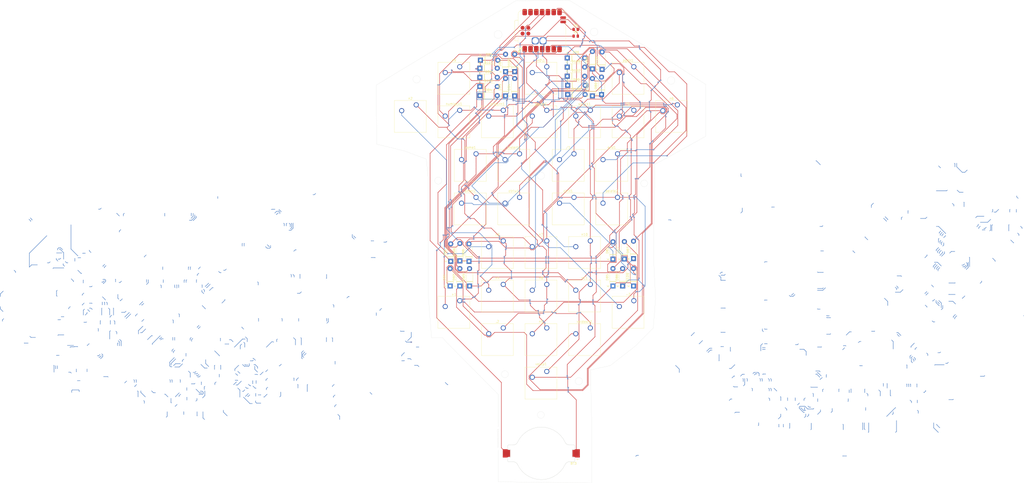
<source format=kicad_pcb>
(kicad_pcb (version 20241229) (generator "pcbnew") (generator_version "9.0")
  (layers (0 "F.Cu" signal) (2 "B.Cu" signal) (13 "F.Paste" user) (15 "B.Paste" user) (5 "F.SilkS" user "F.Silkscreen") (7 "B.SilkS" user "B.Silkscreen") (1 "F.Mask" user) (3 "B.Mask" user) (25 "Edge.Cuts" user))
  (net 0 "")
  (net 1 "Net-(D93-A)")
  (net 2 "/middle/c2")
  (net 3 "/middle/c3")
  (net 4 "Net-(D101-A)")
  (net 5 "/middle/c4")
  (net 6 "Net-(D107-A)")
  (net 7 "Net-(D91-A)")
  (net 8 "/middle/c1")
  (net 9 "Net-(D87-A)")
  (net 10 "/middle/pin")
  (net 11 "/middle/VBAT3")
  (net 12 "Net-(D109-A)")
  (net 13 "Net-(D108-A)")
  (net 14 "Net-(D80-A)")
  (net 15 "/middle/r0")
  (net 16 "/middle/r1")
  (net 17 "Net-(D81-A)")
  (net 18 "Net-(D82-A)")
  (net 19 "/middle/r2")
  (net 20 "/middle/r3")
  (net 21 "Net-(D83-A)")
  (net 22 "Net-(D84-A)")
  (net 23 "/middle/r4")
  (net 24 "Net-(D85-A)")
  (net 25 "/middle/r5")
  (net 26 "Net-(D86-A)")
  (net 27 "Net-(D88-A)")
  (net 28 "Net-(D89-A)")
  (net 29 "Net-(D90-A)")
  (net 30 "Net-(D92-A)")
  (net 31 "Net-(D94-A)")
  (net 32 "Net-(D95-A)")
  (net 33 "Net-(D96-A)")
  (net 34 "Net-(D97-A)")
  (net 35 "Net-(D98-A)")
  (net 36 "Net-(D99-A)")
  (net 37 "Net-(D100-A)")
  (net 38 "Net-(D102-A)")
  (net 39 "Net-(D103-A)")
  (net 40 "Net-(D104-A)")
  (net 41 "Net-(D105-A)")
  (net 42 "Net-(D106-A)")
  (net 43 "/middle/c0")
  (net 52 "GND3")
  (footprint "Button_Switch_Keyboard:SW_Cherry_MX_1.00u_PCB" (layer "F.Cu") (at 188.39125 111.3975)
    (property "Reference" "n10")
    (property "Value" "SW_Push")
  )
  (footprint "Diode_THT:D_DO-41_SOD81_P7.62mm_Horizontal" (layer "F.Cu") (at 178.49125 47.33375)
    (property "Reference" "D100")
    (property "Value" "D")
  )
  (footprint "Button_Switch_Keyboard:SW_Cherry_MX_1.00u_PCB" (layer "F.Cu") (at 150.29125 54.2475)
    (property "Reference" "prtscrn1")
    (property "Value" "SW_Push")
  )
  (footprint "Diode_THT:D_DO-41_SOD81_P7.62mm_Horizontal" (layer "F.Cu") (at 155.30125 37.33375 90)
    (property "Reference" "D105")
    (property "Value" "D")
  )
  (footprint "Button_Switch_Keyboard:SW_Cherry_MX_1.00u_PCB" (layer "F.Cu") (at 169.34125 35.1975)
    (property "Reference" "n0\\1")
    (property "Value" "SW_Push")
  )
  (footprint "Battery:BatteryHolder_Keystone_1057_1x2032" (layer "F.Cu") (at 166.95 204.39 180)
    (property "Reference" "BT3")
    (property "Value" "Battery")
    (fp_line (start 14.7 2.082843) (end 14.7 3.282793) (stroke (width 0.1)) (layer "Edge.Cuts"))
    (fp_line (start 14.7 -3.285) (end 14.7 -2.08505) (stroke (width 0.1)) (layer "Edge.Cuts"))
    (fp_line (start 14.3 3.682793) (end 12.244622 3.684999) (stroke (width 0.1)) (layer "Edge.Cuts"))
    (fp_line (start 14.3 -1.68505) (end 13.5 -1.68505) (stroke (width 0.1)) (layer "Edge.Cuts"))
    (fp_line (start 13.5 1.684949) (end 14.3 1.68505) (stroke (width 0.1)) (layer "Edge.Cuts"))
    (fp_line (start 13.5 -1.68505) (end 13.5 1.684949) (stroke (width 0.1)) (layer "Edge.Cuts"))
    (fp_line (start 12.244622 3.684999) (end 11.921438 3.711284) (stroke (width 0.1)) (layer "Edge.Cuts"))
    (fp_line (start 12.244622 -3.685) (end 14.3 -3.685) (stroke (width 0.1)) (layer "Edge.Cuts"))
    (fp_line (start 11.921438 3.711284) (end 11.606748 3.789447) (stroke (width 0.1)) (layer "Edge.Cuts"))
    (fp_line (start 11.921438 -3.711285) (end 12.244622 -3.685) (stroke (width 0.1)) (layer "Edge.Cuts"))
    (fp_line (start 11.606748 3.789447) (end 11.308825 3.917434) (stroke (width 0.1)) (layer "Edge.Cuts"))
    (fp_line (start 11.606748 -3.789448) (end 11.921438 -3.711285) (stroke (width 0.1)) (layer "Edge.Cuts"))
    (fp_line (start 11.308825 3.917434) (end 11.035499 4.091882) (stroke (width 0.1)) (layer "Edge.Cuts"))
    (fp_line (start 11.308825 -3.917435) (end 11.606748 -3.789448) (stroke (width 0.1)) (layer "Edge.Cuts"))
    (fp_line (start 11.035499 4.091882) (end 10.793955 4.308204) (stroke (width 0.1)) (layer "Edge.Cuts"))
    (fp_line (start 11.035499 -4.091883) (end 11.308825 -3.917435) (stroke (width 0.1)) (layer "Edge.Cuts"))
    (fp_line (start 10.793955 4.308204) (end 10.590541 4.560715) (stroke (width 0.1)) (layer "Edge.Cuts"))
    (fp_line (start 10.793955 -4.308205) (end 11.035499 -4.091883) (stroke (width 0.1)) (layer "Edge.Cuts"))
    (fp_line (start 10.590541 4.560715) (end 10.430604 4.842777) (stroke (width 0.1)) (layer "Edge.Cuts"))
    (fp_line (start 10.590541 -4.560716) (end 10.793955 -4.308205) (stroke (width 0.1)) (layer "Edge.Cuts"))
    (fp_line (start 10.430604 4.842777) (end 9.510967 6.464635) (stroke (width 0.1)) (layer "Edge.Cuts"))
    (fp_line (start 10.430604 -4.842778) (end 10.590541 -4.560716) (stroke (width 0.1)) (layer "Edge.Cuts"))
    (fp_line (start 9.510967 6.464635) (end 8.341336 7.916571) (stroke (width 0.1)) (layer "Edge.Cuts"))
    (fp_line (start 9.510967 -6.464636) (end 10.430604 -4.842778) (stroke (width 0.1)) (layer "Edge.Cuts"))
    (fp_line (start 8.341336 7.916571) (end 6.952455 9.160423) (stroke (width 0.1)) (layer "Edge.Cuts"))
    (fp_line (start 8.341336 -7.916572) (end 9.510967 -6.464636) (stroke (width 0.1)) (layer "Edge.Cuts"))
    (fp_line (start 6.952455 9.160423) (end 5.380831 10.163495) (stroke (width 0.1)) (layer "Edge.Cuts"))
    (fp_line (start 6.952455 -9.160424) (end 8.341336 -7.916572) (stroke (width 0.1)) (layer "Edge.Cuts"))
    (fp_line (start 5.380831 10.163495) (end 3.667774 10.899423) (stroke (width 0.1)) (layer "Edge.Cuts"))
    (fp_line (start 5.380831 -10.163496) (end 6.952455 -9.160424) (stroke (width 0.1)) (layer "Edge.Cuts"))
    (fp_line (start 3.667774 10.899423) (end 1.858309 11.348862) (stroke (width 0.1)) (layer "Edge.Cuts"))
    (fp_line (start 3.667774 -10.899424) (end 5.380831 -10.163496) (stroke (width 0.1)) (layer "Edge.Cuts"))
    (fp_line (start 1.858309 11.348862) (end 0 11.499999) (stroke (width 0.1)) (layer "Edge.Cuts"))
    (fp_line (start 1.858309 -11.348863) (end 3.667774 -10.899424) (stroke (width 0.1)) (layer "Edge.Cuts"))
    (fp_line (start 0 11.499999) (end -1.858308 11.348862) (stroke (width 0.1)) (layer "Edge.Cuts"))
    (fp_line (start 0 -11.5) (end 1.858309 -11.348863) (stroke (width 0.1)) (layer "Edge.Cuts"))
    (fp_line (start -1.858308 11.348862) (end -3.667773 10.899423) (stroke (width 0.1)) (layer "Edge.Cuts"))
    (fp_line (start -1.858308 -11.348863) (end 0 -11.5) (stroke (width 0.1)) (layer "Edge.Cuts"))
    (fp_line (start -3.667773 10.899423) (end -5.38083 10.163495) (stroke (width 0.1)) (layer "Edge.Cuts"))
    (fp_line (start -3.667773 -10.899424) (end -1.858308 -11.348863) (stroke (width 0.1)) (layer "Edge.Cuts"))
    (fp_line (start -5.38083 10.163495) (end -6.952454 9.160423) (stroke (width 0.1)) (layer "Edge.Cuts"))
    (fp_line (start -5.38083 -10.163496) (end -3.667773 -10.899424) (stroke (width 0.1)) (layer "Edge.Cuts"))
    (fp_line (start -6.952454 9.160423) (end -8.341335 7.916571) (stroke (width 0.1)) (layer "Edge.Cuts"))
    (fp_line (start -6.952454 -9.160424) (end -5.38083 -10.163496) (stroke (width 0.1)) (layer "Edge.Cuts"))
    (fp_line (start -8.341335 7.916571) (end -9.510966 6.464635) (stroke (width 0.1)) (layer "Edge.Cuts"))
    (fp_line (start -8.341335 -7.916572) (end -6.952454 -9.160424) (stroke (width 0.1)) (layer "Edge.Cuts"))
    (fp_line (start -9.510966 6.464635) (end -10.430603 4.842777) (stroke (width 0.1)) (layer "Edge.Cuts"))
    (fp_line (start -9.510966 -6.464636) (end -8.341335 -7.916572) (stroke (width 0.1)) (layer "Edge.Cuts"))
    (fp_line (start -10.430603 4.842777) (end -10.59054 4.560715) (stroke (width 0.1)) (layer "Edge.Cuts"))
    (fp_line (start -10.430603 -4.842778) (end -9.510966 -6.464636) (stroke (width 0.1)) (layer "Edge.Cuts"))
    (fp_line (start -10.59054 4.560715) (end -10.793954 4.308204) (stroke (width 0.1)) (layer "Edge.Cuts"))
    (fp_line (start -10.59054 -4.560716) (end -10.430603 -4.842778) (stroke (width 0.1)) (layer "Edge.Cuts"))
    (fp_line (start -10.793954 4.308204) (end -11.035498 4.091882) (stroke (width 0.1)) (layer "Edge.Cuts"))
    (fp_line (start -10.793954 -4.308205) (end -10.59054 -4.560716) (stroke (width 0.1)) (layer "Edge.Cuts"))
    (fp_line (start -11.035498 4.091882) (end -11.308824 3.917434) (stroke (width 0.1)) (layer "Edge.Cuts"))
    (fp_line (start -11.035498 -4.091883) (end -10.793954 -4.308205) (stroke (width 0.1)) (layer "Edge.Cuts"))
    (fp_line (start -11.308824 3.917434) (end -11.606747 3.789447) (stroke (width 0.1)) (layer "Edge.Cuts"))
    (fp_line (start -11.308824 -3.917435) (end -11.035498 -4.091883) (stroke (width 0.1)) (layer "Edge.Cuts"))
    (fp_line (start -11.606747 3.789447) (end -11.921437 3.711284) (stroke (width 0.1)) (layer "Edge.Cuts"))
    (fp_line (start -11.606747 -3.789448) (end -11.308824 -3.917435) (stroke (width 0.1)) (layer "Edge.Cuts"))
    (fp_line (start -11.921437 3.711284) (end -12.244621 3.684999) (stroke (width 0.1)) (layer "Edge.Cuts"))
    (fp_line (start -11.921437 -3.711285) (end -11.606747 -3.789448) (stroke (width 0.1)) (layer "Edge.Cuts"))
    (fp_line (start -12.244621 3.684999) (end -14.3 3.684899) (stroke (width 0.1)) (layer "Edge.Cuts"))
    (fp_line (start -12.244621 -3.685) (end -11.921437 -3.711285) (stroke (width 0.1)) (layer "Edge.Cuts"))
    (fp_line (start -13.5 1.684949) (end -13.5 -1.68505) (stroke (width 0.1)) (layer "Edge.Cuts"))
    (fp_line (start -13.5 -1.68505) (end -14.3 -1.68505) (stroke (width 0.1)) (layer "Edge.Cuts"))
    (fp_line (start -14.3 1.684949) (end -13.5 1.684949) (stroke (width 0.1)) (layer "Edge.Cuts"))
    (fp_line (start -14.3 -3.685) (end -12.244621 -3.685) (stroke (width 0.1)) (layer "Edge.Cuts"))
    (fp_line (start -14.7 3.284899) (end -14.7 2.084949) (stroke (width 0.1)) (layer "Edge.Cuts"))
    (fp_line (start -14.7 -2.08505) (end -14.7 -3.285) (stroke (width 0.1)) (layer "Edge.Cuts"))
    (fp_arc (start 14.7 3.282793) (mid 14.582843 3.565636) (end 14.3 3.682793) (stroke (width 0.1)) (layer "Edge.Cuts"))
    (fp_arc (start 14.7 -2.08505) (mid 14.582843 -1.802207) (end 14.3 -1.68505) (stroke (width 0.1)) (layer "Edge.Cuts"))
    (fp_arc (start 14.3 1.68505) (mid 14.582843 1.802207) (end 14.7 2.08505) (stroke (width 0.1)) (layer "Edge.Cuts"))
    (fp_arc (start 14.3 -3.685) (mid 14.582843 -3.567843) (end 14.7 -3.285) (stroke (width 0.1)) (layer "Edge.Cuts"))
    (fp_arc (start -14.3 3.684899) (mid -14.582843 3.567742) (end -14.7 3.284899) (stroke (width 0.1)) (layer "Edge.Cuts"))
    (fp_arc (start -14.3 -1.68505) (mid -14.582843 -1.802207) (end -14.7 -2.08505) (stroke (width 0.1)) (layer "Edge.Cuts"))
    (fp_arc (start -14.7 2.084949) (mid -14.582843 1.802106) (end -14.3 1.684949) (stroke (width 0.1)) (layer "Edge.Cuts"))
    (fp_arc (start -14.7 -3.285) (mid -14.582843 -3.567843) (end -14.3 -3.685) (stroke (width 0.1)) (layer "Edge.Cuts"))
  )
  (footprint "Resistor_SMD:R_0805_2012Metric" (layer "F.Cu") (at 182.00125 21.79625)
    (property "Reference" "R5")
    (property "Value" "R")
  )
  (footprint "Diode_THT:D_DO-41_SOD81_P7.62mm_Horizontal" (layer "F.Cu") (at 135.30125 120.33375 90)
    (property "Reference" "D88")
    (property "Value" "D")
  )
  (footprint "Diode_THT:D_DO-41_SOD81_P7.62mm_Horizontal" (layer "F.Cu") (at 151.30125 47.95375 90)
    (property "Reference" "D99")
    (property "Value" "D")
  )
  (footprint "Button_Switch_Keyboard:SW_Cherry_MX_1.00u_PCB" (layer "F.Cu") (at 181.2475 73.2975)
    (property "Reference" "/1")
    (property "Value" "SW_Push")
  )
  (footprint "Diode_THT:D_DO-41_SOD81_P7.62mm_Horizontal" (layer "F.Cu") (at 202.55125 131.14375 90)
    (property "Reference" "D86")
    (property "Value" "D")
  )
  (footprint "Diode_THT:D_DO-41_SOD81_P7.62mm_Horizontal" (layer "F.Cu") (at 140.30125 32.33375)
    (property "Reference" "D95")
    (property "Value" "D")
  )
  (footprint "Diode_THT:D_DO-41_SOD81_P7.62mm_Horizontal" (layer "F.Cu") (at 140.05125 43.83375)
    (property "Reference" "D101")
    (property "Value" "D")
  )
  (footprint "Diode_THT:D_DO-41_SOD81_P7.62mm_Horizontal" (layer "F.Cu") (at 140.05125 35.83375)
    (property "Reference" "D107")
    (property "Value" "D")
  )
  (footprint "Button_Switch_Keyboard:SW_Cherry_MX_1.00u_PCB" (layer "F.Cu") (at 200.2975 73.2975)
    (property "Reference" "end1")
    (property "Value" "SW_Push")
  )
  (footprint "Button_Switch_Keyboard:SW_Cherry_MX_1.00u_PCB" (layer "F.Cu") (at 131.24125 54.2475)
    (property "Reference" "numlock1")
    (property "Value" "SW_Push")
  )
  (footprint "Button_Switch_Keyboard:SW_Cherry_MX_1.00u_PCB" (layer "F.Cu") (at 207.44125 137.59125)
    (property "Reference" "-2")
    (property "Value" "SW_Push")
  )
  (footprint "Diode_THT:D_DO-41_SOD81_P7.62mm_Horizontal" (layer "F.Cu") (at 140.05125 39.83375)
    (property "Reference" "D83")
    (property "Value" "D")
  )
  (footprint "Diode_THT:D_DO-41_SOD81_P7.62mm_Horizontal" (layer "F.Cu") (at 178.30125 35.33375)
    (property "Reference" "D108")
    (property "Value" "D")
  )
  (footprint "Diode_THT:D_DO-41_SOD81_P7.62mm_Horizontal" (layer "F.Cu") (at 127.30125 120.33375 90)
    (property "Reference" "D89")
    (property "Value" "D")
  )
  (footprint "Button_Switch_Keyboard:SW_Cherry_MX_1.00u_PCB" (layer "F.Cu") (at 188.39125 54.2475)
    (property "Reference" "scrlck1")
    (property "Value" "SW_Push")
  )
  (footprint "Diode_THT:D_DO-41_SOD81_P7.62mm_Horizontal" (layer "F.Cu") (at 189.30125 36.14375 90)
    (property "Reference" "D98")
    (property "Value" "D")
  )
  (footprint "Button_Switch_Keyboard:SW_Cherry_MX_1.00u_PCB" (layer "F.Cu") (at 131.24125 137.59125)
    (property "Reference" "+1")
    (property "Value" "SW_Push")
  )
  (footprint "Button_Switch_Keyboard:SW_Cherry_MX_1.00u_PCB" (layer "F.Cu") (at 200.2975 92.3475)
    (property "Reference" "delete2")
    (property "Value" "SW_Push")
  )
  (footprint "Diode_THT:D_DO-41_SOD81_P7.62mm_Horizontal" (layer "F.Cu") (at 193.55125 36.33375 90)
    (property "Reference" "D103")
    (property "Value" "D")
  )
  (footprint "Diode_THT:D_DO-41_SOD81_P7.62mm_Horizontal" (layer "F.Cu") (at 193.30125 47.33375 90)
    (property "Reference" "D80")
    (property "Value" "D")
  )
  (footprint "Button_Switch_Keyboard:SW_Cherry_MX_1.00u_PCB" (layer "F.Cu") (at 188.39125 149.4975)
    (property "Reference" "voldown1")
    (property "Value" "SW_Push")
  )
  (footprint "Button_Switch_Keyboard:SW_Cherry_MX_1.00u_PCB" (layer "F.Cu") (at 138.385 73.2975)
    (property "Reference" "home1")
    (property "Value" "SW_Push")
  )
  (footprint "Diode_THT:D_DO-41_SOD81_P7.62mm_Horizontal" (layer "F.Cu") (at 178.30125 39.33375)
    (property "Reference" "D102")
    (property "Value" "D")
  )
  (footprint "Diode_THT:D_DO-41_SOD81_P7.62mm_Horizontal" (layer "F.Cu") (at 127.05125 131.14375 90)
    (property "Reference" "D91")
    (property "Value" "D")
  )
  (footprint "Diode_THT:D_DO-41_SOD81_P7.62mm_Horizontal" (layer "F.Cu") (at 189.30125 47.95375 90)
    (property "Reference" "D104")
    (property "Value" "D")
  )
  (footprint "Button_Switch_Keyboard:SW_Cherry_MX_1.00u_PCB" (layer "F.Cu") (at 157.435 92.3475)
    (property "Reference" "ctrlw1")
    (property "Value" "SW_Push")
  )
  (footprint "Button_Switch_Keyboard:SW_Cherry_MX_1.00u_PCB" (layer "F.Cu") (at 112.19125 51.86625)
    (property "Reference" "n2")
    (property "Value" "SW_Push")
  )
  (footprint "Library:modified-XIAO-nRF52840-SMD" (layer "F.Cu") (at 167.30125 19.33375 90)
    (property "Reference" "U4")
    (property "Value" "XIAO-nRF52840-SMD")
  )
  (footprint "Button_Switch_Keyboard:SW_Cherry_MX_1.00u_PCB" (layer "F.Cu") (at 131.24125 35.1975)
    (property "Reference" "n9")
    (property "Value" "SW_Push")
  )
  (footprint "Diode_THT:D_DO-41_SOD81_P7.62mm_Horizontal" (layer "F.Cu") (at 140.05125 47.83375)
    (property "Reference" "D84")
    (property "Value" "D")
  )
  (footprint "Button_Switch_Keyboard:SW_Cherry_MX_1.00u_PCB" (layer "F.Cu") (at 150.29125 149.4975)
    (property "Reference" ".2")
    (property "Value" "SW_Push")
  )
  (footprint "Button_Switch_Keyboard:SW_Cherry_MX_1.00u_PCB" (layer "F.Cu") (at 169.34125 130.4475)
    (property "Reference" "n8")
    (property "Value" "SW_Push")
  )
  (footprint "Resistor_SMD:R_0805_2012Metric" (layer "F.Cu") (at 182.00125 18.84625)
    (property "Reference" "R6")
    (property "Value" "R")
  )
  (footprint "Diode_THT:D_DO-41_SOD81_P7.62mm_Horizontal" (layer "F.Cu") (at 131.30125 120.14375 90)
    (property "Reference" "D106")
    (property "Value" "D")
  )
  (footprint "Button_Switch_Keyboard:SW_Cherry_MX_1.00u_PCB" (layer "F.Cu") (at 150.29125 111.3975)
    (property "Reference" "n3")
    (property "Value" "SW_Push")
  )
  (footprint "Button_Switch_Keyboard:SW_Cherry_MX_1.00u_PCB" (layer "F.Cu") (at 169.34125 111.3975)
    (property "Reference" "n7")
    (property "Value" "SW_Push")
  )
  (footprint "Diode_THT:D_DO-41_SOD81_P7.62mm_Horizontal" (layer "F.Cu") (at 198.30125 119.415 90)
    (property "Reference" "D82")
    (property "Value" "D")
  )
  (footprint "Button_Switch_Keyboard:SW_Cherry_MX_1.00u_PCB" (layer "F.Cu") (at 169.34125 168.5475)
    (property "Reference" "volup1")
    (property "Value" "SW_Push")
  )
  (footprint "Diode_THT:D_DO-41_SOD81_P7.62mm_Horizontal" (layer "F.Cu") (at 198.30125 131.14375 90)
    (property "Reference" "D85")
    (property "Value" "D")
  )
  (footprint "Diode_THT:D_DO-41_SOD81_P7.62mm_Horizontal" (layer "F.Cu") (at 131.30125 131.14375 90)
    (property "Reference" "D92")
    (property "Value" "D")
  )
  (footprint "Button_Switch_Keyboard:SW_Cherry_MX_1.00u_PCB" (layer "F.Cu") (at 188.39125 130.4475)
    (property "Reference" "n11")
    (property "Value" "SW_Push")
  )
  (footprint "Diode_THT:D_DO-41_SOD81_P7.62mm_Horizontal" (layer "F.Cu") (at 178.30125 31.33375)
    (property "Reference" "D96")
    (property "Value" "D")
  )
  (footprint "Diode_THT:D_DO-41_SOD81_P7.62mm_Horizontal" (layer "F.Cu") (at 135.55125 131.14375 90)
    (property "Reference" "D93")
    (property "Value" "D")
  )
  (footprint "Button_Switch_Keyboard:SW_Cherry_MX_1.00u_PCB" (layer "F.Cu") (at 207.44125 54.2475)
    (property "Reference" "*1")
    (property "Value" "SW_Push")
  )
  (footprint "Button_Switch_Keyboard:SW_Cherry_MX_1.00u_PCB" (layer "F.Cu") (at 157.435 73.2975)
    (property "Reference" "instert1")
    (property "Value" "SW_Push")
  )
  (footprint "Button_Switch_Keyboard:SW_Cherry_MX_1.00u_PCB" (layer "F.Cu") (at 181.2475 92.3475)
    (property "Reference" "ctrlt1")
    (property "Value" "SW_Push")
  )
  (footprint "Button_Switch_Keyboard:SW_Cherry_MX_1.00u_PCB" (layer "F.Cu") (at 169.34125 54.2475)
    (property "Reference" "pause1")
    (property "Value" "SW_Push")
  )
  (footprint "Button_Switch_Keyboard:SW_Cherry_MX_1.00u_PCB" (layer "F.Cu") (at 150.29125 130.4475)
    (property "Reference" "n4")
    (property "Value" "SW_Push")
  )
  (footprint "Button_Switch_Keyboard:SW_Cherry_MX_1.00u_PCB" (layer "F.Cu") (at 226.49125 51.86625)
    (property "Reference" "n6")
    (property "Value" "SW_Push")
  )
  (footprint "Diode_THT:D_DO-41_SOD81_P7.62mm_Horizontal" (layer "F.Cu") (at 203.30125 119.33375 90)
    (property "Reference" "D97")
    (property "Value" "D")
  )
  (footprint "Diode_THT:D_DO-41_SOD81_P7.62mm_Horizontal" (layer "F.Cu") (at 155.30125 47.95375 90)
    (property "Reference" "D94")
    (property "Value" "D")
  )
  (footprint "Diode_THT:D_DO-41_SOD81_P7.62mm_Horizontal" (layer "F.Cu") (at 207.30125 119.14375 90)
    (property "Reference" "D87")
    (property "Value" "D")
  )
  (footprint "Button_Switch_Keyboard:SW_Cherry_MX_1.00u_PCB" (layer "F.Cu") (at 207.44125 35.1975)
    (property "Reference" "pgdn1")
    (property "Value" "SW_Push")
  )
  (footprint "Button_Switch_Keyboard:SW_Cherry_MX_1.00u_PCB" (layer "F.Cu") (at 169.34125 149.4975)
    (property "Reference" "n5")
    (property "Value" "SW_Push")
  )
  (footprint "Diode_THT:D_DO-41_SOD81_P7.62mm_Horizontal" (layer "F.Cu") (at 207.30125 131.14375 90)
    (property "Reference" "D109")
    (property "Value" "D")
  )
  (footprint "Diode_THT:D_DO-41_SOD81_P7.62mm_Horizontal" (layer "F.Cu") (at 151.30125 37.33375 90)
    (property "Reference" "D81")
    (property "Value" "D")
  )
  (footprint "Diode_THT:D_DO-41_SOD81_P7.62mm_Horizontal" (layer "F.Cu") (at 178.49125 43.33375)
    (property "Reference" "D90")
    (property "Value" "D")
  )
  (footprint "Button_Switch_Keyboard:SW_Cherry_MX_1.00u_PCB" (layer "F.Cu") (at 138.385 92.3475)
    (property "Reference" "enter2")
    (property "Value" "SW_Push")
  )
  (gr_line (start 188.98 217.38) (end 148.070008 216.82) (stroke (width 0.05)) (layer "Edge.Cuts"))
  (gr_line (start 97.626284 69.72412) (end 107.332882 72.129658) (stroke (width 0.05)) (layer "Edge.Cuts"))
  (gr_circle (center 148 196.24) (end 148.15 196.04) (stroke (width 0.05)) (fill no) (layer "Edge.Cuts"))
  (gr_line (start 107.332882 72.129658) (end 116.6 75.6) (stroke (width 0.05)) (layer "Edge.Cuts"))
  (gr_circle (center 148.01 197.76) (end 148.16 197.56) (stroke (width 0.05)) (fill no) (layer "Edge.Cuts"))
  (gr_circle (center 148.01 200.73) (end 148.16 200.53) (stroke (width 0.05)) (fill no) (layer "Edge.Cuts"))
  (gr_line (start 116.6 75.6) (end 117.501999 84.7) (stroke (width 0.05)) (layer "Edge.Cuts"))
  (gr_circle (center 148.01 197) (end 148.16 196.8) (stroke (width 0.05)) (fill no) (layer "Edge.Cuts"))
  (gr_line (start 197.180002 165.93) (end 188.47 167.89) (stroke (width 0.05)) (layer "Edge.Cuts"))
  (gr_line (start 188.97 190.340003) (end 189.030001 206.73) (stroke (width 0.05)) (layer "Edge.Cuts"))
  (gr_line (start 197.180002 165.93) (end 208.060001 157.46) (stroke (width 0.05)) (layer "Edge.Cuts"))
  (gr_line (start 222 32) (end 239 43) (stroke (width 0.05)) (layer "Edge.Cuts"))
  (gr_line (start 216.55 77.93) (end 216.540001 84.22) (stroke (width 0.05)) (layer "Edge.Cuts"))
  (gr_line (start 216.55 77.93) (end 221.900001 75.06) (stroke (width 0.05)) (layer "Edge.Cuts"))
  (gr_line (start 125.514512 155.805776) (end 123.74 153.76) (stroke (width 0.05)) (layer "Edge.Cuts"))
  (gr_line (start 215.95 149.500001) (end 208.060001 157.46) (stroke (width 0.05)) (layer "Edge.Cuts"))
  (gr_line (start 216.4 98.05001) (end 216.17 106.34) (stroke (width 0.05)) (layer "Edge.Cuts"))
  (gr_circle (center 148 195.5) (end 148.15 195.3) (stroke (width 0.05)) (fill no) (layer "Edge.Cuts"))
  (gr_circle (center 121.86 85.01) (end 121.82 86.55) (stroke (width 0.05)) (fill no) (layer "Edge.Cuts"))
  (gr_line (start 216.17 120.749995) (end 216.94 136.819996) (stroke (width 0.05)) (layer "Edge.Cuts"))
  (gr_line (start 216.17 106.34) (end 216.17 120.749995) (stroke (width 0.05)) (layer "Edge.Cuts"))
  (gr_line (start 94.67 43.24) (end 94.91 69.12) (stroke (width 0.05)) (layer "Edge.Cuts"))
  (gr_line (start 238.98 65.56) (end 239 43) (stroke (width 0.05)) (layer "Edge.Cuts"))
  (gr_line (start 179 6) (end 222 32) (stroke (width 0.05)) (layer "Edge.Cuts"))
  (gr_circle (center 148.01 201.49) (end 148.16 201.29) (stroke (width 0.05)) (fill no) (layer "Edge.Cuts"))
  (gr_circle (center 166.75 187.57) (end 166.75 189.07) (stroke (width 0.05)) (fill no) (layer "Edge.Cuts"))
  (gr_line (start 234.47 68.090002) (end 238.98 65.56) (stroke (width 0.05)) (layer "Edge.Cuts"))
  (gr_circle (center 150.99 169.74) (end 151.55 171.15) (stroke (width 0.05)) (fill no) (layer "Edge.Cuts"))
  (gr_circle (center 190.05 19.97) (end 189.89 21.62) (stroke (width 0.05)) (fill no) (layer "Edge.Cuts"))
  (gr_line (start 123.74 153.76) (end 118.9 153.76) (stroke (width 0.05)) (layer "Edge.Cuts"))
  (gr_line (start 118.9 153.76) (end 117.5 135.8) (stroke (width 0.05)) (layer "Edge.Cuts"))
  (gr_circle (center 223.75 41.2) (end 223.3 42.78) (stroke (width 0.05)) (fill no) (layer "Edge.Cuts"))
  (gr_circle (center 148 194.77) (end 148.15 194.57) (stroke (width 0.05)) (fill no) (layer "Edge.Cuts"))
  (gr_line (start 97.626284 69.72412) (end 94.91 69.12) (stroke (width 0.05)) (layer "Edge.Cuts"))
  (gr_line (start 148.04 178.54) (end 125.514512 155.805776) (stroke (width 0.05)) (layer "Edge.Cuts"))
  (gr_circle (center 148 199.22) (end 148.15 199.02) (stroke (width 0.05)) (fill no) (layer "Edge.Cuts"))
  (gr_line (start 148.012409 192.75) (end 148.04 178.54) (stroke (width 0.05)) (layer "Edge.Cuts"))
  (gr_circle (center 183.38 172.796436) (end 181.81 172.796436) (stroke (width 0.05)) (fill no) (layer "Edge.Cuts"))
  (gr_circle (center 112.37 40.7) (end 112.55 42.3) (stroke (width 0.05)) (fill no) (layer "Edge.Cuts"))
  (gr_circle (center 148 194) (end 148.22 193.98) (stroke (width 0.05)) (fill no) (layer "Edge.Cuts"))
  (gr_circle (center 148.02 21.06) (end 147.68 22.77) (stroke (width 0.05)) (fill no) (layer "Edge.Cuts"))
  (gr_line (start 148.013087 202.818979) (end 148.070008 216.82) (stroke (width 0.05)) (layer "Edge.Cuts"))
  (gr_circle (center 211.98 86.23) (end 211.98 87.72) (stroke (width 0.05)) (fill no) (layer "Edge.Cuts"))
  (gr_circle (center 148 198.5) (end 148.15 198.3) (stroke (width 0.05)) (fill no) (layer "Edge.Cuts"))
  (gr_line (start 188.47 167.89) (end 188.97 190.340003) (stroke (width 0.05)) (layer "Edge.Cuts"))
  (gr_line (start 216.94 136.819996) (end 215.95 149.500001) (stroke (width 0.05)) (layer "Edge.Cuts"))
  (gr_line (start 189.030001 206.73) (end 188.98 217.38) (stroke (width 0.05)) (layer "Edge.Cuts"))
  (gr_line (start 94.67 43.24) (end 155.8 6.29) (stroke (width 0.05)) (layer "Edge.Cuts"))
  (gr_line (start 155.8 6.29) (end 179 6) (stroke (width 0.05)) (layer "Edge.Cuts"))
  (gr_line (start 117.501999 84.7) (end 117.480085 94.8) (stroke (width 0.05)) (layer "Edge.Cuts"))
  (gr_line (start 117.5 119.8) (end 117.5 135.8) (stroke (width 0.05)) (layer "Edge.Cuts"))
  (gr_line (start 117.480085 94.8) (end 117.49804 109.600077) (stroke (width 0.05)) (layer "Edge.Cuts"))
  (gr_circle (center 166.765447 82.89) (end 168.015447 81.9) (stroke (width 0.05)) (fill no) (layer "Edge.Cuts"))
  (gr_line (start 117.5 119.8) (end 117.49804 109.600077) (stroke (width 0.05)) (layer "Edge.Cuts"))
  (gr_circle (center 148.01 200) (end 148.16 199.8) (stroke (width 0.05)) (fill no) (layer "Edge.Cuts"))
  (gr_line (start 216.540001 84.22) (end 216.4 98.05001) (stroke (width 0.05)) (layer "Edge.Cuts"))
  (gr_line (start 234.47 68.090002) (end 221.900001 75.06) (stroke (width 0.05)) (layer "Edge.Cuts"))
  (via (at 110.027383 155.7) (size 0.6) (drill 0.3) (layers "F.Cu" "B.Cu") (net 0))
  (segment (start 351.158436 81.3935) (end 348.73 78.965064) (width 0.2) (layer "B.Cu") (net 0))
  (segment (start 38.699265 175.909265) (end 37.989265 175.909265) (width 0.2) (layer "B.Cu") (net 0))
  (segment (start 365.047675 98.79725) (end 365.902618 98.79725) (width 0.2) (layer "B.Cu") (net 0))
  (segment (start 294.24 184.72775) (end 294.24 186.03775) (width 0.2) (layer "B.Cu") (net 0))
  (segment (start 42.76 167.25) (end 42.76 166.582186) (width 0.2) (layer "B.Cu") (net 0))
  (segment (start 262.84 171.90775) (end 262.56 171.62775) (width 0.2) (layer "B.Cu") (net 0))
  (segment (start 316.67 175.02775) (end 316.67 173.95775) (width 0.2) (layer "B.Cu") (net 0))
  (segment (start 272.89 191.62975) (end 272.89 192.77975) (width 0.2) (layer "B.Cu") (net 0))
  (segment (start 374.86 97.59725) (end 374.86 98.73725) (width 0.2) (layer "B.Cu") (net 0))
  (segment (start 16.363327 149.316673) (end 16.363327 149.136673) (width 0.2) (layer "B.Cu") (net 0))
  (segment (start 360.6915 100.62) (end 357.67 100.62) (width 0.2) (layer "B.Cu") (net 0))
  (segment (start 5.954345 160.395655) (end 5.954345 159.845655) (width 0.2) (layer "B.Cu") (net 0))
  (segment (start 20.37139 131.819984) (end 20.568602 131.819984) (width 0.2) (layer "B.Cu") (net 0))
  (segment (start 113.39225 166.46) (end 112.8085 165.87625) (width 0.2) (layer "B.Cu") (net 0))
  (segment (start -35.83275 118.019997) (end -38.89 114.962747) (width 0.2) (layer "B.Cu") (net 0))
  (segment (start 21.399952 166.419952) (end 20.05 165.07) (width 0.2) (layer "B.Cu") (net 0))
  (segment (start 58.7 171.5165) (end 58.57 171.3865) (width 0.2) (layer "B.Cu") (net 0))
  (segment (start 32.84 167.489952) (end 34.51 165.819952) (width 0.2) (layer "B.Cu") (net 0))
  (segment (start 343.061973 113.229401) (end 342.615657 113.675717) (width 0.2) (layer "B.Cu") (net 0))
  (segment (start 50.368765 97.561235) (end 48.978765 97.561235) (width 0.2) (layer "B.Cu") (net 0))
  (segment (start -30.8415 138.65) (end -29.7915 138.65) (width 0.2) (layer "B.Cu") (net 0))
  (segment (start 112.8085 165.87625) (end 111.39125 165.87625) (width 0.2) (layer "B.Cu") (net 0))
  (segment (start -33.544275 129.832511) (end -33.544275 128.598453) (width 0.2) (layer "B.Cu") (net 0))
  (segment (start 326.959994 174.21775) (end 326.769994 174.02775) (width 0.2) (layer "B.Cu") (net 0))
  (segment (start 311.459345 150.940655) (end 312.829345 150.940655) (width 0.2) (layer "B.Cu") (net 0))
  (segment (start 62.5255 160.963126) (end 63.439343 160.049283) (width 0.2) (layer "B.Cu") (net 0))
  (segment (start 266.696252 172.054002) (end 266.27 171.62775) (width 0.2) (layer "B.Cu") (net 0))
  (segment (start -33.906765 139.366765) (end -33.143235 138.603235) (width 0.2) (layer "B.Cu") (net 0))
  (segment (start 37.035265 166.325265) (end 36.19 165.48) (width 0.2) (layer "B.Cu") (net 0))
  (segment (start 335.279796 135.071314) (end 335.330061 135.071314) (width 0.2) (layer "B.Cu") (net 0))
  (segment (start 335.74608 117.83392) (end 334.799 118.781) (width 0.2) (layer "B.Cu") (net 0))
  (segment (start 96.338267 141.631733) (end 97.046797 140.923203) (width 0.2) (layer "B.Cu") (net 0))
  (segment (start -35.317498 177.44) (end -35.317498 176.838002) (width 0.2) (layer "B.Cu") (net 0))
  (segment (start 245.58225 157.65) (end 245.54225 157.69) (width 0.2) (layer "B.Cu") (net 0))
  (segment (start -21.97 143.86975) (end -21.97 141.34) (width 0.2) (layer "B.Cu") (net 0))
  (segment (start -40.791035 121.008965) (end -41.369565 120.430435) (width 0.2) (layer "B.Cu") (net 0))
  (segment (start 36.49011 177.26989) (end 37.16864 176.59136) (width 0.2) (layer "B.Cu") (net 0))
  (segment (start 271.73 188.26775) (end 270.67 189.32775) (width 0.2) (layer "B.Cu") (net 0))
  (segment (start 336.104639 161.647057) (end 336.104639 160.994639) (width 0.2) (layer "B.Cu") (net 0))
  (segment (start 255.404485 174.855515) (end 255.96 174.3) (width 0.2) (layer "B.Cu") (net 0))
  (segment (start 18.87 188.882158) (end 19.57 189.582158) (width 0.2) (layer "B.Cu") (net 0))
  (segment (start 335.714858 140.234858) (end 334.971328 139.491328) (width 0.2) (layer "B.Cu") (net 0))
  (segment (start 12.511473 123.9615) (end 12.511473 122.947751) (width 0.2) (layer "B.Cu") (net 0))
  (segment (start 8.39886 179.18114) (end 9.07739 178.50261) (width 0.2) (layer "B.Cu") (net 0))
  (segment (start 43.87511 169.99489) (end 43.96511 169.99489) (width 0.2) (layer "B.Cu") (net 0))
  (segment (start 8.534265 144.684265) (end 8.534265 143.564265) (width 0.2) (layer "B.Cu") (net 0))
  (segment (start 4.866633 182.116633) (end 5.08 182.33) (width 0.2) (layer "B.Cu") (net 0))
  (segment (start 36.87 113.68) (end 36.87 112.57) (width 0.2) (layer "B.Cu") (net 0))
  (segment (start 297.18 177.42975) (end 297.18 176.28975) (width 0.2) (layer "B.Cu") (net 0))
  (segment (start 38.554265 165.724265) (end 37.394265 165.724265) (width 0.2) (layer "B.Cu") (net 0))
  (segment (start 263.801564 158.88) (end 263.771564 158.85) (width 0.2) (layer "B.Cu") (net 0))
  (segment (start 13.29 171.11) (end 13.29 169.163933) (width 0.2) (layer "B.Cu") (net 0))
  (segment (start 64.49725 174.37125) (end 64.68 174.1885) (width 0.2) (layer "B.Cu") (net 0))
  (segment (start -69.845834 135.759102) (end -69.845834 134.655834) (width 0.2) (layer "B.Cu") (net 0))
  (segment (start 37.394265 165.724265) (end 37.125735 165.455735) (width 0.2) (layer "B.Cu") (net 0))
  (segment (start -37.355057 157.649) (end -36.080618 157.649) (width 0.2) (layer "B.Cu") (net 0))
  (segment (start 39.412587 174.792587) (end 38.765735 174.145735) (width 0.2) (layer "B.Cu") (net 0))
  (segment (start -7.570264 138.039743) (end -7.422006 138.039743) (width 0.2) (layer "B.Cu") (net 0))
  (segment (start 98.988105 111.94878) (end 99.343191 111.593694) (width 0.2) (layer "B.Cu") (net 0))
  (segment (start -24.269265 122.91064) (end -23.575048 122.216423) (width 0.2) (layer "B.Cu") (net 0))
  (segment (start 59.83 172.09) (end 60.65 171.27) (width 0.2) (layer "B.Cu") (net 0))
  (segment (start 72.91 153.77025) (end 72.89 153.75025) (width 0.2) (layer "B.Cu") (net 0))
  (segment (start 342.556585 116.593415) (end 342.556585 116.114783) (width 0.2) (layer "B.Cu") (net 0))
  (segment (start 27.170703 138.619297) (end 28.466905 137.323095) (width 0.2) (layer "B.Cu") (net 0))
  (segment (start -46.318751 165.948733) (end -46.410989 165.856495) (width 0.2) (layer "B.Cu") (net 0))
  (segment (start 347.97 77.6205) (end 347.76 77.4105) (width 0.2) (layer "B.Cu") (net 0))
  (segment (start 290.47 115.8) (end 289.1985 115.8) (width 0.2) (layer "B.Cu") (net 0))
  (segment (start 2.35 178.48025) (end 3.55 179.68025) (width 0.2) (layer "B.Cu") (net 0))
  (segment (start -3.286483 156.365166) (end -3.286483 156.786483) (width 0.2) (layer "B.Cu") (net 0))
  (segment (start 42.12 173.7875) (end 42.12 172.6275) (width 0.2) (layer "B.Cu") (net 0))
  (segment (start 276.590735 135.089265) (end 277.354265 134.325735) (width 0.2) (layer "B.Cu") (net 0))
  (segment (start 245.62225 151.42) (end 245.54225 151.34) (width 0.2) (layer "B.Cu") (net 0))
  (segment (start -26.923686 149.892814) (end -27.07 149.7465) (width 0.2) (layer "B.Cu") (net 0))
  (segment (start 38.69511 179.45489) (end 39.36364 178.78636) (width 0.2) (layer "B.Cu") (net 0))
  (segment (start 48.978765 97.561235) (end 48.825235 97.714765) (width 0.2) (layer "B.Cu") (net 0))
  (segment (start 342.04997 113.11003) (end 342.04997 112.17003) (width 0.2) (layer "B.Cu") (net 0))
  (segment (start -17.679 155.648689) (end -18.208859 155.11883) (width 0.2) (layer "B.Cu") (net 0))
  (segment (start 18.5 131.854297) (end 18.5 130.714297) (width 0.2) (layer "B.Cu") (net 0))
  (segment (start 42.76 166.582186) (end 41.702704 165.52489) (width 0.2) (layer "B.Cu") (net 0))
  (segment (start 18.665676 178.554267) (end 17.236754 178.554267) (width 0.2) (layer "B.Cu") (net 0))
  (segment (start 299.0885 157.26) (end 300.156609 157.26) (width 0.2) (layer "B.Cu") (net 0))
  (segment (start -24.869265 122.379265) (end -24.140735 121.650735) (width 0.2) (layer "B.Cu") (net 0))
  (segment (start 341.99225 140.680778) (end 341.99225 138.580876) (width 0.2) (layer "B.Cu") (net 0))
  (segment (start -21.80914 144.61914) (end -21.09061 143.90061) (width 0.2) (layer "B.Cu") (net 0))
  (segment (start 11.807502 176.83125) (end 11.807502 175.63125) (width 0.2) (layer "B.Cu") (net 0))
  (segment (start 268.96725 96.59) (end 267.84725 96.59) (width 0.2) (layer "B.Cu") (net 0))
  (segment (start 249.68539 157.90461) (end 249.68539 159.60167) (width 0.2) (layer "B.Cu") (net 0))
  (segment (start 361.104781 105.995219) (end 361.678311 105.421689) (width 0.2) (layer "B.Cu") (net 0))
  (segment (start 61.91 156.95125) (end 61.91 153.98025) (width 0.2) (layer "B.Cu") (net 0))
  (segment (start 362.306267 103.26) (end 363.606267 101.96) (width 0.2) (layer "B.Cu") (net 0))
  (segment (start -36.55 167.471) (end -36.55 168.66) (width 0.2) (layer "B.Cu") (net 0))
  (segment (start 317.101985 136.481985) (end 318.56 137.94) (width 0.2) (layer "B.Cu") (net 0))
  (segment (start 330.001422 163.442796) (end 329.507205 162.948579) (width 0.2) (layer "B.Cu") (net 0))
  (segment (start 8.523305 166.59717) (end 9.913906 165.206569) (width 0.2) (layer "B.Cu") (net 0))
  (segment (start 346.38125 116.02875) (end 347.92875 116.02875) (width 0.2) (layer "B.Cu") (net 0))
  (segment (start 340.838988 105.081908) (end 339.81175 105.081908) (width 0.2) (layer "B.Cu") (net 0))
  (segment (start 371.97 98.79725) (end 371.97 97.70725) (width 0.2) (layer "B.Cu") (net 0))
  (segment (start 340.779878 110.527697) (end 340.972286 110.335289) (width 0.2) (layer "B.Cu") (net 0))
  (segment (start -21.949785 151.019785) (end -21.614517 150.684517) (width 0.2) (layer "B.Cu") (net 0))
  (segment (start -15.95 99.7) (end -15.55 99.3) (width 0.2) (layer "B.Cu") (net 0))
  (segment (start 257.07 171.83775) (end 256.86 171.62775) (width 0.2) (layer "B.Cu") (net 0))
  (segment (start 22.956905 131.873095) (end 23.356905 131.873095) (width 0.2) (layer "B.Cu") (net 0))
  (segment (start 109.647383 162.99) (end 110.027383 163.37) (width 0.2) (layer "B.Cu") (net 0))
  (segment (start 11.84 181.08125) (end 11.84 179.913748) (width 0.2) (layer "B.Cu") (net 0))
  (segment (start 25.36 92.02) (end 25.35 92.01) (width 0.2) (layer "B.Cu") (net 0))
  (segment (start 351.96 96.43975) (end 351.96 94.50125) (width 0.2) (layer "B.Cu") (net 0))
  (segment (start -22.814503 170.791687) (end -22.623095 170.983095) (width 0.2) (layer "B.Cu") (net 0))
  (segment (start 289.431345 170.51997) (end 288.053746 169.142371) (width 0.2) (layer "B.Cu") (net 0))
  (segment (start 31.12058 154.625735) (end 30.365735 154.625735) (width 0.2) (layer "B.Cu") (net 0))
  (segment (start 308.5 177.82975) (end 308.5 176.29875) (width 0.2) (layer "B.Cu") (net 0))
  (segment (start 33.96 172.37) (end 32.92 172.37) (width 0.2) (layer "B.Cu") (net 0))
  (segment (start 283.505936 184.97775) (end 285.93 184.97775) (width 0.2) (layer "B.Cu") (net 0))
  (segment (start 277.121109 135.690265) (end 275.951549 135.690265) (width 0.2) (layer "B.Cu") (net 0))
  (segment (start 43.19 146.61) (end 43.19 145.41275) (width 0.2) (layer "B.Cu") (net 0))
  (segment (start 26.51 155.225735) (end 26.51 154.055735) (width 0.2) (layer "B.Cu") (net 0))
  (segment (start -44.038635 115.032547) (end -43.66126 115.032547) (width 0.2) (layer "B.Cu") (net 0))
  (segment (start 320.925778 187.041972) (end 320.54 187.42775) (width 0.2) (layer "B.Cu") (net 0))
  (segment (start -34.63275 118.77) (end -35.78275 118.77) (width 0.2) (layer "B.Cu") (net 0))
  (segment (start 126.09225 174.31) (end 125.85225 174.31) (width 0.2) (layer "B.Cu") (net 0))
  (segment (start 94.16525 118.69) (end 94.24525 118.77) (width 0.2) (layer "B.Cu") (net 0))
  (segment (start 335.714858 140.444858) (end 335.714858 140.234858) (width 0.2) (layer "B.Cu") (net 0))
  (segment (start 286.005765 178.365765) (end 285.767235 178.127235) (width 0.2) (layer "B.Cu") (net 0))
  (segment (start 259.323778 176.108996) (end 259.081266 175.866484) (width 0.2) (layer "B.Cu") (net 0))
  (segment (start -5.029997 129.660675) (end -5.029997 128.400735) (width 0.2) (layer "B.Cu") (net 0))
  (segment (start 42.66 169.85) (end 42.76 169.95) (width 0.2) (layer "B.Cu") (net 0))
  (segment (start 37.507036 179.475345) (end 37.507036 179.412964) (width 0.2) (layer "B.Cu") (net 0))
  (segment (start 324.1165 133.84) (end 325.2265 132.73) (width 0.2) (layer "B.Cu") (net 0))
  (segment (start 10.621473 128.679262) (end 10.9 128.400735) (width 0.2) (layer "B.Cu") (net 0))
  (segment (start 290.3985 125.19) (end 288.0075 125.19) (width 0.2) (layer "B.Cu") (net 0))
  (segment (start 340.334634 120.734634) (end 339.023997 120.734634) (width 0.2) (layer "B.Cu") (net 0))
  (segment (start 289.816452 105.093548) (end 290.179982 104.730018) (width 0.2) (layer "B.Cu") (net 0))
  (segment (start 278.153143 156.806857) (end 279.093143 156.806857) (width 0.2) (layer "B.Cu") (net 0))
  (segment (start 46.44011 172.19989) (end 47.10864 171.53136) (width 0.2) (layer "B.Cu") (net 0))
  (segment (start 40.465734 182.5885) (end 39.402 182.5885) (width 0.2) (layer "B.Cu") (net 0))
  (segment (start 43.96511 169.99489) (end 45.192905 168.767095) (width 0.2) (layer "B.Cu") (net 0))
  (segment (start 8.99037 165.131563) (end 6.858437 165.131563) (width 0.2) (layer "B.Cu") (net 0))
  (segment (start 324.537458 102.1185) (end 324.537458 101.301042) (width 0.2) (layer "B.Cu") (net 0))
  (segment (start -6.77 182.48225) (end -6.77 181.60225) (width 0.2) (layer "B.Cu") (net 0))
  (segment (start -44.947078 135.657562) (end -45.219887 135.384753) (width 0.2) (layer "B.Cu") (net 0))
  (segment (start -34.17761 125.64239) (end -34.49761 125.64239) (width 0.2) (layer "B.Cu") (net 0))
  (segment (start 255.87039 169.78961) (end 254.94039 169.78961) (width 0.2) (layer "B.Cu") (net 0))
  (segment (start -26.872028 97.51775) (end -26.13775 97.51775) (width 0.2) (layer "B.Cu") (net 0))
  (segment (start -25.439357 129.439357) (end -24.909357 129.439357) (width 0.2) (layer "B.Cu") (net 0))
  (segment (start 26.044952 161.774952) (end 26.044952 161.594952) (width 0.2) (layer "B.Cu") (net 0))
  (segment (start -14.790796 145.28217) (end -14.660796 145.28217) (width 0.2) (layer "B.Cu") (net 0))
  (segment (start 76.54511 183.67489) (end 77.19864 183.02136) (width 0.2) (layer "B.Cu") (net 0))
  (segment (start -11.14 173.335735) (end -11.14 172.425735) (width 0.2) (layer "B.Cu") (net 0))
  (segment (start 354.288694 118.551809) (end 354.369969 118.633084) (width 0.2) (layer "B.Cu") (net 0))
  (segment (start 44.16625 178.81) (end 44.19625 178.78) (width 0.2) (layer "B.Cu") (net 0))
  (segment (start 39.155265 165.973208) (end 38.803208 166.325265) (width 0.2) (layer "B.Cu") (net 0))
  (segment (start -56.39 153.66) (end -54.42 153.66) (width 0.2) (layer "B.Cu") (net 0))
  (segment (start 306.37625 166.04) (end 306.28625 165.95) (width 0.2) (layer "B.Cu") (net 0))
  (segment (start 75.58 155.55025) (end 75.58 153.97025) (width 0.2) (layer "B.Cu") (net 0))
  (segment (start 259.323778 177.07775) (end 259.323778 176.108996) (width 0.2) (layer "B.Cu") (net 0))
  (segment (start -19.7 146.66) (end -20.09 146.27) (width 0.2) (layer "B.Cu") (net 0))
  (segment (start -5.82 129.600735) (end -5.82 128.410735) (width 0.2) (layer "B.Cu") (net 0))
  (segment (start 339.80317 115.779988) (end 339.80317 115.33371) (width 0.2) (layer "B.Cu") (net 0))
  (segment (start 48.992312 155.55025) (end 49.549 155.55025) (width 0.2) (layer "B.Cu") (net 0))
  (segment (start -31.87875 143.0885) (end -32.66 143.86975) (width 0.2) (layer "B.Cu") (net 0))
  (segment (start -38.3185 176.639) (end -38.57 176.8905) (width 0.2) (layer "B.Cu") (net 0))
  (segment (start 82.492847 135.757153) (end 81.859317 136.390683) (width 0.2) (layer "B.Cu") (net 0))
  (segment (start 4.298252 164.501751) (end 6.329405 162.470598) (width 0.2) (layer "B.Cu") (net 0))
  (segment (start 94.74 142.86475) (end 94.74 144.06475) (width 0.2) (layer "B.Cu") (net 0))
  (segment (start 287.7975 157.85) (end 289.5075 157.85) (width 0.2) (layer "B.Cu") (net 0))
  (segment (start -20.28 140.83) (end -20.31 140.8) (width 0.2) (layer "B.Cu") (net 0))
  (segment (start 73.06 145.45275) (end 72.95 145.34275) (width 0.2) (layer "B.Cu") (net 0))
  (segment (start 52.91725 177.604436) (end 52.901314 177.5885) (width 0.2) (layer "B.Cu") (net 0))
  (segment (start 18.87 186.1895) (end 18.87 188.882158) (width 0.2) (layer "B.Cu") (net 0))
  (segment (start -14.660796 145.28217) (end -12.759908 143.381282) (width 0.2) (layer "B.Cu") (net 0))
  (segment (start 352.367849 123.322091) (end 353.367854 122.322086) (width 0.2) (layer "B.Cu") (net 0))
  (segment (start -17.21 137.55) (end -16.420827 136.760827) (width 0.2) (layer "B.Cu") (net 0))
  (segment (start 72.96 126.053749) (end 72.96 127.743749) (width 0.2) (layer "B.Cu") (net 0))
  (segment (start 338.095827 137.674173) (end 338.386686 137.674173) (width 0.2) (layer "B.Cu") (net 0))
  (segment (start -30.8415 115.7985) (end -30.140735 116.499265) (width 0.2) (layer "B.Cu") (net 0))
  (segment (start 84.19786 109.739236) (end 85.091702 110.633078) (width 0.2) (layer "B.Cu") (net 0))
  (segment (start 301.251528 181.573331) (end 301.145109 181.67975) (width 0.2) (layer "B.Cu") (net 0))
  (segment (start 10.48 186.2595) (end 10.41 186.1895) (width 0.2) (layer "B.Cu") (net 0))
  (segment (start 8.39886 179.52114) (end 8.39886 179.18114) (width 0.2) (layer "B.Cu") (net 0))
  (segment (start 265.79225 137.30125) (end 264.701 137.30125) (width 0.2) (layer "B.Cu") (net 0))
  (segment (start 0.105032 154.184968) (end 0.772875 153.517125) (width 0.2) (layer "B.Cu") (net 0))
  (segment (start 41.56 167.63) (end 41.56 166.232129) (width 0.2) (layer "B.Cu") (net 0))
  (segment (start 13.29 169.163933) (end 12.506722 168.380655) (width 0.2) (layer "B.Cu") (net 0))
  (segment (start 351.633327 122.006673) (end 352.166857 121.473143) (width 0.2) (layer "B.Cu") (net 0))
  (segment (start 340.47625 160.33) (end 341.37625 160.33) (width 0.2) (layer "B.Cu") (net 0))
  (segment (start -5.817494 130.448172) (end -5.029997 129.660675) (width 0.2) (layer "B.Cu") (net 0))
  (segment (start 274.35 185.57775) (end 274.35 185.05775) (width 0.2) (layer "B.Cu") (net 0))
  (segment (start 52.519299 98.861826) (end 52.117708 98.460235) (width 0.2) (layer "B.Cu") (net 0))
  (segment (start -44.59725 119.39) (end -43.81725 119.39) (width 0.2) (layer "B.Cu") (net 0))
  (segment (start 318.29625 173.894) (end 318.29625 175.82875) (width 0.2) (layer "B.Cu") (net 0))
  (segment (start -17.960615 136.918097) (end -18.37088 136.507832) (width 0.2) (layer "B.Cu") (net 0))
  (segment (start 278.07 181.32775) (end 278.07 180.16775) (width 0.2) (layer "B.Cu") (net 0))
  (segment (start 339.023997 120.734634) (end 339.020394 120.738237) (width 0.2) (layer "B.Cu") (net 0))
  (segment (start 283.95 187.730273) (end 283.300523 188.37975) (width 0.2) (layer "B.Cu") (net 0))
  (segment (start 8.963536 173.335735) (end 8.963536 172.269271) (width 0.2) (layer "B.Cu") (net 0))
  (segment (start -11.14 172.425735) (end -11.43 172.135735) (width 0.2) (layer "B.Cu") (net 0))
  (segment (start 341.99225 141.529305) (end 342.63039 140.891165) (width 0.2) (layer "B.Cu") (net 0))
  (segment (start 343.390846 116.840729) (end 342.096772 118.134803) (width 0.2) (layer "B.Cu") (net 0))
  (segment (start 264.971564 158.88) (end 263.801564 158.88) (width 0.2) (layer "B.Cu") (net 0))
  (segment (start 57.389571 106.742158) (end 58.307792 105.823937) (width 0.2) (layer "B.Cu") (net 0))
  (segment (start 262.255948 169.417866) (end 262.090363 169.252281) (width 0.2) (layer "B.Cu") (net 0))
  (segment (start -7.920655 146.5635) (end -7.8135 146.5635) (width 0.2) (layer "B.Cu") (net 0))
  (segment (start -57.640735 156.130735) (end -59.337795 156.130735) (width 0.2) (layer "B.Cu") (net 0))
  (segment (start 358.149405 104.080595) (end 358.149405 104.560595) (width 0.2) (layer "B.Cu") (net 0))
  (segment (start -45.24375 116.68125) (end -42.8625 116.68125) (width 0.2) (layer "B.Cu") (net 0))
  (segment (start 307.64 193.99975) (end 307.61 194.02975) (width 0.2) (layer "B.Cu") (net 0))
  (segment (start 328.742532 158.072644) (end 328.742532 157.597468) (width 0.2) (layer "B.Cu") (net 0))
  (segment (start 19.504265 133.739297) (end 19.504265 132.991845) (width 0.2) (layer "B.Cu") (net 0))
  (segment (start 76.69 165.353749) (end 76.69 164.183749) (width 0.2) (layer "B.Cu") (net 0))
  (segment (start 19.805703 131.254297) (end 20.015703 131.254297) (width 0.2) (layer "B.Cu") (net 0))
  (segment (start -44.84 166.07) (end -44.84 167.24) (width 0.2) (layer "B.Cu") (net 0))
  (segment (start 3.2 186.1895) (end 3.2 188.1705) (width 0.2) (layer "B.Cu") (net 0))
  (segment (start 328.96 182.27975) (end 328.96 181.718564) (width 0.2) (layer "B.Cu") (net 0))
  (segment (start 18.18 173.212953) (end 18.12 173.152953) (width 0.2) (layer "B.Cu") (net 0))
  (segment (start 340.373418 116.647628) (end 340.373418 115.966584) (width 0.2) (layer "B.Cu") (net 0))
  (segment (start 20.015703 131.254297) (end 21.376905 129.893095) (width 0.2) (layer "B.Cu") (net 0))
  (segment (start 17.679249 170.423499) (end 17.172093 170.930655) (width 0.2) (layer "B.Cu") (net 0))
  (segment (start 56.562786 106.742158) (end 57.389571 106.742158) (width 0.2) (layer "B.Cu") (net 0))
  (segment (start 284.88725 175.34) (end 284.976 175.42875) (width 0.2) (layer "B.Cu") (net 0))
  (segment (start 11.44 161.8725) (end 11.44 160.7025) (width 0.2) (layer "B.Cu") (net 0))
  (segment (start 320.925778 186.22775) (end 320.925778 187.041972) (width 0.2) (layer "B.Cu") (net 0))
  (segment (start 53.142266 98.636264) (end 52.366237 97.860235) (width 0.2) (layer "B.Cu") (net 0))
  (segment (start 52.117708 98.460235) (end 51.078391 98.460235) (width 0.2) (layer "B.Cu") (net 0))
  (segment (start -17.399265 129.609265) (end -16.790735 129.000735) (width 0.2) (layer "B.Cu") (net 0))
  (segment (start 262.059249 190.988535) (end 262.059249 192.030501) (width 0.2) (layer "B.Cu") (net 0))
  (segment (start -26.070567 146.380567) (end -25.96 146.27) (width 0.2) (layer "B.Cu") (net 0))
  (segment (start 282.701186 187.17975) (end 282.701186 188.111814) (width 0.2) (layer "B.Cu") (net 0))
  (segment (start 17.626733 177.163267) (end 18.476676 177.163267) (width 0.2) (layer "B.Cu") (net 0))
  (segment (start 283.95 187.17975) (end 283.95 187.730273) (width 0.2) (layer "B.Cu") (net 0))
  (segment (start 281.628377 186.40607) (end 279.849 184.626693) (width 0.2) (layer "B.Cu") (net 0))
  (segment (start 19.569952 167.059952) (end 17.96 165.45) (width 0.2) (layer "B.Cu") (net 0))
  (segment (start 14.536773 102.571757) (end 15.894314 101.214216) (width 0.2) (layer "B.Cu") (net 0))
  (segment (start -30.154815 140.825185) (end -29.58 141.4) (width 0.2) (layer "B.Cu") (net 0))
  (segment (start -29.7915 138.65) (end -29.6415 138.8) (width 0.2) (layer "B.Cu") (net 0))
  (segment (start -68.64 142.32) (end -69.861699 141.098301) (width 0.2) (layer "B.Cu") (net 0))
  (segment (start 60.14 134.35) (end 61.270875 134.35) (width 0.2) (layer "B.Cu") (net 0))
  (segment (start 35.06 169.31) (end 34.94 169.31) (width 0.2) (layer "B.Cu") (net 0))
  (segment (start 37.17 156.19125) (end 36.73 155.75125) (width 0.2) (layer "B.Cu") (net 0))
  (segment (start 46.63511 175.97489) (end 47.18364 175.42636) (width 0.2) (layer "B.Cu") (net 0))
  (segment (start -37.80761 129.27239) (end -37.80761 128.98239) (width 0.2) (layer "B.Cu") (net 0))
  (segment (start 341.12644 107.742189) (end 341.799235 107.069394) (width 0.2) (layer "B.Cu") (net 0))
  (segment (start 4.899252 165.100748) (end 6.929405 163.070595) (width 0.2) (layer "B.Cu") (net 0))
  (segment (start 276.420735 135.089265) (end 276.590735 135.089265) (width 0.2) (layer "B.Cu") (net 0))
  (segment (start 291.975196 144.21) (end 291.78747 144.022274) (width 0.2) (layer "B.Cu") (net 0))
  (segment (start 347.51 96.17775) (end 347.51 95.65775) (width 0.2) (layer "B.Cu") (net 0))
  (segment (start 359.984221 106.595216) (end 359.954781 106.624656) (width 0.2) (layer "B.Cu") (net 0))
  (segment (start 341.37625 160.33) (end 341.67625 160.03) (width 0.2) (layer "B.Cu") (net 0))
  (segment (start 16.358375 126.211625) (end 17.026905 125.543095) (width 0.2) (layer "B.Cu") (net 0))
  (segment (start 330.53011 159.00989) (end 330.53011 158.66989) (width 0.2) (layer "B.Cu") (net 0))
  (segment (start -46.554737 123.236951) (end -46.807786 123.49) (width 0.2) (layer "B.Cu") (net 0))
  (segment (start -9.55 177.28225) (end -9.8 177.03225) (width 0.2) (layer "B.Cu") (net 0))
  (segment (start -18.82 99.3) (end -18.82 99.41) (width 0.2) (layer "B.Cu") (net 0))
  (segment (start -57.1 122.85) (end -57.1 116.7625) (width 0.2) (layer "B.Cu") (net 0))
  (segment (start -21.66 147.871) (end -21.66 146.31) (width 0.2) (layer "B.Cu") (net 0))
  (segment (start 326.959994 175.22775) (end 326.959994 174.21775) (width 0.2) (layer "B.Cu") (net 0))
  (segment (start 291.212814 131.985629) (end 291.212814 131.915785) (width 0.2) (layer "B.Cu") (net 0))
  (segment (start 247.56 128.66) (end 245.58225 128.66) (width 0.2) (layer "B.Cu") (net 0))
  (segment (start 5.679997 153.692125) (end 5.659997 153.672125) (width 0.2) (layer "B.Cu") (net 0))
  (segment (start -38.57 176.8905) (end -38.57 177.72) (width 0.2) (layer "B.Cu") (net 0))
  (segment (start 15.894314 101.214216) (end 15.894314 100.566845) (width 0.2) (layer "B.Cu") (net 0))
  (segment (start -26.729265 161.659265) (end -26.180735 161.110735) (width 0.2) (layer "B.Cu") (net 0))
  (segment (start 328.306205 162.830595) (end 328.306205 161.854136) (width 0.2) (layer "B.Cu") (net 0))
  (segment (start 284.867422 184.177422) (end 284.157422 184.177422) (width 0.2) (layer "B.Cu") (net 0))
  (segment (start -24.269265 123.219262) (end -24.269265 122.91064) (width 0.2) (layer "B.Cu") (net 0))
  (segment (start 8.22 130.744297) (end 8.13 130.654297) (width 0.2) (layer "B.Cu") (net 0))
  (segment (start 282.304936 183.77675) (end 283.505936 184.97775) (width 0.2) (layer "B.Cu") (net 0))
  (segment (start -42.319565 121.890435) (end -41.726035 122.483965) (width 0.2) (layer "B.Cu") (net 0))
  (segment (start 27.866905 124.251622) (end 28.545283 124.251622) (width 0.2) (layer "B.Cu") (net 0))
  (segment (start 1.51 129.53) (end 1.43 129.61) (width 0.2) (layer "B.Cu") (net 0))
  (segment (start -41.99625 123.236951) (end -46.554737 123.236951) (width 0.2) (layer "B.Cu") (net 0))
  (segment (start 35.03 179.7865) (end 35.03 176.721248) (width 0.2) (layer "B.Cu") (net 0))
  (segment (start 291.78747 152.23) (end 293.36747 152.23) (width 0.2) (layer "B.Cu") (net 0))
  (segment (start 62.391514 163.017013) (end 62.12 162.745499) (width 0.2) (layer "B.Cu") (net 0))
  (segment (start -36.1165 172.57) (end -34.9165 172.57) (width 0.2) (layer "B.Cu") (net 0))
  (segment (start 330.601422 163.551422) (end 330.601422 162.911422) (width 0.2) (layer "B.Cu") (net 0))
  (segment (start 349.868455 90.104485) (end 348.941985 89.178015) (width 0.2) (layer "B.Cu") (net 0))
  (segment (start -15.95 100.5) (end -15.95 99.7) (width 0.2) (layer "B.Cu") (net 0))
  (segment (start -3.700595 152.910595) (end -5.431483 154.641483) (width 0.2) (layer "B.Cu") (net 0))
  (segment (start 316.67 173.95775) (end 316.54 173.82775) (width 0.2) (layer "B.Cu") (net 0))
  (segment (start 279.849 184.128807) (end 280.201057 183.77675) (width 0.2) (layer "B.Cu") (net 0))
  (segment (start 6.9 179.68025) (end 6.9 179.480003) (width 0.2) (layer "B.Cu") (net 0))
  (segment (start 318.23 173.82775) (end 318.29625 173.894) (width 0.2) (layer "B.Cu") (net 0))
  (segment (start 16.236632 181.063368) (end 15.764517 181.535483) (width 0.2) (layer "B.Cu") (net 0))
  (segment (start 320.94125 155.45125) (end 320.94125 158.7325) (width 0.2) (layer "B.Cu") (net 0))
  (segment (start 329.401422 164.751419) (end 328.906205 164.256202) (width 0.2) (layer "B.Cu") (net 0))
  (segment (start 36.021473 112.618524) (end 36.159997 112.48) (width 0.2) (layer "B.Cu") (net 0))
  (segment (start 301.251528 180.47975) (end 301.251528 181.573331) (width 0.2) (layer "B.Cu") (net 0))
  (segment (start 312.829345 150.940655) (end 312.89 150.88) (width 0.2) (layer "B.Cu") (net 0))
  (segment (start -17.719997 157.2385) (end -17.679 157.197503) (width 0.2) (layer "B.Cu") (net 0))
  (segment (start -45.640003 167.268543) (end -45.609474 167.299072) (width 0.2) (layer "B.Cu") (net 0))
  (segment (start -24.16 138.371473) (end -24.331473 138.2) (width 0.2) (layer "B.Cu") (net 0))
  (segment (start 359.646857 129.333143) (end 358.988327 129.991673) (width 0.2) (layer "B.Cu") (net 0))
  (segment (start 67.63 91.18) (end 68.182422 90.627578) (width 0.2) (layer "B.Cu") (net 0))
  (segment (start -33.906765 139.536765) (end -33.906765 139.366765) (width 0.2) (layer "B.Cu") (net 0))
  (segment (start 43.035483 129.605483) (end 42.736953 129.306953) (width 0.2) (layer "B.Cu") (net 0))
  (segment (start -32.19 147) (end -32.06 146.87) (width 0.2) (layer "B.Cu") (net 0))
  (segment (start 57.701 105.580786) (end 57.701 103.872) (width 0.2) (layer "B.Cu") (net 0))
  (segment (start -9.55 179.68025) (end -9.55 177.28225) (width 0.2) (layer "B.Cu") (net 0))
  (segment (start 39.52011 163.90989) (end 40.61011 163.90989) (width 0.2) (layer "B.Cu") (net 0))
  (segment (start -18.37088 136.507832) (end -18.37088 134.810774) (width 0.2) (layer "B.Cu") (net 0))
  (segment (start 6.9 179.480003) (end 8.47739 177.902613) (width 0.2) (layer "B.Cu") (net 0))
  (segment (start 45.7085 179.72) (end 46.94 178.4885) (width 0.2) (layer "B.Cu") (net 0))
  (segment (start -34.49761 125.64239) (end -35.91 124.23) (width 0.2) (layer "B.Cu") (net 0))
  (segment (start 315.31 179.27775) (end 315.31 177.30975) (width 0.2) (layer "B.Cu") (net 0))
  (segment (start 322.05625 184.42875) (end 321.87625 184.42875) (width 0.2) (layer "B.Cu") (net 0))
  (segment (start 340.779878 112.052777) (end 340.779878 110.527697) (width 0.2) (layer "B.Cu") (net 0))
  (segment (start -5.82 128.410735) (end -5.83 128.400735) (width 0.2) (layer "B.Cu") (net 0))
  (segment (start 275.951549 135.690265) (end 275.491377 135.230093) (width 0.2) (layer "B.Cu") (net 0))
  (segment (start -44.287578 114.431547) (end -44.758139 114.902108) (width 0.2) (layer "B.Cu") (net 0))
  (segment (start 275.68 191.18) (end 275.68 193.27975) (width 0.2) (layer "B.Cu") (net 0))
  (segment (start 11.47 129.600735) (end 11.47 128.690735) (width 0.2) (layer "B.Cu") (net 0))
  (segment (start 270.92 192.77975) (end 270.97 192.82975) (width 0.2) (layer "B.Cu") (net 0))
  (segment (start 271.78 179.72775) (end 271.58 179.52775) (width 0.2) (layer "B.Cu") (net 0))
  (segment (start 85.65739 110.06739) (end 85.63739 110.06739) (width 0.2) (layer "B.Cu") (net 0))
  (segment (start 339.992785 191.862785) (end 341.343415 193.213415) (width 0.2) (layer "B.Cu") (net 0))
  (segment (start 347.97 79.0115) (end 347.97 77.6205) (width 0.2) (layer "B.Cu") (net 0))
  (segment (start 267.544779 176.218064) (end 267.190411 175.863696) (width 0.2) (layer "B.Cu") (net 0))
  (segment (start 59.35 156.95125) (end 59.35 154.62025) (width 0.2) (layer "B.Cu") (net 0))
  (segment (start 375.025735 91.715735) (end 375.025735 92.175735) (width 0.2) (layer "B.Cu") (net 0))
  (segment (start 365.56 120.42) (end 365.56 120.08) (width 0.2) (layer "B.Cu") (net 0))
  (segment (start 347.99125 129.83) (end 348.08125 129.74) (width 0.2) (layer "B.Cu") (net 0))
  (segment (start 255.326252 171.804002) (end 255.15 171.62775) (width 0.2) (layer "B.Cu") (net 0))
  (segment (start 13.75834 100.5) (end 13.75834 99.28834) (width 0.2) (layer "B.Cu") (net 0))
  (segment (start 8.534265 143.564265) (end 8.245735 143.275735) (width 0.2) (layer "B.Cu") (net 0))
  (segment (start 279.849 184.626693) (end 279.849 184.128807) (width 0.2) (layer "B.Cu") (net 0))
  (segment (start 263.640003 172.82775) (end 263.640003 171.889122) (width 0.2) (layer "B.Cu") (net 0))
  (segment (start -53.61 121.9) (end -56.15 121.9) (width 0.2) (layer "B.Cu") (net 0))
  (segment (start 19.837422 141.197422) (end 19.837422 140.997422) (width 0.2) (layer "B.Cu") (net 0))
  (segment (start 78.68 188.12272) (end 77.881515 187.324235) (width 0.2) (layer "B.Cu") (net 0))
  (segment (start 125.85225 174.31) (end 124.89225 173.35) (width 0.2) (layer "B.Cu") (net 0))
  (segment (start -41.99625 152.55) (end -44.449804 152.55) (width 0.2) (layer "B.Cu") (net 0))
  (segment (start 34.12 172.53) (end 33.96 172.37) (width 0.2) (layer "B.Cu") (net 0))
  (segment (start 267.84725 96.59) (end 267.76725 96.67) (width 0.2) (layer "B.Cu") (net 0))
  (segment (start 263.02 159.56) (end 263.02 157.1225) (width 0.2) (layer "B.Cu") (net 0))
  (segment (start -39.3195 158.054815) (end -39.028185 157.7635) (width 0.2) (layer "B.Cu") (net 0))
  (segment (start 232.611728 152.828272) (end 233.967358 151.472642) (width 0.2) (layer "B.Cu") (net 0))
  (segment (start 26.01 169.798187) (end 26 169.788187) (width 0.2) (layer "B.Cu") (net 0))
  (segment (start 53.52 146.54275) (end 53.52 145.54275) (width 0.2) (layer "B.Cu") (net 0))
  (segment (start 288.865658 171.085658) (end 287.51 169.73) (width 0.2) (layer "B.Cu") (net 0))
  (segment (start 54.442166 104.851) (end 54.442166 103.923166) (width 0.2) (layer "B.Cu") (net 0))
  (segment (start 244.74125 163.87875) (end 244.74125 161.11375) (width 0.2) (layer "B.Cu") (net 0))
  (segment (start 75.58 153.97025) (end 75.36 153.75025) (width 0.2) (layer "B.Cu") (net 0))
  (segment (start 341.116827 116.423173) (end 341.988907 115.551093) (width 0.2) (layer "B.Cu") (net 0))
  (segment (start 352.918748 123.922091) (end 353.769969 123.07087) (width 0.2) (layer "B.Cu") (net 0))
  (segment (start 20.568602 131.819984) (end 22.02101 130.367576) (width 0.2) (layer "B.Cu") (net 0))
  (segment (start 290.0985 132.25) (end 290.3985 131.95) (width 0.2) (layer "B.Cu") (net 0))
  (segment (start 62.12 162.745499) (end 62.12 160.168629) (width 0.2) (layer "B.Cu") (net 0))
  (segment (start 19.414364 175.345692) (end 19.717816 175.04224) (width 0.2) (layer "B.Cu") (net 0))
  (segment (start 330.001422 164.151419) (end 330.001422 163.442796) (width 0.2) (layer "B.Cu") (net 0))
  (segment (start 42.12 172.6275) (end 42.16 172.5875) (width 0.2) (layer "B.Cu") (net 0))
  (segment (start 339.12 123.7) (end 339.12 122.970002) (width 0.2) (layer "B.Cu") (net 0))
  (segment (start -42.03625 144.6) (end -41.99625 144.56) (width 0.2) (layer "B.Cu") (net 0))
  (segment (start 244.644288 126.469433) (end 245.54225 127.367395) (width 0.2) (layer "B.Cu") (net 0))
  (segment (start 287.9375 141.26) (end 287.7975 141.12) (width 0.2) (layer "B.Cu") (net 0))
  (segment (start 298.82997 159.01003) (end 298.84997 159.01003) (width 0.2) (layer "B.Cu") (net 0))
  (segment (start 317.98725 102.73725) (end 316.744455 101.494455) (width 0.2) (layer "B.Cu") (net 0))
  (segment (start 40.644976 172.602476) (end 40.63 172.5875) (width 0.2) (layer "B.Cu") (net 0))
  (segment (start 57.1 105.252) (end 57.1 104.161) (width 0.2) (layer "B.Cu") (net 0))
  (segment (start -26.210706 162.27208) (end -25.615048 161.676422) (width 0.2) (layer "B.Cu") (net 0))
  (segment (start 377.351193 105.671193) (end 376.667663 104.987663) (width 0.2) (layer "B.Cu") (net 0))
  (segment (start 288.846452 105.093548) (end 289.816452 105.093548) (width 0.2) (layer "B.Cu") (net 0))
  (segment (start 26.01 170.988187) (end 26.01 169.798187) (width 0.2) (layer "B.Cu") (net 0))
  (segment (start 249.984558 167.245442) (end 251.65539 165.57461) (width 0.2) (layer "B.Cu") (net 0))
  (segment (start 261.36039 169.57961) (end 260.67039 169.57961) (width 0.2) (layer "B.Cu") (net 0))
  (segment (start 373.64853 112.26853) (end 372.385735 111.005735) (width 0.2) (layer "B.Cu") (net 0))
  (segment (start 306.861855 155.428145) (end 306.221855 155.428145) (width 0.2) (layer "B.Cu") (net 0))
  (segment (start 328.306205 161.854136) (end 328.783747 161.376594) (width 0.2) (layer "B.Cu") (net 0))
  (segment (start -17.719265 107.539265) (end -17.719265 107.079265) (width 0.2) (layer "B.Cu") (net 0))
  (segment (start -63.170736 124.859264) (end -63.794265 124.235735) (width 0.2) (layer "B.Cu") (net 0))
  (segment (start 247.09 126.42) (end 247.46 126.05) (width 0.2) (layer "B.Cu") (net 0))
  (segment (start 327.43 98.259686) (end 327.51 98.179686) (width 0.2) (layer "B.Cu") (net 0))
  (segment (start 75.52511 174.97489) (end 76.28864 174.21136) (width 0.2) (layer "B.Cu") (net 0))
  (segment (start 20.05 165.07) (end 20.05 163.39) (width 0.2) (layer "B.Cu") (net 0))
  (segment (start 291.64 171.11997) (end 291.64 170.05997) (width 0.2) (layer "B.Cu") (net 0))
  (segment (start 32.84 168.259952) (end 32.84 167.489952) (width 0.2) (layer "B.Cu") (net 0))
  (segment (start 62.5255 161.951002) (end 62.5255 160.963126) (width 0.2) (layer "B.Cu") (net 0))
  (segment (start 92.44525 118.69) (end 94.16525 118.69) (width 0.2) (layer "B.Cu") (net 0))
  (segment (start 293.36747 152.23) (end 293.58747 152.01) (width 0.2) (layer "B.Cu") (net 0))
  (segment (start 98.00122 111.94878) (end 98.988105 111.94878) (width 0.2) (layer "B.Cu") (net 0))
  (segment (start 318.56 137.94) (end 318.56 139.6825) (width 0.2) (layer "B.Cu") (net 0))
  (segment (start 266.88 180.538495) (end 266.469879 180.128374) (width 0.2) (layer "B.Cu") (net 0))
  (segment (start -17.879265 129.609265) (end -17.399265 129.609265) (width 0.2) (layer "B.Cu") (net 0))
  (segment (start 308.644455 109.594455) (end 308.644455 109.764455) (width 0.2) (layer "B.Cu") (net 0))
  (segment (start 5.86 146.17) (end 5.605735 145.915735) (width 0.2) (layer "B.Cu") (net 0))
  (segment (start 42.33 182.41) (end 41.89 181.97) (width 0.2) (layer "B.Cu") (net 0))
  (segment (start 322.39 194.80075) (end 321.96 195.23075) (width 0.2) (layer "B.Cu") (net 0))
  (segment (start 110.027383 153.479) (end 108.426383 155.08) (width 0.2) (layer "B.Cu") (net 0))
  (segment (start -19.39 128.2065) (end -19.44 128.1565) (width 0.2) (layer "B.Cu") (net 0))
  (segment (start 41.98 178.21636) (end 41.95 178.18636) (width 0.2) (layer "B.Cu") (net 0))
  (segment (start 270.92 191.62975) (end 270.92 192.77975) (width 0.2) (layer "B.Cu") (net 0))
  (segment (start 15.139345 169.580655) (end 16.259345 169.580655) (width 0.2) (layer "B.Cu") (net 0))
  (segment (start 303.35872 115.81872) (end 304.16225 116.62225) (width 0.2) (layer "B.Cu") (net 0))
  (segment (start -8.044265 139.444265) (end -7.744265 139.444265) (width 0.2) (layer "B.Cu") (net 0))
  (segment (start 341.39 117.76) (end 342.556585 116.593415) (width 0.2) (layer "B.Cu") (net 0))
  (segment (start 281.65 185.57775) (end 282.701186 185.57775) (width 0.2) (layer "B.Cu") (net 0))
  (segment (start 42.76 168.83) (end 41.56 167.63) (width 0.2) (layer "B.Cu") (net 0))
  (segment (start 62.991514 162.417016) (end 62.5255 161.951002) (width 0.2) (layer "B.Cu") (net 0))
  (segment (start 73.06 146.54275) (end 73.06 145.45275) (width 0.2) (layer "B.Cu") (net 0))
  (segment (start -68.879265 145.959265) (end -68.345735 145.425735) (width 0.2) (layer "B.Cu") (net 0))
  (segment (start -21.80914 144.87914) (end -21.80914 144.61914) (width 0.2) (layer "B.Cu") (net 0))
  (segment (start 59.83 172.5865) (end 59.83 172.09) (width 0.2) (layer "B.Cu") (net 0))
  (segment (start -39.1755 168.85) (end -38.7655 169.26) (width 0.2) (layer "B.Cu") (net 0))
  (segment (start 51.13 154.64025) (end 51.42 154.35025) (width 0.2) (layer "B.Cu") (net 0))
  (segment (start 343.892349 108.156181) (end 343.892349 108.135269) (width 0.2) (layer "B.Cu") (net 0))
  (segment (start -36.55 168.66) (end -36.5 168.71) (width 0.2) (layer "B.Cu") (net 0))
  (segment (start -46.318751 168.856879) (end -46.318751 165.948733) (width 0.2) (layer "B.Cu") (net 0))
  (segment (start 288.6575 168.34) (end 287.031214 168.34) (width 0.2) (layer "B.Cu") (net 0))
  (segment (start 340.574 123.847374) (end 341.351767 123.069607) (width 0.2) (layer "B.Cu") (net 0))
  (segment (start 255.326252 172.96) (end 255.326252 171.804002) (width 0.2) (layer "B.Cu") (net 0))
  (segment (start 13.250767 154.157646) (end 13.732191 153.676222) (width 0.2) (layer "B.Cu") (net 0))
  (segment (start 15.15 173.98) (end 15.377047 173.752953) (width 0.2) (layer "B.Cu") (net 0))
  (segment (start 377.351193 106.001193) (end 377.351193 105.671193) (width 0.2) (layer "B.Cu") (net 0))
  (segment (start 322.4255 132.855527) (end 322.4255 132.226874) (width 0.2) (layer "B.Cu") (net 0))
  (segment (start 280.201057 183.77675) (end 282.304936 183.77675) (width 0.2) (layer "B.Cu") (net 0))
  (segment (start 13.76 173.98) (end 15.15 173.98) (width 0.2) (layer "B.Cu") (net 0))
  (segment (start 308.5 176.29875) (end 308.57 176.22875) (width 0.2) (layer "B.Cu") (net 0))
  (segment (start 56.540628 106.72) (end 56.562786 106.742158) (width 0.2) (layer "B.Cu") (net 0))
  (segment (start -10.339997 173.335735) (end -10.339997 172.275738) (width 0.2) (layer "B.Cu") (net 0))
  (segment (start 334.860827 134.409173) (end 335.694357 133.575643) (width 0.2) (layer "B.Cu") (net 0))
  (segment (start 39.119952 165.158578) (end 39.155265 165.193891) (width 0.2) (layer "B.Cu") (net 0))
  (segment (start 308.9 184.32975) (end 308.9 185.46975) (width 0.2) (layer "B.Cu") (net 0))
  (segment (start 40.644976 173.963553) (end 40.644976 172.602476) (width 0.2) (layer "B.Cu") (net 0))
  (segment (start -43.579804 145.92) (end -43.449804 145.79) (width 0.2) (layer "B.Cu") (net 0))
  (segment (start 378.1 144.15) (end 377.996067 144.15) (width 0.2) (layer "B.Cu") (net 0))
  (segment (start 13.88 102.38) (end 15.294314 100.965686) (width 0.2) (layer "B.Cu") (net 0))
  (segment (start 245.778417 125.103788) (end 245.17068 125.711525) (width 0.2) (layer "B.Cu") (net 0))
  (segment (start 62.12 160.168629) (end 62.839343 159.449286) (width 0.2) (layer "B.Cu") (net 0))
  (segment (start -21.97 141.34) (end -22.51 140.8) (width 0.2) (layer "B.Cu") (net 0))
  (segment (start 309.875059 179.286212) (end 309.875059 178.582809) (width 0.2) (layer "B.Cu") (net 0))
  (segment (start 6.858437 165.131563) (end 5.958517 166.031483) (width 0.2) (layer "B.Cu") (net 0))
  (segment (start 16.363327 149.136673) (end 17.121857 148.378143) (width 0.2) (layer "B.Cu") (net 0))
  (segment (start 375.974265 109.114265) (end 375.974265 108.554265) (width 0.2) (layer "B.Cu") (net 0))
  (segment (start -6.77 181.60225) (end -7.09 181.28225) (width 0.2) (layer "B.Cu") (net 0))
  (segment (start 4.866633 180.310539) (end 4.866633 182.116633) (width 0.2) (layer "B.Cu") (net 0))
  (segment (start 317.98725 102.797247) (end 317.98725 102.73725) (width 0.2) (layer "B.Cu") (net 0))
  (segment (start 358.410875 105.629125) (end 359.054405 104.985595) (width 0.2) (layer "B.Cu") (net 0))
  (segment (start 262.255948 170.475171) (end 262.255948 169.417866) (width 0.2) (layer "B.Cu") (net 0))
  (segment (start 18.401928 133.667066) (end 18.401928 132.996165) (width 0.2) (layer "B.Cu") (net 0))
  (segment (start 19.22314 134.488278) (end 18.401928 133.667066) (width 0.2) (layer "B.Cu") (net 0))
  (segment (start -17.719265 107.079265) (end -17.100735 106.460735) (width 0.2) (layer "B.Cu") (net 0))
  (segment (start -39.9655 168.85) (end -39.1755 168.85) (width 0.2) (layer "B.Cu") (net 0))
  (segment (start -29.9315 131.45) (end -29.6415 131.16) (width 0.2) (layer "B.Cu") (net 0))
  (segment (start 84.19786 108.633212) (end 84.19786 109.739236) (width 0.2) (layer "B.Cu") (net 0))
  (segment (start 326.969997 165.779997) (end 326.822892 165.632892) (width 0.2) (layer "B.Cu") (net 0))
  (segment (start 290.05 177.42975) (end 290.05 176.57975) (width 0.2) (layer "B.Cu") (net 0))
  (segment (start 264.701 137.30125) (end 264.59225 137.41) (width 0.2) (layer "B.Cu") (net 0))
  (segment (start 17.172093 170.930655) (end 16.438742 170.930655) (width 0.2) (layer "B.Cu") (net 0))
  (segment (start -44.84 167.24) (end -44.81 167.27) (width 0.2) (layer "B.Cu") (net 0))
  (segment (start -37.469557 157.7635) (end -37.355057 157.649) (width 0.2) (layer "B.Cu") (net 0))
  (segment (start 338.489785 131.460503) (end 337.725376 130.696094) (width 0.2) (layer "B.Cu") (net 0))
  (segment (start 351.339446 136.459302) (end 352.318748 135.48) (width 0.2) (layer "B.Cu") (net 0))
  (segment (start 208.6855 205.2645) (end 208.258575 205.691425) (width 0.2) (layer "B.Cu") (net 0))
  (segment (start 17.236754 178.554267) (end 17.101473 178.418986) (width 0.2) (layer "B.Cu") (net 0))
  (segment (start 5.312035 166.506032) (end 4.734593 166.506032) (width 0.2) (layer "B.Cu") (net 0))
  (segment (start 371.55 104.38) (end 371.66 104.27) (width 0.2) (layer "B.Cu") (net 0))
  (segment (start -56.542701 102.908673) (end -56.542701 102.667299) (width 0.2) (layer "B.Cu") (net 0))
  (segment (start -56.542701 102.667299) (end -57.270544 101.939456) (width 0.2) (layer "B.Cu") (net 0))
  (segment (start 241.677358 159.182642) (end 240.967358 159.182642) (width 0.2) (layer "B.Cu") (net 0))
  (segment (start -25.19 138.21) (end -25.18 138.2) (width 0.2) (layer "B.Cu") (net 0))
  (segment (start 75.96511 179.88489) (end 75.96511 179.49489) (width 0.2) (layer "B.Cu") (net 0))
  (segment (start -23.061473 138.548527) (end -23.41 138.2) (width 0.2) (layer "B.Cu") (net 0))
  (segment (start 35.920735 149.070735) (end 35.920735 149.260735) (width 0.2) (layer "B.Cu") (net 0))
  (segment (start 353.367854 122.322086) (end 353.367854 121.290997) (width 0.2) (layer "B.Cu") (net 0))
  (segment (start 45.46 179.72) (end 45.7085 179.72) (width 0.2) (layer "B.Cu") (net 0))
  (segment (start -25.984265 163.004265) (end -25.014166 162.034166) (width 0.2) (layer "B.Cu") (net 0))
  (segment (start 209.528707 205.2645) (end 208.6855 205.2645) (width 0.2) (layer "B.Cu") (net 0))
  (segment (start 282.14 185.57775) (end 282.14 184.50775) (width 0.2) (layer "B.Cu") (net 0))
  (segment (start 301.801855 151.218145) (end 302.651855 151.218145) (width 0.2) (layer "B.Cu") (net 0))
  (segment (start 341.572286 108.49634) (end 342.399235 107.669391) (width 0.2) (layer "B.Cu") (net 0))
  (segment (start 287.7975 132.25) (end 290.0985 132.25) (width 0.2) (layer "B.Cu") (net 0))
  (segment (start 352.318748 123.322091) (end 352.367849 123.322091) (width 0.2) (layer "B.Cu") (net 0))
  (segment (start 298.86258 205.53964) (end 298.853006 205.549214) (width 0.2) (layer "B.Cu") (net 0))
  (segment (start 328.742532 157.597468) (end 330.202905 156.137095) (width 0.2) (layer "B.Cu") (net 0))
  (segment (start 266.696252 172.82775) (end 266.696252 172.054002) (width 0.2) (layer "B.Cu") (net 0))
  (segment (start 7.444141 130.768441) (end 7.329997 130.654297) (width 0.2) (layer "B.Cu") (net 0))
  (segment (start 285.086252 191.17) (end 285.086252 193.853748) (width 0.2) (layer "B.Cu") (net 0))
  (segment (start 4.298252 166.069691) (end 4.298252 164.501751) (width 0.2) (layer "B.Cu") (net 0))
  (segment (start -24.656336 130.036279) (end -23.724827 129.10477) (width 0.2) (layer "B.Cu") (net 0))
  (segment (start -33.460002 141.738752) (end -32.99 141.26875) (width 0.2) (layer "B.Cu") (net 0))
  (segment (start 84.202212 108.62886) (end 84.19786 108.633212) (width 0.2) (layer "B.Cu") (net 0))
  (segment (start 363.58 106.67515) (end 363.21 107.04515) (width 0.2) (layer "B.Cu") (net 0))
  (segment (start 49.549 155.55025) (end 49.75 155.75125) (width 0.2) (layer "B.Cu") (net 0))
  (segment (start 334.25725 177.72) (end 334.567 177.72) (width 0.2) (layer "B.Cu") (net 0))
  (segment (start 288.9975 141.26) (end 287.9375 141.26) (width 0.2) (layer "B.Cu") (net 0))
  (segment (start 13.892005 154.609489) (end 14.424663 154.076831) (width 0.2) (layer "B.Cu") (net 0))
  (segment (start 73.750003 146.769476) (end 73.750003 145.34275) (width 0.2) (layer "B.Cu") (net 0))
  (segment (start 37.989265 175.909265) (end 37.495735 175.415735) (width 0.2) (layer "B.Cu") (net 0))
  (segment (start 227.34 167.525) (end 225.69125 165.87625) (width 0.2) (layer "B.Cu") (net 0))
  (segment (start 320.25261 154.76261) (end 320.94125 155.45125) (width 0.2) (layer "B.Cu") (net 0))
  (segment (start -24.909357 129.439357) (end -24.325827 128.855827) (width 0.2) (layer "B.Cu") (net 0))
  (segment (start 269.978527 177.07775) (end 269.97 177.07775) (width 0.2) (layer "B.Cu") (net 0))
  (segment (start -16.836114 142.66975) (end -15.32975 142.66975) (width 0.2) (layer "B.Cu") (net 0))
  (segment (start 26.044952 161.594952) (end 23.970735 159.520735) (width 0.2) (layer "B.Cu") (net 0))
  (segment (start -3.64 177.03225) (end -2.827984 177.844266) (width 0.2) (layer "B.Cu") (net 0))
  (segment (start 282.850215 161.503926) (end 282.850215 159.806869) (width 0.2) (layer "B.Cu") (net 0))
  (segment (start -33.966765 135.226765) (end -33.966765 134.916765) (width 0.2) (layer "B.Cu") (net 0))
  (segment (start 347.87925 145.570462) (end 347.87925 145.07075) (width 0.2) (layer "B.Cu") (net 0))
  (segment (start -31.849265 157.139265) (end -31.709265 157.139265) (width 0.2) (layer "B.Cu") (net 0))
  (segment (start 19.017733 178.20221) (end 18.665676 178.554267) (width 0.2) (layer "B.Cu") (net 0))
  (segment (start 32.36 174.26) (end 33.52 173.1) (width 0.2) (layer "B.Cu") (net 0))
  (segment (start 7.444141 132.049353) (end 7.444141 130.768441) (width 0.2) (layer "B.Cu") (net 0))
  (segment (start 105.84225 163.88) (end 106.92225 163.88) (width 0.2) (layer "B.Cu") (net 0))
  (segment (start 18.18 174.352953) (end 18.18 173.212953) (width 0.2) (layer "B.Cu") (net 0))
  (segment (start 6.48 154.872125) (end 6.48 153.692125) (width 0.2) (layer "B.Cu") (net 0))
  (segment (start 263.992714 169.672019) (end 263.789562 169.875171) (width 0.2) (layer "B.Cu") (net 0))
  (segment (start 105.364109 150.937575) (end 105.228267 150.801733) (width 0.2) (layer "B.Cu") (net 0))
  (segment (start 361.04225 170.34) (end 360.7435 170.63875) (width 0.2) (layer "B.Cu") (net 0))
  (segment (start 92.49525 111.4) (end 92.44525 111.35) (width 0.2) (layer "B.Cu") (net 0))
  (segment (start 108.426383 162.99) (end 109.647383 162.99) (width 0.2) (layer "B.Cu") (net 0))
  (segment (start 76.15 139.62125) (end 75.77 139.24125) (width 0.2) (layer "B.Cu") (net 0))
  (segment (start 20.759952 167.059952) (end 19.569952 167.059952) (width 0.2) (layer "B.Cu") (net 0))
  (segment (start -31.709265 157.139265) (end -30.930735 156.360735) (width 0.2) (layer "B.Cu") (net 0))
  (segment (start 359.646857 128.953143) (end 359.646857 129.333143) (width 0.2) (layer "B.Cu") (net 0))
  (segment (start 36.18125 154.35025) (end 37.37 154.35025) (width 0.2) (layer "B.Cu") (net 0))
  (segment (start -21.66 146.31) (end -21.62 146.27) (width 0.2) (layer "B.Cu") (net 0))
  (segment (start -8.93379 139.403269) (end -7.570264 138.039743) (width 0.2) (layer "B.Cu") (net 0))
  (segment (start 267.544779 172.82775) (end 267.544779 171.937976) (width 0.2) (layer "B.Cu") (net 0))
  (segment (start 4.55 173.335735) (end 4.55 172.355735) (width 0.2) (layer "B.Cu") (net 0))
  (segment (start 328.96 181.718564) (end 328.321186 181.07975) (width 0.2) (layer "B.Cu") (net 0))
  (segment (start 360.7435 170.63875) (end 359.04125 170.63875) (width 0.2) (layer "B.Cu") (net 0))
  (segment (start 2.1515 99.3) (end 2.1515 100.4615) (width 0.2) (layer "B.Cu") (net 0))
  (segment (start 288.838024 171.906554) (end 289.161496 171.906554) (width 0.2) (layer "B.Cu") (net 0))
  (segment (start 41.56 169.85) (end 42.66 169.85) (width 0.2) (layer "B.Cu") (net 0))
  (segment (start 222.569616 102.2) (end 223.509616 102.2) (width 0.2) (layer "B.Cu") (net 0))
  (segment (start 52.366237 97.860235) (end 52.03 97.860235) (width 0.2) (layer "B.Cu") (net 0))
  (segment (start 11.84 179.913748) (end 11.807502 179.88125) (width 0.2) (layer "B.Cu") (net 0))
  (segment (start 13.250767 154.872125) (end 13.250767 154.157646) (width 0.2) (layer "B.Cu") (net 0))
  (segment (start 282.701186 188.111814) (end 282.08525 188.72775) (width 0.2) (layer "B.Cu") (net 0))
  (segment (start 263.02 157.1225) (end 263.79125 156.35125) (width 0.2) (layer "B.Cu") (net 0))
  (segment (start 274.35 185.05775) (end 273.67 184.37775) (width 0.2) (layer "B.Cu") (net 0))
  (segment (start 12.511473 122.947751) (end 12.697724 122.7615) (width 0.2) (layer "B.Cu") (net 0))
  (segment (start 251.22 170.56) (end 250.4 171.38) (width 0.2) (layer "B.Cu") (net 0))
  (segment (start 351.365403 122.720049) (end 352.119948 122.720049) (width 0.2) (layer "B.Cu") (net 0))
  (segment (start 23.92 165.969952) (end 24.07 165.819952) (width 0.2) (layer "B.Cu") (net 0))
  (segment (start 331.906765 185.866765) (end 331.548235 185.508235) (width 0.2) (layer "B.Cu") (net 0))
  (segment (start 364.102481 104.620196) (end 364.428527 104.29415) (width 0.2) (layer "B.Cu") (net 0))
  (segment (start 345.27725 134.845091) (end 345.282159 134.85) (width 0.2) (layer "B.Cu") (net 0))
  (segment (start 58.762277 127.253749) (end 58.762277 126.576026) (width 0.2) (layer "B.Cu") (net 0))
  (segment (start 281.91 181.32775) (end 281.91 180.65775) (width 0.2) (layer "B.Cu") (net 0))
  (segment (start 315.31 177.30975) (end 314.63 176.62975) (width 0.2) (layer "B.Cu") (net 0))
  (segment (start 0.587116 130.943044) (end 0.313185 130.669113) (width 0.2) (layer "B.Cu") (net 0))
  (segment (start 110.027383 155.7) (end 107.950002 155.7) (width 0.2) (layer "B.Cu") (net 0))
  (segment (start 30.145735 156.535735) (end 30.149265 156.539265) (width 0.2) (layer "B.Cu") (net 0))
  (segment (start 342.63039 140.891165) (end 342.63039 139.62186) (width 0.2) (layer "B.Cu") (net 0))
  (segment (start 338.65875 191.02975) (end 338.65875 193.1795) (width 0.2) (layer "B.Cu") (net 0))
  (segment (start 312.324265 94.875735) (end 311.41625 95.78375) (width 0.2) (layer "B.Cu") (net 0))
  (segment (start -7.8135 146.5635) (end -6.997125 145.747125) (width 0.2) (layer "B.Cu") (net 0))
  (segment (start 373.66853 112.26853) (end 373.64853 112.26853) (width 0.2) (layer "B.Cu") (net 0))
  (segment (start -24.076884 128.254827) (end -24.856201 128.254827) (width 0.2) (layer "B.Cu") (net 0))
  (segment (start 46.35011 168.60989) (end 47.16864 167.79136) (width 0.2) (layer "B.Cu") (net 0))
  (segment (start -26.71645 162.27208) (end -26.210706 162.27208) (width 0.2) (layer "B.Cu") (net 0))
  (segment (start -15.356483 144.716483) (end -13.455595 142.815595) (width 0.2) (layer "B.Cu") (net 0))
  (segment (start 75.96511 179.49489) (end 76.61864 178.84136) (width 0.2) (layer "B.Cu") (net 0))
  (segment (start 279.08186 183.18814) (end 279.93039 182.33961) (width 0.2) (layer "B.Cu") (net 0))
  (segment (start 72.96 127.743749) (end 72.85 127.853749) (width 0.2) (layer "B.Cu") (net 0))
  (segment (start 57.55 127.253749) (end 57.55 126.293749) (width 0.2) (layer "B.Cu") (net 0))
  (segment (start -16.931657 157.374601) (end -16.931657 155.196034) (width 0.2) (layer "B.Cu") (net 0))
  (segment (start 17.479767 177.953267) (end 18.416733 177.953267) (width 0.2) (layer "B.Cu") (net 0))
  (segment (start 9.840313 163.769687) (end 10.432875 163.177125) (width 0.2) (layer "B.Cu") (net 0))
  (segment (start 345.282159 134.85) (end 348.08125 134.85) (width 0.2) (layer "B.Cu") (net 0))
  (segment (start 254.32 81.97) (end 254.32 83.04125) (width 0.2) (layer "B.Cu") (net 0))
  (segment (start -56.9 153.15) (end -56.39 153.66) (width 0.2) (layer "B.Cu") (net 0))
  (segment (start 60.44 174.3485) (end 60.28 174.1885) (width 0.2) (layer "B.Cu") (net 0))
  (segment (start 341.130633 139.819162) (end 339.713029 138.401558) (width 0.2) (layer "B.Cu") (net 0))
  (segment (start 289.5075 157.85) (end 289.5975 157.76) (width 0.2) (layer "B.Cu") (net 0))
  (segment (start 291.899064 145.001594) (end 291.78747 144.89) (width 0.2) (layer "B.Cu") (net 0))
  (segment (start 284.976 175.42875) (end 287.86625 175.42875) (width 0.2) (layer "B.Cu") (net 0))
  (segment (start 41.683423 175.857028) (end 40.740837 174.914442) (width 0.2) (layer "B.Cu") (net 0))
  (segment (start 227.34 169.01625) (end 227.34 167.525) (width 0.2) (layer "B.Cu") (net 0))
  (segment (start 47.844375 113.884375) (end 47.04 113.08) (width 0.2) (layer "B.Cu") (net 0))
  (segment (start 335.74608 117.46392) (end 335.74608 117.83392) (width 0.2) (layer "B.Cu") (net 0))
  (segment (start -26.070567 147.871) (end -26.070567 146.380567) (width 0.2) (layer "B.Cu") (net 0))
  (segment (start 267.544779 171.937976) (end 267.234553 171.62775) (width 0.2) (layer "B.Cu") (net 0))
  (segment (start 274.72 181.32775) (end 274.72 180.13775) (width 0.2) (layer "B.Cu") (net 0))
  (segment (start -69.845834 134.655834) (end -68.55 133.36) (width 0.2) (layer "B.Cu") (net 0))
  (segment (start 344.621753 165.014497) (end 345.07625 164.56) (width 0.2) (layer "B.Cu") (net 0))
  (segment (start 52.519299 99.526863) (end 52.519299 98.861826) (width 0.2) (layer "B.Cu") (net 0))
  (segment (start 39.815943 174.792587) (end 39.412587 174.792587) (width 0.2) (layer "B.Cu") (net 0))
  (segment (start -24.848653 130.036279) (end -24.656336 130.036279) (width 0.2) (layer "B.Cu") (net 0))
  (segment (start -18.52 157.2385) (end -18.52 156.2785) (width 0.2) (layer "B.Cu") (net 0))
  (segment (start 244.7 163.92) (end 244.74125 163.87875) (width 0.2) (layer "B.Cu") (net 0))
  (segment (start 286.005765 179.585765) (end 286.005765 178.365765) (width 0.2) (layer "B.Cu") (net 0))
  (segment (start 339.992785 191.62975) (end 339.992785 191.862785) (width 0.2) (layer "B.Cu") (net 0))
  (segment (start 54.442166 103.923166) (end 54.17 103.651) (width 0.2) (layer "B.Cu") (net 0))
  (segment (start -37.80761 128.98239) (end -38.79469 127.99531) (width 0.2) (layer "B.Cu") (net 0))
  (segment (start 324.537458 101.301042) (end 324.92 100.9185) (width 0.2) (layer "B.Cu") (net 0))
  (segment (start 336.104639 160.994639) (end 335.578267 160.468267) (width 0.2) (layer "B.Cu") (net 0))
  (segment (start 251.6 186.72) (end 251.94125 186.37875) (width 0.2) (layer "B.Cu") (net 0))
  (segment (start 330.53011 158.66989) (end 331.20864 157.99136) (width 0.2) (layer "B.Cu") (net 0))
  (segment (start 343.061973 112.280086) (end 343.061973 113.229401) (width 0.2) (layer "B.Cu") (net 0))
  (segment (start 50.890235 99.779765) (end 51.150235 99.779765) (width 0.2) (layer "B.Cu") (net 0))
  (segment (start 363.58 104.29415) (end 363.58 106.67515) (width 0.2) (layer "B.Cu") (net 0))
  (segment (start 347.51 95.65775) (end 346.83 94.97775) (width 0.2) (layer "B.Cu") (net 0))
  (segment (start 8.963536 172.269271) (end 8.83 172.135735) (width 0.2) (layer "B.Cu") (net 0))
  (segment (start 34.94 169.31) (end 34.105735 168.475735) (width 0.2) (layer "B.Cu") (net 0))
  (segment (start 335.138954 177.148046) (end 335.138954 176.862924) (width 0.2) (layer "B.Cu") (net 0))
  (segment (start 353.284531 80.428033) (end 352.319064 81.3935) (width 0.2) (layer "B.Cu") (net 0))
  (segment (start 344.62989 89.18011) (end 344.33 89.48) (width 0.2) (layer "B.Cu") (net 0))
  (segment (start -31.87 168.671) (end -31.87 167.471) (width 0.2) (layer "B.Cu") (net 0))
  (segment (start 6.529994 131.716007) (end 6.668284 131.854297) (width 0.2) (layer "B.Cu") (net 0))
  (segment (start 15.359345 168.980655) (end 15.797875 168.542125) (width 0.2) (layer "B.Cu") (net 0))
  (segment (start 287.51 169.73) (end 287 169.73) (width 0.2) (layer "B.Cu") (net 0))
  (segment (start 331.906765 186.846765) (end 331.906765 185.866765) (width 0.2) (layer "B.Cu") (net 0))
  (segment (start 322.39 190.03) (end 322.39 194.80075) (width 0.2) (layer "B.Cu") (net 0))
  (segment (start 330.601422 162.911422) (end 330.072892 162.382892) (width 0.2) (layer "B.Cu") (net 0))
  (segment (start 13.892005 155.350471) (end 13.892005 154.609489) (width 0.2) (layer "B.Cu") (net 0))
  (segment (start 60.74 146.54275) (end 60.74 145.34275) (width 0.2) (layer "B.Cu") (net 0))
  (segment (start 311.41625 95.78375) (end 311.41625 96.82) (width 0.2) (layer "B.Cu") (net 0))
  (segment (start 338.52 122.989481) (end 338.52 122.438628) (width 0.2) (layer "B.Cu") (net 0))
  (segment (start -39.028185 157.7635) (end -37.469557 157.7635) (width 0.2) (layer "B.Cu") (net 0))
  (segment (start 5.86 147.358527) (end 5.86 146.17) (width 0.2) (layer "B.Cu") (net 0))
  (segment (start 359.0905 103.26) (end 362.306267 103.26) (width 0.2) (layer "B.Cu") (net 0))
  (segment (start 249.83145 180.6) (end 249.18145 181.25) (width 0.2) (layer "B.Cu") (net 0))
  (segment (start 18.476676 177.163267) (end 19.017733 177.704324) (width 0.2) (layer "B.Cu") (net 0))
  (segment (start 319.69725 176.62975) (end 319.69725 179.035) (width 0.2) (layer "B.Cu") (net 0))
  (segment (start 335.330061 135.071314) (end 336.260044 134.141331) (width 0.2) (layer "B.Cu") (net 0))
  (segment (start -31.87875 142.66975) (end -31.87875 143.0885) (width 0.2) (layer "B.Cu") (net 0))
  (segment (start -19.39 129.3565) (end -19.39 128.2065) (width 0.2) (layer "B.Cu") (net 0))
  (segment (start -55.977014 102.342986) (end -55.977014 102.052986) (width 0.2) (layer "B.Cu") (net 0))
  (segment (start 265.162799 169.672019) (end 263.992714 169.672019) (width 0.2) (layer "B.Cu") (net 0))
  (segment (start 265.79225 150.03) (end 264.76225 150.03) (width 0.2) (layer "B.Cu") (net 0))
  (segment (start -26.923686 150.9465) (end -26.923686 149.892814) (width 0.2) (layer "B.Cu") (net 0))
  (segment (start 364.514815 98.480101) (end 364.206267 98.788649) (width 0.2) (layer "B.Cu") (net 0))
  (segment (start 245.54225 127.367395) (end 245.54225 128.62) (width 0.2) (layer "B.Cu") (net 0))
  (segment (start 33.97 174.46) (end 35.679265 172.750735) (width 0.2) (layer "B.Cu") (net 0))
  (segment (start -15.404265 173.584265) (end -14.555735 172.735735) (width 0.2) (layer "B.Cu") (net 0))
  (segment (start 16.358375 126.571625) (end 16.358375 126.211625) (width 0.2) (layer "B.Cu") (net 0))
  (segment (start 339.12 122.970002) (end 340.18608 121.903922) (width 0.2) (layer "B.Cu") (net 0))
  (segment (start 57.1 104.161) (end 56.59 103.651) (width 0.2) (layer "B.Cu") (net 0))
  (segment (start 1.51 128.400735) (end 1.51 129.53) (width 0.2) (layer "B.Cu") (net 0))
  (segment (start 293.58747 145.001594) (end 291.899064 145.001594) (width 0.2) (layer "B.Cu") (net 0))
  (segment (start 64.49725 177.37) (end 64.49725 174.37125) (width 0.2) (layer "B.Cu") (net 0))
  (segment (start 284.157422 184.177422) (end 283.663892 183.683892) (width 0.2) (layer "B.Cu") (net 0))
  (segment (start 375.025735 92.175735) (end 375.644265 92.794265) (width 0.2) (layer "B.Cu") (net 0))
  (segment (start -24.644821 170.791687) (end -22.814503 170.791687) (width 0.2) (layer "B.Cu") (net 0))
  (segment (start -33.966765 134.916765) (end -33.273235 134.223235) (width 0.2) (layer "B.Cu") (net 0))
  (segment (start -18.52 156.2785) (end -18.28 156.0385) (width 0.2) (layer "B.Cu") (net 0))
  (segment (start 269.97 177.07775) (end 268.77 175.87775) (width 0.2) (layer "B.Cu") (net 0))
  (segment (start 16.28 187.9295) (end 16.34 187.9895) (width 0.2) (layer "B.Cu") (net 0))
  (segment (start 113.39225 157.86) (end 112.19225 157.86) (width 0.2) (layer "B.Cu") (net 0))
  (segment (start 307.529997 191.02975) (end 307.64 191.139753) (width 0.2) (layer "B.Cu") (net 0))
  (segment (start 306.221855 155.428145) (end 305.693325 155.956675) (width 0.2) (layer "B.Cu") (net 0))
  (segment (start 13.36 123.9615) (end 13.36 122.899227) (width 0.2) (layer "B.Cu") (net 0))
  (segment (start 36.87 112.57) (end 36.96 112.48) (width 0.2) (layer "B.Cu") (net 0))
  (segment (start 321.86 133.84) (end 324.1165 133.84) (width 0.2) (layer "B.Cu") (net 0))
  (segment (start 272.89 192.77975) (end 272.94 192.82975) (width 0.2) (layer "B.Cu") (net 0))
  (segment (start -23.9265 137.316889) (end -23.9265 137.06) (width 0.2) (layer "B.Cu") (net 0))
  (segment (start -24.869265 122.619265) (end -24.869265 122.379265) (width 0.2) (layer "B.Cu") (net 0))
  (segment (start -42.577153 115.268125) (end -43.413731 114.431547) (width 0.2) (layer "B.Cu") (net 0))
  (segment (start 281.91 180.65775) (end 282.44 180.12775) (width 0.2) (layer "B.Cu") (net 0))
  (segment (start 341.99 122.39) (end 340.334634 120.734634) (width 0.2) (layer "B.Cu") (net 0))
  (segment (start 24.08 173.66) (end 24.61 173.13) (width 0.2) (layer "B.Cu") (net 0))
  (segment (start -25.45 143.86975) (end -25.45 140.89) (width 0.2) (layer "B.Cu") (net 0))
  (segment (start 110.027383 151.37) (end 110.027383 153.479) (width 0.2) (layer "B.Cu") (net 0))
  (segment (start -33.460002 143.870062) (end -33.460002 141.738752) (width 0.2) (layer "B.Cu") (net 0))
  (segment (start -38.89 114.962747) (end -38.89 104.36) (width 0.2) (layer "B.Cu") (net 0))
  (segment (start 331.34 175.39) (end 331.34 174.06775) (width 0.2) (layer "B.Cu") (net 0))
  (segment (start 323.0255 131.6955) (end 322.456985 131.126985) (width 0.2) (layer "B.Cu") (net 0))
  (segment (start 327.759997 174.21775) (end 327.569997 174.02775) (width 0.2) (layer "B.Cu") (net 0))
  (segment (start 16.99838 123.521667) (end 17.728755 122.791292) (width 0.2) (layer "B.Cu") (net 0))
  (segment (start 358.149405 104.560595) (end 357.540875 105.169125) (width 0.2) (layer "B.Cu") (net 0))
  (segment (start 26.829265 125.289265) (end 26.260117 125.289265) (width 0.2) (layer "B.Cu") (net 0))
  (segment (start 324.330282 152.811864) (end 323.053338 151.53492) (width 0.2) (layer "B.Cu") (net 0))
  (segment (start 37.45086 153.42086) (end 38.22 154.19) (width 0.2) (layer "B.Cu") (net 0))
  (segment (start 374.86 98.73725) (end 374.8 98.79725) (width 0.2) (layer "B.Cu") (net 0))
  (segment (start 288.9975 168.68) (end 288.6575 168.34) (width 0.2) (layer "B.Cu") (net 0))
  (segment (start 33.834265 170.144265) (end 33.135735 169.445735) (width 0.2) (layer "B.Cu") (net 0))
  (segment (start 19.504265 132.991845) (end 19.072853 132.560433) (width 0.2) (layer "B.Cu") (net 0))
  (segment (start 10.48 187.3895) (end 10.48 186.2595) (width 0.2) (layer "B.Cu") (net 0))
  (segment (start 323.61 153.16) (end 323.56 153.16) (width 0.2) (layer "B.Cu") (net 0))
  (segment (start -31.482712 141.425185) (end -31.482712 141.577288) (width 0.2) (layer "B.Cu") (net 0))
  (segment (start -43.81725 119.39) (end -43.39725 118.97) (width 0.2) (layer "B.Cu") (net 0))
  (segment (start 5.350003 172.338947) (end 5.146791 172.135735) (width 0.2) (layer "B.Cu") (net 0))
  (segment (start 257.07 172.82775) (end 257.07 171.83775) (width 0.2) (layer "B.Cu") (net 0))
  (segment (start 347.27925 144.51075) (end 348.181473 143.608527) (width 0.2) (layer "B.Cu") (net 0))
  (segment (start 251.28 175.3) (end 251 175.02) (width 0.2) (layer "B.Cu") (net 0))
  (segment (start 266.696252 176.204002) (end 266.37 175.87775) (width 0.2) (layer "B.Cu") (net 0))
  (segment (start 274.72 180.13775) (end 274.71 180.12775) (width 0.2) (layer "B.Cu") (net 0))
  (segment (start 297.18 176.28975) (end 297.24 176.22975) (width 0.2) (layer "B.Cu") (net 0))
  (segment (start 341.116827 116.943173) (end 341.116827 116.423173) (width 0.2) (layer "B.Cu") (net 0))
  (segment (start 245.58225 128.66) (end 245.54225 128.62) (width 0.2) (layer "B.Cu") (net 0))
  (segment (start 319.69725 179.035) (end 319.94 179.27775) (width 0.2) (layer "B.Cu") (net 0))
  (segment (start 0.161555 152.917128) (end -3.286483 156.365166) (width 0.2) (layer "B.Cu") (net 0))
  (segment (start 338.489785 131.628743) (end 338.489785 131.460503) (width 0.2) (layer "B.Cu") (net 0))
  (segment (start -9.35 152.141483) (end -9.35 150.66) (width 0.2) (layer "B.Cu") (net 0))
  (segment (start -27.329265 161.659265) (end -26.729265 161.659265) (width 0.2) (layer "B.Cu") (net 0))
  (segment (start -21.949785 154.360176) (end -21.949785 151.019785) (width 0.2) (layer "B.Cu") (net 0))
  (segment (start 2.1 178.48025) (end 2.35 178.48025) (width 0.2) (layer "B.Cu") (net 0))
  (segment (start 26.260117 125.289265) (end 25.696162 124.72531) (width 0.2) (layer "B.Cu") (net 0))
  (segment (start -8.31 177.72025) (end -8.31 177.03225) (width 0.2) (layer "B.Cu") (net 0))
  (segment (start 1.527875 154.272125) (end 0.787875 154.272125) (width 0.2) (layer "B.Cu") (net 0))
  (segment (start 106.996578 150.937575) (end 105.364109 150.937575) (width 0.2) (layer "B.Cu") (net 0))
  (segment (start -43.66126 115.032547) (end -42.13 116.563807) (width 0.2) (layer "B.Cu") (net 0))
  (segment (start -20.28 143.86975) (end -20.28 140.83) (width 0.2) (layer "B.Cu") (net 0))
  (segment (start 265.79225 120.56) (end 264.83225 120.56) (width 0.2) (layer "B.Cu") (net 0))
  (segment (start 16.929014 149.70236) (end 17.687544 148.94383) (width 0.2) (layer "B.Cu") (net 0))
  (segment (start 0.587116 131.961413) (end 0.587116 130.943044) (width 0.2) (layer "B.Cu") (net 0))
  (segment (start -24.856201 128.254827) (end -24.891514 128.29014) (width 0.2) (layer "B.Cu") (net 0))
  (segment (start -40.251035 121.008965) (end -40.791035 121.008965) (width 0.2) (layer "B.Cu") (net 0))
  (segment (start 328.906205 162.454133) (end 329.383747 161.976591) (width 0.2) (layer "B.Cu") (net 0))
  (segment (start 352.319064 81.3935) (end 351.158436 81.3935) (width 0.2) (layer "B.Cu") (net 0))
  (segment (start 19.414364 176.435846) (end 19.414364 175.345692) (width 0.2) (layer "B.Cu") (net 0))
  (segment (start 289.13 186.055) (end 287.85625 187.32875) (width 0.2) (layer "B.Cu") (net 0))
  (segment (start -25.19 139.4) (end -25.19 138.21) (width 0.2) (layer "B.Cu") (net 0))
  (segment (start 282.08525 186.40607) (end 281.628377 186.40607) (width 0.2) (layer "B.Cu") (net 0))
  (segment (start 299.09 191.791028) (end 299.09 194.02975) (width 0.2) (layer "B.Cu") (net 0))
  (segment (start 18.5 130.714297) (end 18.44 130.654297) (width 0.2) (layer "B.Cu") (net 0))
  (segment (start 351.565515 90.104485) (end 349.868455 90.104485) (width 0.2) (layer "B.Cu") (net 0))
  (segment (start 310.23 191.02975) (end 310.23 195.02075) (width 0.2) (layer "B.Cu") (net 0))
  (segment (start 353.284531 80.405497) (end 353.284531 80.428033) (width 0.2) (layer "B.Cu") (net 0))
  (segment (start 21.690703 133.139297) (end 22.956905 131.873095) (width 0.2) (layer "B.Cu") (net 0))
  (segment (start 16.02 128.460735) (end 16.08 128.400735) (width 0.2) (layer "B.Cu") (net 0))
  (segment (start 240.967358 159.182642) (end 239.906728 160.243272) (width 0.2) (layer "B.Cu") (net 0))
  (segment (start 352.119948 122.720049) (end 352.766854 122.073143) (width 0.2) (layer "B.Cu") (net 0))
  (segment (start -42.13 116.563807) (end -42.13 119.41) (width 0.2) (layer "B.Cu") (net 0))
  (segment (start 353.367854 121.290997) (end 352.95 120.873143) (width 0.2) (layer "B.Cu") (net 0))
  (segment (start 6.524205 166.59717) (end 8.523305 166.59717) (width 0.2) (layer "B.Cu") (net 0))
  (segment (start 2.1515 100.4615) (end 2.19 100.5) (width 0.2) (layer "B.Cu") (net 0))
  (segment (start 105.84225 161.47) (end 105.84225 161.81) (width 0.2) (layer "B.Cu") (net 0))
  (segment (start 347.10925 180.87) (end 347.27925 180.7) (width 0.2) (layer "B.Cu") (net 0))
  (segment (start -6.35 179.68025) (end -8.31 177.72025) (width 0.2) (layer "B.Cu") (net 0))
  (segment (start -37.19 119.11072) (end -37.197214 119.103506) (width 0.2) (layer "B.Cu") (net 0))
  (segment (start 28.466905 137.323095) (end 28.466905 136.983095) (width 0.2) (layer "B.Cu") (net 0))
  (segment (start 51.078391 98.460235) (end 50.324548 99.214078) (width 0.2) (layer "B.Cu") (net 0))
  (segment (start 345.27725 137.823527) (end 347.053527 137.823527) (width 0.2) (layer "B.Cu") (net 0))
  (segment (start 375.974265 108.554265) (end 375.405735 107.985735) (width 0.2) (layer "B.Cu") (net 0))
  (segment (start 339.974 123.316) (end 340.78608 122.50392) (width 0.2) (layer "B.Cu") (net 0))
  (segment (start 335.714922 100.985078) (end 335.1175 101.5825) (width 0.2) (layer "B.Cu") (net 0))
  (segment (start -37.7185 157.1625) (end -40.48125 157.1625) (width 0.2) (layer "B.Cu") (net 0))
  (segment (start 331.34 174.06775) (end 331.3 174.02775) (width 0.2) (layer "B.Cu") (net 0))
  (segment (start -43.19625 144.6) (end -42.03625 144.6) (width 0.2) (layer "B.Cu") (net 0))
  (segment (start -36.080618 157.649) (end -35.965817 157.763801) (width 0.2) (layer "B.Cu") (net 0))
  (segment (start 5.954345 159.845655) (end 6.527875 159.272125) (width 0.2) (layer "B.Cu") (net 0))
  (segment (start 280.45 184.37775) (end 281.65 185.57775) (width 0.2) (layer "B.Cu") (net 0))
  (segment (start 11.44 160.7025) (end 11.47 160.6725) (width 0.2) (layer "B.Cu") (net 0))
  (segment (start 254.32 83.04125) (end 254.57 83.29125) (width 0.2) (layer "B.Cu") (net 0))
  (segment (start -57.1 116.7625) (end -49.46375 109.12625) (width 0.2) (layer "B.Cu") (net 0))
  (segment (start 294.24 186.03775) (end 293.75 186.52775) (width 0.2) (layer "B.Cu") (net 0))
  (segment (start 341.572286 108.97246) (end 341.572286 108.49634) (width 0.2) (layer "B.Cu") (net 0))
  (segment (start -30.8415 131.45) (end -29.9315 131.45) (width 0.2) (layer "B.Cu") (net 0))
  (segment (start 288.053746 169.142371) (end 287.631214 169.142371) (width 0.2) (layer "B.Cu") (net 0))
  (segment (start 318.58725 102.19725) (end 318.58725 101.98725) (width 0.2) (layer "B.Cu") (net 0))
  (segment (start 259.566863 169.48314) (end 260.071393 168.97861) (width 0.2) (layer "B.Cu") (net 0))
  (segment (start -30.8415 115.444685) (end -30.8415 115.7985) (width 0.2) (layer "B.Cu") (net 0))
  (segment (start 0.787875 154.272125) (end 0.309345 154.750655) (width 0.2) (layer "B.Cu") (net 0))
  (segment (start 245.54225 126.42) (end 247.09 126.42) (width 0.2) (layer "B.Cu") (net 0))
  (segment (start 341.441885 112.501944) (end 341.441885 111.578118) (width 0.2) (layer "B.Cu") (net 0))
  (segment (start 1.26 122.7615) (end 1.26 123.9615) (width 0.2) (layer "B.Cu") (net 0))
  (segment (start 345.67497 116.73503) (end 346.38125 116.02875) (width 0.2) (layer "B.Cu") (net 0))
  (segment (start 52.466049 179.6885) (end 52.91725 179.237299) (width 0.2) (layer "B.Cu") (net 0))
  (segment (start 364.514815 97.556035) (end 364.514815 98.480101) (width 0.2) (layer "B.Cu") (net 0))
  (segment (start 255.96 174.3) (end 255.96 171.62775) (width 0.2) (layer "B.Cu") (net 0))
  (segment (start -8.531483 151.541483) (end -7.801483 151.541483) (width 0.2) (layer "B.Cu") (net 0))
  (segment (start 46.611062 157.9315) (end 48.992312 155.55025) (width 0.2) (layer "B.Cu") (net 0))
  (segment (start 288.0075 125.19) (end 287.7975 124.98) (width 0.2) (layer "B.Cu") (net 0))
  (segment (start 47.844375 113.994375) (end 47.844375 113.884375) (width 0.2) (layer "B.Cu") (net 0))
  (segment (start 61.33 127.853749) (end 61.33 126.073749) (width 0.2) (layer "B.Cu") (net 0))
  (segment (start 277.919952 134.891422) (end 277.121109 135.690265) (width 0.2) (layer "B.Cu") (net 0))
  (segment (start 278.07 180.16775) (end 278.03 180.12775) (width 0.2) (layer "B.Cu") (net 0))
  (segment (start 53.52 145.54275) (end 53.32 145.34275) (width 0.2) (layer "B.Cu") (net 0))
  (segment (start 15.8265 176.3) (end 17.479767 177.953267) (width 0.2) (layer "B.Cu") (net 0))
  (segment (start 46.35011 168.66989) (end 46.35011 168.60989) (width 0.2) (layer "B.Cu") (net 0))
  (segment (start 0.172875 152.917128) (end 0.161555 152.917128) (width 0.2) (layer "B.Cu") (net 0))
  (segment (start 300.378673 152.641327) (end 301.801855 151.218145) (width 0.2) (layer "B.Cu") (net 0))
  (segment (start 52.448327 166.091673) (end 53.166857 165.373143) (width 0.2) (layer "B.Cu") (net 0))
  (segment (start 347.27925 144.970461) (end 347.27925 144.51075) (width 0.2) (layer "B.Cu") (net 0))
  (segment (start 76.54511 184.06489) (end 76.54511 183.67489) (width 0.2) (layer "B.Cu") (net 0))
  (segment (start 5.350003 173.335735) (end 5.350003 172.338947) (width 0.2) (layer "B.Cu") (net 0))
  (segment (start 16.929014 149.88236) (end 16.929014 149.70236) (width 0.2) (layer "B.Cu") (net 0))
  (segment (start -45.159804 161.5) (end -45.249804 161.59) (width 0.2) (layer "B.Cu") (net 0))
  (segment (start 46.915375 114.595375) (end 46.230845 113.910845) (width 0.2) (layer "B.Cu") (net 0))
  (segment (start 58.7 172.5865) (end 58.7 171.5165) (width 0.2) (layer "B.Cu") (net 0))
  (segment (start 57.55 126.293749) (end 57.31 126.053749) (width 0.2) (layer "B.Cu") (net 0))
  (segment (start -59.337795 156.130735) (end -59.364265 156.104265) (width 0.2) (layer "B.Cu") (net 0))
  (segment (start -18.83 152.141483) (end -18.83 151.361483) (width 0.2) (layer "B.Cu") (net 0))
  (segment (start 41.702704 165.52489) (end 41.13511 165.52489) (width 0.2) (layer "B.Cu") (net 0))
  (segment (start 249.18145 167.245442) (end 249.984558 167.245442) (width 0.2) (layer "B.Cu") (net 0))
  (segment (start 26.65 165.909952) (end 26.56 165.819952) (width 0.2) (layer "B.Cu") (net 0))
  (segment (start 48.093318 114.595375) (end 46.915375 114.595375) (width 0.2) (layer "B.Cu") (net 0))
  (segment (start 264.83225 120.56) (end 264.59225 120.8) (width 0.2) (layer "B.Cu") (net 0))
  (segment (start -33.544275 128.598453) (end -33.464572 128.51875) (width 0.2) (layer "B.Cu") (net 0))
  (segment (start 302.490003 176.236423) (end 302.48233 176.22875) (width 0.2) (layer "B.Cu") (net 0))
  (segment (start -35.5165 176.639) (end -38.3185 176.639) (width 0.2) (layer "B.Cu") (net 0))
  (segment (start -2.827984 177.844266) (end -1.926986 177.844266) (width 0.2) (layer "B.Cu") (net 0))
  (segment (start 341.441885 111.578118) (end 341.8285 111.191503) (width 0.2) (layer "B.Cu") (net 0))
  (segment (start -10.614316 144.341699) (end -10.614316 144.084316) (width 0.2) (layer "B.Cu") (net 0))
  (segment (start 323.0255 132.255528) (end 323.0255 131.6955) (width 0.2) (layer "B.Cu") (net 0))
  (segment (start 327.43 99.379686) (end 327.43 98.259686) (width 0.2) (layer "B.Cu") (net 0))
  (segment (start 96.338267 141.911733) (end 96.338267 141.631733) (width 0.2) (layer "B.Cu") (net 0))
  (segment (start 14.562319 100.617681) (end 14.562319 99.339667) (width 0.2) (layer "B.Cu") (net 0))
  (segment (start 338.65875 193.1795) (end 340.71 195.23075) (width 0.2) (layer "B.Cu") (net 0))
  (segment (start -55.977014 102.052986) (end -56.680544 101.349456) (width 0.2) (layer "B.Cu") (net 0))
  (segment (start -68.879265 146.589265) (end -68.879265 145.959265) (width 0.2) (layer "B.Cu") (net 0))
  (segment (start 300.55964 205.53964) (end 298.86258 205.53964) (width 0.2) (layer "B.Cu") (net 0))
  (segment (start 266.696252 177.07775) (end 266.696252 176.204002) (width 0.2) (layer "B.Cu") (net 0))
  (segment (start 341.621733 79.391733) (end 340.803203 78.573203) (width 0.2) (layer "B.Cu") (net 0))
  (segment (start -19.7 147.871) (end -19.7 146.66) (width 0.2) (layer "B.Cu") (net 0))
  (segment (start 43.19 145.41275) (end 43.12 145.34275) (width 0.2) (layer "B.Cu") (net 0))
  (segment (start 339.974 123.956) (end 339.974 123.316) (width 0.2) (layer "B.Cu") (net 0))
  (segment (start -69.861699 141.098301) (end -69.861699 140.1812) (width 0.2) (layer "B.Cu") (net 0))
  (segment (start 303.35872 115.72872) (end 303.35872 115.81872) (width 0.2) (layer "B.Cu") (net 0))
  (segment (start 246.26 125.103788) (end 245.778417 125.103788) (width 0.2) (layer "B.Cu") (net 0))
  (segment (start 342.311392 109.278608) (end 342.311392 108.888608) (width 0.2) (layer "B.Cu") (net 0))
  (segment (start 323.56 153.16) (end 322.70761 152.30761) (width 0.2) (layer "B.Cu") (net 0))
  (segment (start 78.68 189.582158) (end 78.68 188.12272) (width 0.2) (layer "B.Cu") (net 0))
  (segment (start 338.45025 146.86) (end 337.99025 146.4) (width 0.2) (layer "B.Cu") (net 0))
  (segment (start -3.230595 152.910595) (end -3.700595 152.910595) (width 0.2) (layer "B.Cu") (net 0))
  (segment (start 67.02 91.18) (end 67.63 91.18) (width 0.2) (layer "B.Cu") (net 0))
  (segment (start 341.141172 138.981172) (end 341.141172 138.861172) (width 0.2) (layer "B.Cu") (net 0))
  (segment (start 338.386686 137.674173) (end 339.089785 136.971074) (width 0.2) (layer "B.Cu") (net 0))
  (segment (start 364.102481 107.04515) (end 364.102481 104.620196) (width 0.2) (layer "B.Cu") (net 0))
  (segment (start 340.574 124.555997) (end 340.574 123.847374) (width 0.2) (layer "B.Cu") (net 0))
  (segment (start 52.91725 179.237299) (end 52.91725 177.604436) (width 0.2) (layer "B.Cu") (net 0))
  (segment (start 6.48 153.692125) (end 6.46 153.672125) (width 0.2) (layer "B.Cu") (net 0))
  (segment (start 338.52 122.438628) (end 339.620394 121.338234) (width 0.2) (layer "B.Cu") (net 0))
  (segment (start 298.928722 191.62975) (end 299.09 191.791028) (width 0.2) (layer "B.Cu") (net 0))
  (segment (start 260.071393 168.97861) (end 261.816692 168.97861) (width 0.2) (layer "B.Cu") (net 0))
  (segment (start 282.850215 159.806869) (end 281.893346 158.85) (width 0.2) (layer "B.Cu") (net 0))
  (segment (start 251.6 170.56) (end 251.22 170.56) (width 0.2) (layer "B.Cu") (net 0))
  (segment (start 357.67 100.62) (end 357.029345 101.260655) (width 0.2) (layer "B.Cu") (net 0))
  (segment (start 35.19125 157.17875) (end 35.19125 158.7325) (width 0.2) (layer "B.Cu") (net 0))
  (segment (start 265.73225 156.41) (end 265.79225 156.47) (width 0.2) (layer "B.Cu") (net 0))
  (segment (start 322.4255 132.226874) (end 321.891298 131.692672) (width 0.2) (layer "B.Cu") (net 0))
  (segment (start -44.758139 114.902108) (end -44.758139 115.382286) (width 0.2) (layer "B.Cu") (net 0))
  (segment (start 308.644455 109.764455) (end 309.83225 110.95225) (width 0.2) (layer "B.Cu") (net 0))
  (segment (start 328.56 175.22775) (end 328.56 174.21775) (width 0.2) (layer "B.Cu") (net 0))
  (segment (start 8.22 131.854297) (end 8.22 130.744297) (width 0.2) (layer "B.Cu") (net 0))
  (segment (start 324.369564 126.72) (end 322.6245 126.72) (width 0.2) (layer "B.Cu") (net 0))
  (segment (start 301.69 176.62975) (end 301.69 177.82975) (width 0.2) (layer "B.Cu") (net 0))
  (segment (start 61.91 153.98025) (end 61.68 153.75025) (width 0.2) (layer "B.Cu") (net 0))
  (segment (start 19.017733 177.704324) (end 19.017733 178.20221) (width 0.2) (layer "B.Cu") (net 0))
  (segment (start 9.840313 164.28162) (end 9.840313 163.769687) (width 0.2) (layer "B.Cu") (net 0))
  (segment (start -33.7096 116.79) (end -33.8096 116.89) (width 0.2) (layer "B.Cu") (net 0))
  (segment (start 292.98747 144.21) (end 291.975196 144.21) (width 0.2) (layer "B.Cu") (net 0))
  (segment (start 63.1265 161.4335) (end 63.1865 161.4335) (width 0.2) (layer "B.Cu") (net 0))
  (segment (start 348.73 78.965064) (end 348.73 77.4105) (width 0.2) (layer "B.Cu") (net 0))
  (segment (start 310.23 195.02075) (end 310.02 195.23075) (width 0.2) (layer "B.Cu") (net 0))
  (segment (start 76.15 140.44125) (end 76.15 139.62125) (width 0.2) (layer "B.Cu") (net 0))
  (segment (start 347.053527 137.823527) (end 348.25 139.02) (width 0.2) (layer "B.Cu") (net 0))
  (segment (start 365.902618 98.79725) (end 367.102618 97.59725) (width 0.2) (layer "B.Cu") (net 0))
  (segment (start 343.87625 165.014497) (end 344.621753 165.014497) (width 0.2) (layer "B.Cu") (net 0))
  (segment (start 58.307792 105.823937) (end 58.307792 103.599345) (width 0.2) (layer "B.Cu") (net 0))
  (segment (start -48.484265 121.014265) (end -48.020735 120.550735) (width 0.2) (layer "B.Cu") (net 0))
  (segment (start 236.05 156.46) (end 237.502358 155.007642) (width 0.2) (layer "B.Cu") (net 0))
  (segment (start 59.221108 115.328892) (end 58.617578 115.932422) (width 0.2) (layer "B.Cu") (net 0))
  (segment (start 289.13 185.32775) (end 289.13 186.055) (width 0.2) (layer "B.Cu") (net 0))
  (segment (start 263.712602 149.891119) (end 263.712602 150.682602) (width 0.2) (layer "B.Cu") (net 0))
  (segment (start 371.55 107.04515) (end 371.55 104.38) (width 0.2) (layer "B.Cu") (net 0))
  (segment (start -23.061473 139.4) (end -23.061473 138.548527) (width 0.2) (layer "B.Cu") (net 0))
  (segment (start 287.133203 76.363203) (end 287.343203 76.363203) (width 0.2) (layer "B.Cu") (net 0))
  (segment (start 343.839922 109.110078) (end 343.839922 109.184291) (width 0.2) (layer "B.Cu") (net 0))
  (segment (start 40.61011 163.90989) (end 40.91364 163.60636) (width 0.2) (layer "B.Cu") (net 0))
  (segment (start 264.76225 150.03) (end 264.59225 149.86) (width 0.2) (layer "B.Cu") (net 0))
  (segment (start 250.38145 180.6) (end 249.83145 180.6) (width 0.2) (layer "B.Cu") (net 0))
  (segment (start -56.15 121.9) (end -57.1 122.85) (width 0.2) (layer "B.Cu") (net 0))
  (segment (start 27.81 185.4885) (end 27.81 186.3195) (width 0.2) (layer "B.Cu") (net 0))
  (segment (start -23.724827 128.606884) (end -24.076884 128.254827) (width 0.2) (layer "B.Cu") (net 0))
  (segment (start 300.156609 157.26) (end 300.2885 157.391891) (width 0.2) (layer "B.Cu") (net 0))
  (segment (start 271.73 187.17975) (end 271.73 188.26775) (width 0.2) (layer "B.Cu") (net 0))
  (segment (start 328.906205 164.256202) (end 328.906205 162.454133) (width 0.2) (layer "B.Cu") (net 0))
  (segment (start 249.68539 159.60167) (end 249.77186 159.68814) (width 0.2) (layer "B.Cu") (net 0))
  (segment (start 36.15011 177.26989) (end 36.49011 177.26989) (width 0.2) (layer "B.Cu") (net 0))
  (segment (start 287.9 180.47975) (end 287.9 181.65975) (width 0.2) (layer "B.Cu") (net 0))
  (segment (start 15.294314 100.965686) (end 15.294314 99.998005) (width 0.2) (layer "B.Cu") (net 0))
  (segment (start -30.882715 140.825185) (end -30.154815 140.825185) (width 0.2) (layer "B.Cu") (net 0))
  (segment (start -37.19 120.303506) (end -37.19 119.11072) (width 0.2) (layer "B.Cu") (net 0))
  (segment (start 13.650735 101.529265) (end 14.562319 100.617681) (width 0.2) (layer "B.Cu") (net 0))
  (segment (start 5.354575 159.829023) (end 5.354575 159.245428) (width 0.2) (layer "B.Cu") (net 0))
  (segment (start 27.81 186.3195) (end 29.48 187.9895) (width 0.2) (layer "B.Cu") (net 0))
  (segment (start 18.67 180.12) (end 19.696248 179.093752) (width 0.2) (layer "B.Cu") (net 0))
  (segment (start 339.223366 165.630375) (end 343.260375 165.630375) (width 0.2) (layer "B.Cu") (net 0))
  (segment (start -39.896765 141.166765) (end -39.896765 140.836765) (width 0.2) (layer "B.Cu") (net 0))
  (segment (start -44.449804 152.55) (end -44.649804 152.75) (width 0.2) (layer "B.Cu") (net 0))
  (segment (start -24.16 139.4) (end -24.16 138.371473) (width 0.2) (layer "B.Cu") (net 0))
  (segment (start 351.003327 122.006673) (end 351.633327 122.006673) (width 0.2) (layer "B.Cu") (net 0))
  (segment (start 353.769969 120.834199) (end 353.747653 120.811883) (width 0.2) (layer "B.Cu") (net 0))
  (segment (start 335.1175 101.5825) (end 332.8475 101.5825) (width 0.2) (layer "B.Cu") (net 0))
  (segment (start 252.92525 175.3) (end 251.28 175.3) (width 0.2) (layer "B.Cu") (net 0))
  (segment (start 16.640719 170.330655) (end 17.113562 169.857812) (width 0.2) (layer "B.Cu") (net 0))
  (segment (start 39.155265 165.193891) (end 39.155265 165.973208) (width 0.2) (layer "B.Cu") (net 0))
  (segment (start 289.161496 171.906554) (end 289.899003 171.169047) (width 0.2) (layer "B.Cu") (net 0))
  (segment (start 263.712602 150.682602) (end 264.16539 151.13539) (width 0.2) (layer "B.Cu") (net 0))
  (segment (start -17.679 157.197503) (end -17.679 155.648689) (width 0.2) (layer "B.Cu") (net 0))
  (segment (start 341.99225 138.580876) (end 340.918329 137.506955) (width 0.2) (layer "B.Cu") (net 0))
  (segment (start 307.48625 166.04) (end 306.37625 166.04) (width 0.2) (layer "B.Cu") (net 0))
  (segment (start 309.875059 178.582809) (end 309.37 178.07775) (width 0.2) (layer "B.Cu") (net 0))
  (segment (start 266.88 181.32775) (end 266.88 180.538495) (width 0.2) (layer "B.Cu") (net 0))
  (segment (start 75.52511 175.14489) (end 75.52511 174.97489) (width 0.2) (layer "B.Cu") (net 0))
  (segment (start 261.816692 168.97861) (end 262.090363 169.252281) (width 0.2) (layer "B.Cu") (net 0))
  (segment (start 271.78 181.32775) (end 271.78 179.72775) (width 0.2) (layer "B.Cu") (net 0))
  (segment (start 247.46 151.42) (end 245.62225 151.42) (width 0.2) (layer "B.Cu") (net 0))
  (segment (start 262.84 172.82775) (end 262.84 171.90775) (width 0.2) (layer "B.Cu") (net 0))
  (segment (start 42.99625 178.81) (end 44.16625 178.81) (width 0.2) (layer "B.Cu") (net 0))
  (segment (start 254.94039 169.78961) (end 254.126832 170.603168) (width 0.2) (layer "B.Cu") (net 0))
  (segment (start 318.58725 101.98725) (end 317.419455 100.819455) (width 0.2) (layer "B.Cu") (net 0))
  (segment (start 93.64525 111.4) (end 92.49525 111.4) (width 0.2) (layer "B.Cu") (net 0))
  (segment (start -15.32975 142.66975) (end -14.805074 142.145074) (width 0.2) (layer "B.Cu") (net 0))
  (segment (start 32.6 157.9315) (end 36.18125 154.35025) (width 0.2) (layer "B.Cu") (net 0))
  (segment (start 38.33511 179.45489) (end 38.69511 179.45489) (width 0.2) (layer "B.Cu") (net 0))
  (segment (start 6.669517 183.810483) (end 6.709517 183.810483) (width 0.2) (layer "B.Cu") (net 0))
  (segment (start -49.254265 121.014265) (end -48.484265 121.014265) (width 0.2) (layer "B.Cu") (net 0))
  (segment (start 26.65 167.659952) (end 26.65 165.909952) (width 0.2) (layer "B.Cu") (net 0))
  (segment (start 275.68 193.27975) (end 275.53 193.42975) (width 0.2) (layer "B.Cu") (net 0))
  (segment (start 60.44 175.7895) (end 60.44 174.3485) (width 0.2) (layer "B.Cu") (net 0))
  (segment (start 46.63511 176.57489) (end 46.63511 175.97489) (width 0.2) (layer "B.Cu") (net 0))
  (segment (start 36.021473 113.68) (end 36.021473 112.618524) (width 0.2) (layer "B.Cu") (net 0))
  (segment (start 4.734593 166.506032) (end 4.298252 166.069691) (width 0.2) (layer "B.Cu") (net 0))
  (segment (start -35.78275 118.77) (end -35.83275 118.82) (width 0.2) (layer "B.Cu") (net 0))
  (segment (start 13.36 122.899227) (end 13.497727 122.7615) (width 0.2) (layer "B.Cu") (net 0))
  (segment (start -0.256342 154.184968) (end 0.105032 154.184968) (width 0.2) (layer "B.Cu") (net 0))
  (segment (start -7.801483 151.541483) (end -6.200595 149.940595) (width 0.2) (layer "B.Cu") (net 0))
  (segment (start 328.56 174.21775) (end 328.37 174.02775) (width 0.2) (layer "B.Cu") (net 0))
  (segment (start 6.529994 130.654297) (end 6.529994 131.716007) (width 0.2) (layer "B.Cu") (net 0))
  (segment (start 339.19025 146.86) (end 338.45025 146.86) (width 0.2) (layer "B.Cu") (net 0))
  (segment (start 46.44011 172.55989) (end 46.44011 172.19989) (width 0.2) (layer "B.Cu") (net 0))
  (segment (start 42.11725 175.857028) (end 41.683423 175.857028) (width 0.2) (layer "B.Cu") (net 0))
  (segment (start 4.899252 165.820748) (end 4.899252 165.100748) (width 0.2) (layer "B.Cu") (net 0))
  (segment (start 5.679997 154.872125) (end 5.679997 153.692125) (width 0.2) (layer "B.Cu") (net 0))
  (segment (start 262.059249 192.030501) (end 261.86 192.22975) (width 0.2) (layer "B.Cu") (net 0))
  (segment (start -5.821092 130.448172) (end -5.817494 130.448172) (width 0.2) (layer "B.Cu") (net 0))
  (segment (start -10.614316 144.084316) (end -9.84 143.31) (width 0.2) (layer "B.Cu") (net 0))
  (segment (start 35.920735 149.260735) (end 36.674265 150.014265) (width 0.2) (layer "B.Cu") (net 0))
  (segment (start 57.701 103.872) (end 57.48 103.651) (width 0.2) (layer "B.Cu") (net 0))
  (segment (start 263.640003 171.889122) (end 263.360947 171.610066) (width 0.2) (layer "B.Cu") (net 0))
  (segment (start 10.621473 129.600735) (end 10.621473 128.679262) (width 0.2) (layer "B.Cu") (net 0))
  (segment (start 91.967578 177.707578) (end 92.816108 178.556108) (width 0.2) (layer "B.Cu") (net 0))
  (segment (start 61.33 126.073749) (end 61.31 126.053749) (width 0.2) (layer "B.Cu") (net 0))
  (segment (start 73.0941 147.425379) (end 73.750003 146.769476) (width 0.2) (layer "B.Cu") (net 0))
  (segment (start 4.55 172.355735) (end 4.33 172.135735) (width 0.2) (layer "B.Cu") (net 0))
  (segment (start -44.049804 161.5) (end -45.159804 161.5) (width 0.2) (layer "B.Cu") (net 0))
  (segment (start 281.893346 158.85) (end 280.04 158.85) (width 0.2) (layer "B.Cu") (net 0))
  (segment (start 32.045095 155.55025) (end 31.12058 154.625735) (width 0.2) (layer "B.Cu") (net 0))
  (segment (start 247.4 140.8) (end 247.46 140.86) (width 0.2) (layer "B.Cu") (net 0))
  (segment (start 251.94125 186.37875) (end 253.72625 186.37875) (width 0.2) (layer "B.Cu") (net 0))
  (segment (start 37.507036 179.412964) (end 38.74864 178.17136) (width 0.2) (layer "B.Cu") (net 0))
  (segment (start -23.724827 129.10477) (end -23.724827 128.606884) (width 0.2) (layer "B.Cu") (net 0))
  (segment (start 51.13 155.55025) (end 51.13 154.64025) (width 0.2) (layer "B.Cu") (net 0))
  (segment (start -45.640003 166.07) (end -45.640003 167.268543) (width 0.2) (layer "B.Cu") (net 0))
  (segment (start 107.950002 155.7) (end 107.453928 155.203926) (width 0.2) (layer "B.Cu") (net 0))
  (segment (start 59.35 154.62025) (end 58.48 153.75025) (width 0.2) (layer "B.Cu") (net 0))
  (segment (start 13.75834 99.28834) (end 13.74 99.27) (width 0.2) (layer "B.Cu") (net 0))
  (segment (start 85.63739 110.06739) (end 84.79886 109.22886) (width 0.2) (layer "B.Cu") (net 0))
  (segment (start 63.1865 161.4335) (end 64.00503 160.61497) (width 0.2) (layer "B.Cu") (net 0))
  (segment (start 347.87925 145.07075) (end 348.761473 144.188527) (width 0.2) (layer "B.Cu") (net 0))
  (segment (start 16.99838 123.757976) (end 16.99838 123.521667) (width 0.2) (layer "B.Cu") (net 0))
  (segment (start 254.907422 98.560078) (end 254.26625 99.20125) (width 0.2) (layer "B.Cu") (net 0))
  (segment (start 321.87625 184.42875) (end 318.07625 188.22875) (width 0.2) (layer "B.Cu") (net 0))
  (segment (start 76.69 164.183749) (end 76.66 164.153749) (width 0.2) (layer "B.Cu") (net 0))
  (segment (start 16.236632 180.310539) (end 16.236632 181.063368) (width 0.2) (layer "B.Cu") (net 0))
  (segment (start 326.969997 167.182845) (end 326.969997 165.779997) (width 0.2) (layer "B.Cu") (net 0))
  (segment (start 26.51 154.055735) (end 26.54 154.025735) (width 0.2) (layer "B.Cu") (net 0))
  (segment (start 334.830827 134.409173) (end 334.860827 134.409173) (width 0.2) (layer "B.Cu") (net 0))
  (segment (start 43.035483 130.705483) (end 43.035483 129.605483) (width 0.2) (layer "B.Cu") (net 0))
  (segment (start 343.390846 116.100515) (end 343.390846 116.840729) (width 0.2) (layer "B.Cu") (net 0))
  (segment (start 48.444372 114.244321) (end 48.093318 114.595375) (width 0.2) (layer "B.Cu") (net 0))
  (segment (start 59.711108 115.328892) (end 59.221108 115.328892) (width 0.2) (layer "B.Cu") (net 0))
  (segment (start -45.219887 135.384753) (end -45.219887 133.326137) (width 0.2) (layer "B.Cu") (net 0))
  (segment (start -13.455595 142.815595) (end -13.325595 142.815595) (width 0.2) (layer "B.Cu") (net 0))
  (segment (start 5.354575 159.245428) (end 5.927875 158.672128) (width 0.2) (layer "B.Cu") (net 0))
  (segment (start 41.98 179.38636) (end 41.98 178.21636) (width 0.2) (layer "B.Cu") (net 0))
  (segment (start -18.83 151.361483) (end -19.25 150.941483) (width 0.2) (layer "B.Cu") (net 0))
  (segment (start 246.74225 157.65) (end 245.58225 157.65) (width 0.2) (layer "B.Cu") (net 0))
  (segment (start -25.45 140.89) (end -25.36 140.8) (width 0.2) (layer "B.Cu") (net 0))
  (segment (start 37.17 157.9315) (end 37.17 156.19125) (width 0.2) (layer "B.Cu") (net 0))
  (segment (start 38.803208 166.325265) (end 37.035265 166.325265) (width 0.2) (layer "B.Cu") (net 0))
  (segment (start 23.92 167.659952) (end 23.92 165.969952) (width 0.2) (layer "B.Cu") (net 0))
  (segment (start -44.649804 145.92) (end -43.579804 145.92) (width 0.2) (layer "B.Cu") (net 0))
  (segment (start 245.53 140.8) (end 247.4 140.8) (width 0.2) (layer "B.Cu") (net 0))
  (segment (start 361.154781 106.595216) (end 359.984221 106.595216) (width 0.2) (layer "B.Cu") (net 0))
  (segment (start 35.81 156.56) (end 35.19125 157.17875) (width 0.2) (layer "B.Cu") (net 0))
  (segment (start -6.779265 118.339265) (end -6.000735 117.560735) (width 0.2) (layer "B.Cu") (net 0))
  (segment (start -32.6096 116.79) (end -33.7096 116.79) (width 0.2) (layer "B.Cu") (net 0))
  (segment (start 254.907422 97.012578) (end 254.907422 98.560078) (width 0.2) (layer "B.Cu") (net 0))
  (segment (start 343.839922 109.184291) (end 343.0285 109.995713) (width 0.2) (layer "B.Cu") (net 0))
  (segment (start -43.413731 114.431547) (end -44.287578 114.431547) (width 0.2) (layer "B.Cu") (net 0))
  (segment (start 260.67039 169.57961) (end 260.16686 170.08314) (width 0.2) (layer "B.Cu") (net 0))
  (segment (start -39.896765 140.836765) (end -39.213235 140.153235) (width 0.2) (layer "B.Cu") (net 0))
  (segment (start 40.995388 162.835388) (end 40.700084 162.835388) (width 0.2) (layer "B.Cu") (net 0))
  (segment (start 241.648012 158.363459) (end 240.655166 158.363459) (width 0.2) (layer "B.Cu") (net 0))
  (segment (start -33.26 147) (end -32.19 147) (width 0.2) (layer "B.Cu") (net 0))
  (segment (start 236 156.46) (end 236.05 156.46) (width 0.2) (layer "B.Cu") (net 0))
  (segment (start -35.317498 176.838002) (end -35.5165 176.639) (width 0.2) (layer "B.Cu") (net 0))
  (segment (start 341.621733 79.451733) (end 341.621733 79.391733) (width 0.2) (layer "B.Cu") (net 0))
  (segment (start 107.04225 160.27) (end 105.84225 161.47) (width 0.2) (layer "B.Cu") (net 0))
  (segment (start 285.93 184.97775) (end 286.22314 184.68461) (width 0.2) (layer "B.Cu") (net 0))
  (segment (start 371.97 97.70725) (end 372.08 97.59725) (width 0.2) (layer "B.Cu") (net 0))
  (segment (start 41.81 163.65) (end 40.995388 162.835388) (width 0.2) (layer "B.Cu") (net 0))
  (segment (start 267.544779 177.07775) (end 267.544779 176.218064) (width 0.2) (layer "B.Cu") (net 0))
  (segment (start 331.51 182.27975) (end 331.51 181.07975) (width 0.2) (layer "B.Cu") (net 0))
  (segment (start 48.444372 113.394375) (end 48.444372 114.244321) (width 0.2) (layer "B.Cu") (net 0))
  (segment (start 52.188327 166.091673) (end 52.448327 166.091673) (width 0.2) (layer "B.Cu") (net 0))
  (segment (start 307.64 191.139753) (end 307.64 193.99975) (width 0.2) (layer "B.Cu") (net 0))
  (segment (start -23.9265 137.06) (end -25.1265 135.86) (width 0.2) (layer "B.Cu") (net 0))
  (segment (start 28.545283 124.251622) (end 29.066905 123.73) (width 0.2) (layer "B.Cu") (net 0))
  (segment (start 341.12644 108.093656) (end 341.12644 107.742189) (width 0.2) (layer "B.Cu") (net 0))
  (segment (start 365.56 120.08) (end 364.435735 118.955735) (width 0.2) (layer "B.Cu") (net 0))
  (segment (start 44.19625 182.41) (end 42.33 182.41) (width 0.2) (layer "B.Cu") (net 0))
  (segment (start 55.290693 103.970307) (end 55.61 103.651) (width 0.2) (layer "B.Cu") (net 0))
  (segment (start -31.482712 141.577288) (end -30.710235 142.349765) (width 0.2) (layer "B.Cu") (net 0))
  (segment (start 16.259345 169.580655) (end 16.547875 169.292125) (width 0.2) (layer "B.Cu") (net 0))
  (segment (start 334.567 177.72) (end 335.138954 177.148046) (width 0.2) (layer "B.Cu") (net 0))
  (segment (start 287.9 181.65975) (end 287.92 181.67975) (width 0.2) (layer "B.Cu") (net 0))
  (segment (start 38.22 154.19) (end 38.22 155.55025) (width 0.2) (layer "B.Cu") (net 0))
  (segment (start 327.759997 175.22775) (end 327.759997 174.21775) (width 0.2) (layer "B.Cu") (net 0))
  (segment (start 25.36 92.86) (end 25.36 92.02) (width 0.2) (layer "B.Cu") (net 0))
  (segment (start 360.554781 105.995219) (end 361.104781 105.995219) (width 0.2) (layer "B.Cu") (net 0))
  (segment (start 39.402 182.5885) (end 36.6 179.7865) (width 0.2) (layer "B.Cu") (net 0))
  (segment (start -25.014166 161.262585) (end -25.4232 160.853551) (width 0.2) (layer "B.Cu") (net 0))
  (segment (start -45.219887 133.326137) (end -44.90611 133.01236) (width 0.2) (layer "B.Cu") (net 0))
  (segment (start 223.509616 102.2) (end 223.769616 102.46) (width 0.2) (layer "B.Cu") (net 0))
  (segment (start 11.47 128.690735) (end 11.76 128.400735) (width 0.2) (layer "B.Cu") (net 0))
  (segment (start 28.455735 156.535735) (end 30.145735 156.535735) (width 0.2) (layer "B.Cu") (net 0))
  (segment (start 263.801564 158.079997) (end 263.771564 158.049997) (width 0.2) (layer "B.Cu") (net 0))
  (segment (start 106.92225 163.88) (end 107.04225 163.76) (width 0.2) (layer "B.Cu") (net 0))
  (segment (start 343.892349 108.135269) (end 340.838988 105.081908) (width 0.2) (layer "B.Cu") (net 0))
  (segment (start 72.91 155.55025) (end 72.91 153.77025) (width 0.2) (layer "B.Cu") (net 0))
  (segment (start 287.343203 76.363203) (end 289.07739 78.09739) (width 0.2) (layer "B.Cu") (net 0))
  (segment (start 308.9 185.46975) (end 308.84 185.52975) (width 0.2) (layer "B.Cu") (net 0))
  (segment (start 345.27725 129.83) (end 347.99125 129.83) (width 0.2) (layer "B.Cu") (net 0))
  (segment (start -7.744265 139.444265) (end -7.045735 138.745735) (width 0.2) (layer "B.Cu") (net 0))
  (segment (start 55.290693 104.851) (end 55.290693 103.970307) (width 0.2) (layer "B.Cu") (net 0))
  (segment (start -26.13775 97.51775) (end -25.65636 97.03636) (width 0.2) (layer "B.Cu") (net 0))
  (segment (start 57.140628 106.141158) (end 57.701 105.580786) (width 0.2) (layer "B.Cu") (net 0))
  (segment (start 358.410875 106.039125) (end 358.410875 105.629125) (width 0.2) (layer "B.Cu") (net 0))
  (segment (start 291.64 170.05997) (end 291.78 169.91997) (width 0.2) (layer "B.Cu") (net 0))
  (segment (start 61.270875 134.35) (end 61.93 133.690875) (width 0.2) (layer "B.Cu") (net 0))
  (segment (start -18.82 99.41) (end -17.73 100.5) (width 0.2) (layer "B.Cu") (net 0))
  (segment (start -9.35 150.66) (end -7.415595 148.725595) (width 0.2) (layer "B.Cu") (net 0))
  (segment (start -10.932498 175.002498) (end -10.21186 174.28186) (width 0.2) (layer "B.Cu") (net 0))
  (segment (start 16.02 129.600735) (end 16.02 128.460735) (width 0.2) (layer "B.Cu") (net 0))
  (segment (start -42.319565 121.380435) (end -42.319565 121.890435) (width 0.2) (layer "B.Cu") (net 0))
  (segment (start 35.03 176.721248) (end 34.096252 175.7875) (width 0.2) (layer "B.Cu") (net 0))
  (segment (start 232.611728 152.948272) (end 232.611728 152.828272) (width 0.2) (layer "B.Cu") (net 0))
  (segment (start 282.14 184.50775) (end 282.01 184.37775) (width 0.2) (layer "B.Cu") (net 0))
  (segment (start 345.27725 180.87) (end 347.10925 180.87) (width 0.2) (layer "B.Cu") (net 0))
  (segment (start 19.696248 179.093752) (end 19.696248 177.04) (width 0.2) (layer "B.Cu") (net 0))
  (segment (start 58.762277 126.576026) (end 58.24 126.053749) (width 0.2) (layer "B.Cu") (net 0))
  (segment (start 342.04997 112.17003) (end 342.4285 111.7915) (width 0.2) (layer "B.Cu") (net 0))
  (segment (start 308.33 193.70975) (end 308.65 194.02975) (width 0.2) (layer "B.Cu") (net 0))
  (segment (start -17.47 137.55) (end -17.21 137.55) (width 0.2) (layer "B.Cu") (net 0))
  (segment (start 302.490003 177.82975) (end 302.490003 176.236423) (width 0.2) (layer "B.Cu") (net 0))
  (segment (start 287.7975 133.050003) (end 290.14844 133.050003) (width 0.2) (layer "B.Cu") (net 0))
  (segment (start 82.922847 135.757153) (end 82.492847 135.757153) (width 0.2) (layer "B.Cu") (net 0))
  (segment (start 351.118748 136.459302) (end 351.339446 136.459302) (width 0.2) (layer "B.Cu") (net 0))
  (segment (start -16.931657 155.196034) (end -17.608859 154.518832) (width 0.2) (layer "B.Cu") (net 0))
  (segment (start -63.170736 125.309265) (end -63.170736 124.859264) (width 0.2) (layer "B.Cu") (net 0))
  (segment (start 3.2 188.1705) (end 2.78 188.5905) (width 0.2) (layer "B.Cu") (net 0))
  (segment (start 308.33 191.02975) (end 308.33 193.70975) (width 0.2) (layer "B.Cu") (net 0))
  (segment (start 344.33 89.48) (end 339.81175 89.48) (width 0.2) (layer "B.Cu") (net 0))
  (segment (start 51.150235 99.779765) (end 51.868765 99.061235) (width 0.2) (layer "B.Cu") (net 0))
  (segment (start 12.897727 102.38) (end 13.88 102.38) (width 0.2) (layer "B.Cu") (net 0))
  (segment (start -44.59725 120.238527) (end -45.310908 119.524869) (width 0.2) (layer "B.Cu") (net 0))
  (segment (start 351.96 94.50125) (end 351.8975 94.43875) (width 0.2) (layer "B.Cu") (net 0))
  (segment (start 340.373418 115.966584) (end 341.388907 114.951095) (width 0.2) (layer "B.Cu") (net 0))
  (segment (start -10.339997 172.275738) (end -10.48 172.135735) (width 0.2) (layer "B.Cu") (net 0))
  (segment (start 298.84997 159.01003) (end 299.6885 158.1715) (width 0.2) (layer "B.Cu") (net 0))
  (segment (start 41.89 181.97) (end 41.89 181.3885) (width 0.2) (layer "B.Cu") (net 0))
  (segment (start 353.769969 123.07087) (end 353.769969 120.834199) (width 0.2) (layer "B.Cu") (net 0))
  (segment (start 279.093143 156.806857) (end 279.471673 156.428327) (width 0.2) (layer "B.Cu") (net 0))
  (segment (start 34.134265 170.144265) (end 33.834265 170.144265) (width 0.2) (layer "B.Cu") (net 0))
  (segment (start 323.053338 151.53492) (end 322.4255 151.53492) (width 0.2) (layer "B.Cu") (net 0))
  (segment (start 354.369969 118.633084) (end 354.369969 122.673143) (width 0.2) (layer "B.Cu") (net 0))
  (segment (start 290.14844 133.050003) (end 291.212814 131.985629) (width 0.2) (layer "B.Cu") (net 0))
  (segment (start 324.6265 126.976936) (end 324.369564 126.72) (width 0.2) (layer "B.Cu") (net 0))
  (segment (start 290.05 176.57975) (end 290.4 176.22975) (width 0.2) (layer "B.Cu") (net 0))
  (segment (start 285.086252 193.853748) (end 284.88 194.06) (width 0.2) (layer "B.Cu") (net 0))
  (segment (start -45.310908 119.524869) (end -45.310908 119.02848) (width 0.2) (layer "B.Cu") (net 0))
  (segment (start 342.311392 108.888608) (end 342.964922 108.235078) (width 0.2) (layer "B.Cu") (net 0))
  (segment (start 339.713029 138.401558) (end 339.713029 137.472642) (width 0.2) (layer "B.Cu") (net 0))
  (segment (start -6.779265 118.479265) (end -6.779265 118.339265) (width 0.2) (layer "B.Cu") (net 0))
  (segment (start 33.29 174.46) (end 33.97 174.46) (width 0.2) (layer "B.Cu") (net 0))
  (segment (start 339.80317 115.33371) (end 340.841885 114.294995) (width 0.2) (layer "B.Cu") (net 0))
  (segment (start 16.28 186.1895) (end 16.28 187.9295) (width 0.2) (layer "B.Cu") (net 0))
  (segment (start 264.59225 156.41) (end 265.73225 156.41) (width 0.2) (layer "B.Cu") (net 0))
  (segment (start 19.837422 140.997422) (end 18.5225 139.6825) (width 0.2) (layer "B.Cu") (net 0))
  (segment (start 339.07525 165.778491) (end 339.223366 165.630375) (width 0.2) (layer "B.Cu") (net 0))
  (segment (start 24.08 174.352953) (end 24.08 173.66) (width 0.2) (layer "B.Cu") (net 0))
  (segment (start 6.709517 183.810483) (end 7.538047 182.981953) (width 0.2) (layer "B.Cu") (net 0))
  (segment (start 15.889345 170.330655) (end 16.640719 170.330655) (width 0.2) (layer "B.Cu") (net 0))
  (segment (start -10.932498 175.27) (end -10.932498 175.002498) (width 0.2) (layer "B.Cu") (net 0))
  (segment (start 240.655166 158.363459) (end 239.341041 159.677584) (width 0.2) (layer "B.Cu") (net 0))
  (segment (start -25.014166 162.034166) (end -25.014166 161.262585) (width 0.2) (layer "B.Cu") (net 0))
  (segment (start 32.36 174.352953) (end 32.36 174.26) (width 0.2) (layer "B.Cu") (net 0))
  (segment (start 341.141172 138.861172) (end 340.352642 138.072642) (width 0.2) (layer "B.Cu") (net 0))
  (segment (start 264.971564 158.079997) (end 263.801564 158.079997) (width 0.2) (layer "B.Cu") (net 0))
  (segment (start 14.539348 168.980655) (end 15.359345 168.980655) (width 0.2) (layer "B.Cu") (net 0))
  (segment (start 202.49225 55.3865) (end 201.09125 56.7875) (width 0.2) (layer "F.Cu") (net 1))
  (segment (start 190.914686 45.93275) (end 200.510936 36.3365) (width 0.2) (layer "F.Cu") (net 1))
  (segment (start 125.09825 97.08187) (end 160.52025 61.65987) (width 0.2) (layer "F.Cu") (net 1))
  (segment (start 129.49925 118.027264) (end 125.09825 113.626264) (width 0.2) (layer "F.Cu") (net 1))
  (segment (start 129.49925 123.703064) (end 129.49925 118.027264) (width 0.2) (layer "F.Cu") (net 1))
  (segment (start 135.55125 123.52375) (end 134.15025 124.92475) (width 0.2) (layer "F.Cu") (net 1))
  (segment (start 160.52025 57.277186) (end 171.864686 45.93275) (width 0.2) (layer "F.Cu") (net 1))
  (segment (start 130.720936 124.92475) (end 129.49925 123.703064) (width 0.2) (layer "F.Cu") (net 1))
  (segment (start 134.15025 124.92475) (end 130.720936 124.92475) (width 0.2) (layer "F.Cu") (net 1))
  (segment (start 171.864686 45.93275) (end 190.914686 45.93275) (width 0.2) (layer "F.Cu") (net 1))
  (segment (start 201.671564 36.3365) (end 202.49225 37.157186) (width 0.2) (layer "F.Cu") (net 1))
  (segment (start 125.09825 113.626264) (end 125.09825 97.08187) (width 0.2) (layer "F.Cu") (net 1))
  (segment (start 202.49225 37.157186) (end 202.49225 55.3865) (width 0.2) (layer "F.Cu") (net 1))
  (segment (start 160.52025 61.65987) (end 160.52025 57.277186) (width 0.2) (layer "F.Cu") (net 1))
  (segment (start 200.510936 36.3365) (end 201.671564 36.3365) (width 0.2) (layer "F.Cu") (net 1))
  (segment (start 167.78 51.11) (end 167.78 52.68625) (width 0.2) (layer "F.Cu") (net 2))
  (segment (start 160.52025 42.30025) (end 165.14 46.92) (width 0.2) (layer "F.Cu") (net 2))
  (segment (start 175.64005 52.964987) (end 181.634987 52.964987) (width 0.2) (layer "F.Cu") (net 2))
  (segment (start 163.88 32.46) (end 160.52025 35.81975) (width 0.2) (layer "F.Cu") (net 2))
  (segment (start 156.18525 25.63475) (end 162.95225 25.63475) (width 0.2) (layer "F.Cu") (net 2))
  (segment (start 188.39125 130.4475) (end 186.835616 130.4475) (width 0.2) (layer "F.Cu") (net 2))
  (segment (start 188.39125 111.3975) (end 188.39125 117.904) (width 0.2) (layer "F.Cu") (net 2))
  (segment (start 160.52025 35.81975) (end 160.52025 42.30025) (width 0.2) (layer "F.Cu") (net 2))
  (segment (start 188.15 63.2785) (end 188.15 78.43) (width 0.2) (layer "F.Cu") (net 2))
  (segment (start 167.78 52.68625) (end 169.34125 54.2475) (width 0.2) (layer "F.Cu") (net 2))
  (segment (start 186.835616 130.4475) (end 183.50025 133.782866) (width 0.2) (layer "F.Cu") (net 2))
  (segment (start 183.44225 154.4465) (end 169.34125 168.5475) (width 0.2) (layer "F.Cu") (net 2))
  (segment (start 136.125 30.31375) (end 144.66 30.31375) (width 0.2) (layer "F.Cu") (net 2))
  (segment (start 183.26 139.29) (end 183.44225 139.47225) (width 0.2) (layer "F.Cu") (net 2))
  (segment (start 188.39125 121.59875) (end 188.39125 130.4475) (width 0.2) (layer "F.Cu") (net 2))
  (segment (start 188.39125 93.96625) (end 188.39125 111.3975) (width 0.2) (layer "F.Cu") (net 2))
  (segment (start 188.82 121.17) (end 188.39125 121.59875) (width 0.2) (layer "F.Cu") (net 2))
  (segment (start 189.41 92.9475) (end 188.39125 93.96625) (width 0.2) (layer "F.Cu") (net 2))
  (segment (start 164.76125 27.44375) (end 164.76125 27.92125) (width 0.2) (layer "F.Cu") (net 2))
  (segment (start 188.39125 117.904) (end 188.82 118.33275) (width 0.2) (layer "F.Cu") (net 2))
  (segment (start 162.95225 25.63475) (end 164.76125 27.44375) (width 0.2) (layer "F.Cu") (net 2))
  (segment (start 131.24125 35.1975) (end 136.125 30.31375) (width 0.2) (layer "F.Cu") (net 2))
  (segment (start 171.185483 54.2475) (end 171.562983 53.87) (width 0.2) (layer "F.Cu") (net 2))
  (segment (start 183.50025 133.782866) (end 183.50025 136.78875) (width 0.2) (layer "F.Cu") (net 2))
  (segment (start 183.50025 136.78875) (end 183.99 137.2785) (width 0.2) (layer "F.Cu") (net 2))
  (segment (start 183.44225 139.47225) (end 183.44225 154.4465) (width 0.2) (layer "F.Cu") (net 2))
  (segment (start 155.14 26.68) (end 156.18525 25.63475) (width 0.2) (layer "F.Cu") (net 2))
  (segment (start 188.436048 79.966048) (end 188.436048 90.723548) (width 0.2) (layer "F.Cu") (net 2))
  (segment (start 181.634987 52.964987) (end 182.209393 53.539393) (width 0.2) (layer "F.Cu") (net 2))
  (segment (start 189.15 62.2785) (end 188.15 63.2785) (width 0.2) (layer "F.Cu") (net 2))
  (segment (start 169.34125 54.2475) (end 171.185483 54.2475) (width 0.2) (layer "F.Cu") (net 2))
  (segment (start 164.76125 27.92125) (end 165.52 28.68) (width 0.2) (layer "F.Cu") (net 2))
  (segment (start 188.436048 90.723548) (end 189.46 91.7475) (width 0.2) (layer "F.Cu") (net 2))
  (via (at 188.15 78.43) (size 0.6) (drill 0.3) (layers "F.Cu" "B.Cu") (net 2))
  (via (at 175.64005 52.964987) (size 0.6) (drill 0.3) (layers "F.Cu" "B.Cu") (net 2))
  (via (at 189.41 92.9475) (size 0.6) (drill 0.3) (layers "F.Cu" "B.Cu") (net 2))
  (via (at 189.15 62.2785) (size 0.6) (drill 0.3) (layers "F.Cu" "B.Cu") (net 2))
  (via (at 171.562983 53.87) (size 0.6) (drill 0.3) (layers "F.Cu" "B.Cu") (net 2))
  (via (at 183.99 137.2785) (size 0.6) (drill 0.3) (layers "F.Cu" "B.Cu") (net 2))
  (via (at 163.88 32.46) (size 0.6) (drill 0.3) (layers "F.Cu" "B.Cu") (net 2))
  (via (at 207.44125 54.2475) (size 0.6) (drill 0.3) (layers "F.Cu" "B.Cu") (net 2))
  (via (at 165.52 28.68) (size 0.6) (drill 0.3) (layers "F.Cu" "B.Cu") (net 2))
  (via (at 144.66 30.31375) (size 0.6) (drill 0.3) (layers "F.Cu" "B.Cu") (net 2))
  (via (at 165.14 46.92) (size 0.6) (drill 0.3) (layers "F.Cu" "B.Cu") (net 2))
  (via (at 188.82 118.33275) (size 0.6) (drill 0.3) (layers "F.Cu" "B.Cu") (net 2))
  (via (at 182.209393 53.539393) (size 0.6) (drill 0.3) (layers "F.Cu" "B.Cu") (net 2))
  (via (at 188.82 121.17) (size 0.6) (drill 0.3) (layers "F.Cu" "B.Cu") (net 2))
  (via (at 189.46 91.7475) (size 0.6) (drill 0.3) (layers "F.Cu" "B.Cu") (net 2))
  (via (at 183.26 139.29) (size 0.6) (drill 0.3) (layers "F.Cu" "B.Cu") (net 2))
  (via (at 188.436048 79.966048) (size 0.6) (drill 0.3) (layers "F.Cu" "B.Cu") (net 2))
  (via (at 155.14 26.68) (size 0.6) (drill 0.3) (layers "F.Cu" "B.Cu") (net 2))
  (via (at 167.78 51.11) (size 0.6) (drill 0.3) (layers "F.Cu" "B.Cu") (net 2))
  (segment (start 144.66 30.31375) (end 148.29375 26.68) (width 0.2) (layer "B.Cu") (net 2))
  (segment (start 183.387959 53.539393) (end 189.15 59.301434) (width 0.2) (layer "B.Cu") (net 2))
  (segment (start 174.735037 53.87) (end 175.64005 52.964987) (width 0.2) (layer "B.Cu") (net 2))
  (segment (start 167.78 49.56) (end 167.78 51.11) (width 0.2) (layer "B.Cu") (net 2))
  (segment (start 165.14 46.92) (end 167.78 49.56) (width 0.2) (layer "B.Cu") (net 2))
  (segment (start 148.29375 26.68) (end 155.14 26.68) (width 0.2) (layer "B.Cu") (net 2))
  (segment (start 164.07 32.37) (end 163.97 32.37) (width 0.2) (layer "B.Cu") (net 2))
  (segment (start 188.15 78.43) (end 188.15 79.68) (width 0.2) (layer "B.Cu") (net 2))
  (segment (start 183.99 137.2785) (end 183.99 138.56) (width 0.2) (layer "B.Cu") (net 2))
  (segment (start 188.77 118.38275) (end 188.77 121.12) (width 0.2) (layer "B.Cu") (net 2))
  (segment (start 182.209393 53.539393) (end 182.902286 52.8465) (width 0.2) (layer "B.Cu") (net 2))
  (segment (start 206.04025 52.8465) (end 207.44125 54.2475) (width 0.2) (layer "B.Cu") (net 2))
  (segment (start 163.97 32.37) (end 163.88 32.46) (width 0.2) (layer "B.Cu") (net 2))
  (segment (start 188.77 121.12) (end 188.82 121.17) (width 0.2) (layer "B.Cu") (net 2))
  (segment (start 189.46 91.7475) (end 189.46 92.8975) (width 0.2) (layer "B.Cu") (net 2))
  (segment (start 189.46 92.8975) (end 189.41 92.9475) (width 0.2) (layer "B.Cu") (net 2))
  (segment (start 165.52 31.21) (end 164.36 32.37) (width 0.2) (layer "B.Cu") (net 2))
  (segment (start 188.82 118.33275) (end 188.77 118.38275) (width 0.2) (layer "B.Cu") (net 2))
  (segment (start 188.15 79.68) (end 188.436048 79.966048) (width 0.2) (layer "B.Cu") (net 2))
  (segment (start 165.52 28.68) (end 165.52 31.21) (width 0.2) (layer "B.Cu") (net 2))
  (segment (start 182.902286 52.8465) (end 206.04025 52.8465) (width 0.2) (layer "B.Cu") (net 2))
  (segment (start 182.209393 53.539393) (end 183.387959 53.539393) (width 0.2) (layer "B.Cu") (net 2))
  (segment (start 183.99 138.56) (end 183.26 139.29) (width 0.2) (layer "B.Cu") (net 2))
  (segment (start 189.15 59.301434) (end 189.15 62.2785) (width 0.2) (layer "B.Cu") (net 2))
  (segment (start 164.36 32.37) (end 164.07 32.37) (width 0.2) (layer "B.Cu") (net 2))
  (segment (start 171.562983 53.87) (end 174.735037 53.87) (width 0.2) (layer "B.Cu") (net 2))
  (segment (start 139.13 124.72575) (end 139.68 124.17575) (width 0.2) (layer "F.Cu") (net 3))
  (segment (start 139.68 124.17575) (end 139.68 120.94) (width 0.2) (layer "F.Cu") (net 3))
  (segment (start 182.54 143.2) (end 173.5 143.2) (width 0.2) (layer "F.Cu") (net 3))
  (segment (start 133.90025 112.133436) (end 135.437186 110.5965) (width 0.2) (layer "F.Cu") (net 3))
  (segment (start 135.192875 89.155375) (end 138.385 92.3475) (width 0.2) (layer "F.Cu") (net 3))
  (segment (start 138.072015 135.617985) (end 139.42 134.27) (width 0.2) (layer "F.Cu") (net 3))
  (segment (start 169.227165 43.115735) (end 170.373593 41.969307) (width 0.2) (layer "F.Cu") (net 3))
  (segment (start 171.62 142.53) (end 137.65225 142.53) (width 0.2) (layer "F.Cu") (net 3))
  (segment (start 131.24125 137.59125) (end 131.491 137.59125) (width 0.2) (layer "F.Cu") (net 3))
  (segment (start 138.385 73.2975) (end 146.217295 73.2975) (width 0.2) (layer "F.Cu") (net 3))
  (segment (start 136.26 136.85) (end 136.933485 136.176515) (width 0.2) (layer "F.Cu") (net 3))
  (segment (start 133.90025 113.294064) (end 133.90025 112.133436) (width 0.2) (layer "F.Cu") (net 3))
  (segment (start 139.16 130.24) (end 139.16 125.92575) (width 0.2) (layer "F.Cu") (net 3))
  (segment (start 142.71 104.1065) (end 142.71 94.918842) (width 0.2) (layer "F.Cu") (net 3))
  (segment (start 135.437186 110.5965) (end 137.36 110.5965) (width 0.2) (layer "F.Cu") (net 3))
  (segment (start 139.42 134.27) (end 139.42 131.74375) (width 0.2) (layer "F.Cu") (net 3))
  (segment (start 172.162983 57.290583) (end 172.162983 46.53275) (width 0.2) (layer "F.Cu") (net 3))
  (segment (start 139.74 118.33275) (end 138.938936 118.33275) (width 0.2) (layer "F.Cu") (net 3))
  (segment (start 173.5 143.2) (end 173.17 142.87) (width 0.2) (layer "F.Cu") (net 3))
  (segment (start 135.192875 88.402875) (end 135.192875 89.155375) (width 0.2) (layer "F.Cu") (net 3))
  (segment (start 137.65225 142.53) (end 133.30225 138.18) (width 0.2) (layer "F.Cu") (net 3))
  (segment (start 170.373593 41.969307) (end 170.373593 39.6765) (width 0.2) (layer "F.Cu") (net 3))
  (segment (start 188.39125 147.119) (end 184.04225 142.77) (width 0.2) (layer "F.Cu") (net 3))
  (segment (start 169.34125 35.1975) (end 169.34125 32.165) (width 0.2) (layer "F.Cu") (net 3))
  (segment (start 150.482875 73.112875) (end 150.6675 73.2975) (width 0.2) (layer "F.Cu") (net 3))
  (segment (start 168.1 25.86) (end 168.1 26.645) (width 0.2) (layer "F.Cu") (net 3))
  (segment (start 168.1 26.645) (end 167.30125 27.44375) (width 0.2) (layer "F.Cu") (net 3))
  (segment (start 131.491 137.59125) (end 132.10225 136.98) (width 0.2) (layer "F.Cu") (net 3))
  (segment (start 150.6675 73.2975) (end 157.435 73.2975) (width 0.2) (layer "F.Cu") (net 3))
  (segment (start 146.217295 73.2975) (end 146.894795 72.62) (width 0.2) (layer "F.Cu") (net 3))
  (segment (start 188.39125 149.4975) (end 188.39125 147.119) (width 0.2) (layer "F.Cu") (net 3))
  (segment (start 169.34125 32.165) (end 167.49 30.31375) (width 0.2) (layer "F.Cu") (net 3))
  (segment (start 137.42 109.3965) (end 142.71 104.1065) (width 0.2) (layer "F.Cu") (net 3))
  (segment (start 138.385 73.2975) (end 138.385 82.37949) (width 0.2) (layer "F.Cu") (net 3))
  (segment (start 168.945735 43.115735) (end 169.227165 43.115735) (width 0.2) (layer "F.Cu") (net 3))
  (segment (start 138.385 82.37949) (end 133.582245 87.182245) (width 0.2) (layer "F.Cu") (net 3))
  (segment (start 157.435 66.727957) (end 162.484457 61.6785) (width 0.2) (layer "F.Cu") (net 3))
  (segment (start 157.435 73.2975) (end 157.435 66.727957) (width 0.2) (layer "F.Cu") (net 3))
  (segment (start 167.775066 61.6785) (end 172.162983 57.290583) (width 0.2) (layer "F.Cu") (net 3))
  (segment (start 138.938936 118.33275) (end 133.90025 113.294064) (width 0.2) (layer "F.Cu") (net 3))
  (segment (start 133.30225 136.85) (end 136.26 136.85) (width 0.2) (layer "F.Cu") (net 3))
  (segment (start 162.484457 61.6785) (end 167.775066 61.6785) (width 0.2) (layer "F.Cu") (net 3))
  (segment (start 139.39 130.47) (end 139.16 130.24) (width 0.2) (layer "F.Cu") (net 3))
  (via (at 168.945735 43.115735) (size 0.6) (drill 0.3) (layers "F.Cu" "B.Cu") (net 3))
  (via (at 167.49 30.31375) (size 0.6) (drill 0.3) (layers "F.Cu" "B.Cu") (net 3))
  (via (at 139.39 130.47) (size 0.6) (drill 0.3) (layers "F.Cu" "B.Cu") (net 3))
  (via (at 139.42 131.74375) (size 0.6) (drill 0.3) (layers "F.Cu" "B.Cu") (net 3))
  (via (at 137.42 109.3965) (size 0.6) (drill 0.3) (layers "F.Cu" "B.Cu") (net 3))
  (via (at 135.192875 88.402875) (size 0.6) (drill 0.3) (layers "F.Cu" "B.Cu") (net 3))
  (via (at 170.373593 39.6765) (size 0.6) (drill 0.3) (layers "F.Cu" "B.Cu") (net 3))
  (via (at 139.16 125.92575) (size 0.6) (drill 0.3) (layers "F.Cu" "B.Cu") (net 3))
  (via (at 132.10225 136.98) (size 0.6) (drill 0.3) (layers "F.Cu" "B.Cu") (net 3))
  (via (at 173.17 142.87) (size 0.6) (drill 0.3) (layers "F.Cu" "B.Cu") (net 3))
  (via (at 139.74 118.33275) (size 0.6) (drill 0.3) (layers "F.Cu" "B.Cu") (net 3))
  (via (at 146.894795 72.62) (size 0.6) (drill 0.3) (layers "F.Cu" "B.Cu") (net 3))
  (via (at 139.13 124.72575) (size 0.6) (drill 0.3) (layers "F.Cu" "B.Cu") (net 3))
  (via (at 171.62 142.53) (size 0.6) (drill 0.3) (layers "F.Cu" "B.Cu") (net 3))
  (via (at 182.54 143.2) (size 0.6) (drill 0.3) (layers "F.Cu" "B.Cu") (net 3))
  (via (at 136.933485 136.176515) (size 0.6) (drill 0.3) (layers "F.Cu" "B.Cu") (net 3))
  (via (at 150.482875 73.112875) (size 0.6) (drill 0.3) (layers "F.Cu" "B.Cu") (net 3))
  (via (at 142.71 94.918842) (size 0.6) (drill 0.3) (layers "F.Cu" "B.Cu") (net 3))
  (via (at 133.30225 136.85) (size 0.6) (drill 0.3) (layers "F.Cu" "B.Cu") (net 3))
  (via (at 139.68 120.94) (size 0.6) (drill 0.3) (layers "F.Cu" "B.Cu") (net 3))
  (via (at 138.072015 135.617985) (size 0.6) (drill 0.3) (layers "F.Cu" "B.Cu") (net 3))
  (via (at 168.1 25.86) (size 0.6) (drill 0.3) (layers "F.Cu" "B.Cu") (net 3))
  (via (at 184.04225 142.77) (size 0.6) (drill 0.3) (layers "F.Cu" "B.Cu") (net 3))
  (via (at 133.30225 138.18) (size 0.6) (drill 0.3) (layers "F.Cu" "B.Cu") (net 3))
  (via (at 133.582245 87.182245) (size 0.6) (drill 0.3) (layers "F.Cu" "B.Cu") (net 3))
  (via (at 137.36 110.5965) (size 0.6) (drill 0.3) (layers "F.Cu" "B.Cu") (net 3))
  (via (at 172.162983 46.53275) (size 0.6) (drill 0.3) (layers "F.Cu" "B.Cu") (net 3))
  (segment (start 169.34125 38.644157) (end 169.34125 35.1975) (width 0.2) (layer "B.Cu") (net 3))
  (segment (start 139.68 120.94) (end 139.68 118.39275) (width 0.2) (layer "B.Cu") (net 3))
  (segment (start 133.972245 87.182245) (end 135.192875 88.402875) (width 0.2) (layer "B.Cu") (net 3))
  (segment (start 167.49 26.47) (end 168.1 25.86) (width 0.2) (layer "B.Cu") (net 3))
  (segment (start 131.83 138.18) (end 131.24125 137.59125) (width 0.2) (layer "B.Cu") (net 3))
  (segment (start 171.96 142.87) (end 171.62 142.53) (width 0.2) (layer "B.Cu") (net 3))
  (segment (start 182.97 142.77) (end 182.54 143.2) (width 0.2) (layer "B.Cu") (net 3))
  (segment (start 139.42 131.74375) (end 139.42 130.5) (width 0.2) (layer "B.Cu") (net 3))
  (segment (start 172.162983 46.53275) (end 172.162983 46.332983) (width 0.2) (layer "B.Cu") (net 3))
  (segment (start 133.30225 138.18) (end 131.83 138.18) (width 0.2) (layer "B.Cu") (net 3))
  (segment (start 140.956342 94.918842) (end 138.385 92.3475) (width 0.2) (layer "B.Cu") (net 3))
  (segment (start 172.162983 46.332983) (end 168.945735 43.115735) (width 0.2) (layer "B.Cu") (net 3))
  (segment (start 132.10225 136.98) (end 133.17225 136.98) (width 0.2) (layer "B.Cu") (net 3))
  (segment (start 133.17225 136.98) (end 133.30225 136.85) (width 0.2) (layer "B.Cu") (net 3))
  (segment (start 137.36 109.4565) (end 137.42 109.3965) (width 0.2) (layer "B.Cu") (net 3))
  (segment (start 139.16 124.75575) (end 139.13 124.72575) (width 0.2) (layer "B.Cu") (net 3))
  (segment (start 170.373593 39.6765) (end 169.34125 38.644157) (width 0.2) (layer "B.Cu") (net 3))
  (segment (start 133.582245 87.182245) (end 133.972245 87.182245) (width 0.2) (layer "B.Cu") (net 3))
  (segment (start 173.17 142.87) (end 171.96 142.87) (width 0.2) (layer "B.Cu") (net 3))
  (segment (start 184.04225 142.77) (end 182.97 142.77) (width 0.2) (layer "B.Cu") (net 3))
  (segment (start 139.16 125.92575) (end 139.16 124.75575) (width 0.2) (layer "B.Cu") (net 3))
  (segment (start 142.71 94.918842) (end 140.956342 94.918842) (width 0.2) (layer "B.Cu") (net 3))
  (segment (start 136.933485 136.176515) (end 137.513485 136.176515) (width 0.2) (layer "B.Cu") (net 3))
  (segment (start 137.36 110.5965) (end 137.36 109.4565) (width 0.2) (layer "B.Cu") (net 3))
  (segment (start 146.894795 72.62) (end 149.99 72.62) (width 0.2) (layer "B.Cu") (net 3))
  (segment (start 137.513485 136.176515) (end 138.072015 135.617985) (width 0.2) (layer "B.Cu") (net 3))
  (segment (start 139.68 118.39275) (end 139.74 118.33275) (width 0.2) (layer "B.Cu") (net 3))
  (segment (start 139.42 130.5) (end 139.39 130.47) (width 0.2) (layer "B.Cu") (net 3))
  (segment (start 167.49 30.31375) (end 167.49 26.47) (width 0.2) (layer "B.Cu") (net 3))
  (segment (start 149.99 72.62) (end 150.482875 73.112875) (width 0.2) (layer "B.Cu") (net 3))
  (segment (start 124.44 131.77) (end 124.89125 132.22125) (width 0.2) (layer "F.Cu") (net 4))
  (segment (start 147.67125 43.83375) (end 146.27025 45.23475) (width 0.2) (layer "F.Cu") (net 4))
  (segment (start 126.7 97.37) (end 126.7 109.048789) (width 0.2) (layer "F.Cu") (net 4))
  (segment (start 126.5001 68.87422) (end 126.5001 94.26439) (width 0.2) (layer "F.Cu") (net 4))
  (segment (start 126.7 109.048789) (end 126.09925 109.649539) (width 0.2) (layer "F.Cu") (net 4))
  (segment (start 124.89125 132.22125) (end 124.89125 140.13125) (width 0.2) (layer "F.Cu") (net 4))
  (segment (start 124.44 118.37) (end 124.44 131.77) (width 0.2) (layer "F.Cu") (net 4))
  (segment (start 146.27025 49.10407) (end 126.5001 68.87422) (width 0.2) (layer "F.Cu") (net 4))
  (segment (start 146.27025 45.23475) (end 146.27025 49.10407) (width 0.2) (layer "F.Cu") (net 4))
  (via (at 126.5001 94.26439) (size 0.6) (drill 0.3) (layers "F.Cu" "B.Cu") (net 4))
  (via (at 126.7 97.37) (size 0.6) (drill 0.3) (layers "F.Cu" "B.Cu") (net 4))
  (via (at 126.09925 109.649539) (size 0.6) (drill 0.3) (layers "F.Cu" "B.Cu") (net 4))
  (via (at 124.44 118.37) (size 0.6) (drill 0.3) (layers "F.Cu" "B.Cu") (net 4))
  (segment (start 126.09925 109.649539) (end 124.44 111.308789) (width 0.2) (layer "B.Cu") (net 4))
  (segment (start 124.44 111.308789) (end 124.44 118.37) (width 0.2) (layer "B.Cu") (net 4))
  (segment (start 126.5001 97.1701) (end 126.7 97.37) (width 0.2) (layer "B.Cu") (net 4))
  (segment (start 126.5001 94.26439) (end 126.5001 97.1701) (width 0.2) (layer "B.Cu") (net 4))
  (segment (start 226.70325 54.4595) (end 226.70325 60.833424) (width 0.2) (layer "F.Cu") (net 5))
  (segment (start 207.44125 35.1975) (end 200.1565 27.91275) (width 0.2) (layer "F.Cu") (net 5))
  (segment (start 168.126285 76.401328) (end 157.435 87.092613) (width 0.2) (layer "F.Cu") (net 5))
  (segment (start 174.517518 92.187518) (end 174.517518 81.727575) (width 0.2) (layer "F.Cu") (net 5))
  (segment (start 200.1565 27.91275) (end 194.936314 27.91275) (width 0.2) (layer "F.Cu") (net 5))
  (segment (start 201.695 71.9) (end 200.2975 73.2975) (width 0.2) (layer "F.Cu") (net 5))
  (segment (start 208.18025 92.06) (end 207.89275 92.3475) (width 0.2) (layer "F.Cu") (net 5))
  (segment (start 207.44125 137.59125) (end 207.44125 134.654278) (width 0.2) (layer "F.Cu") (net 5))
  (segment (start 192.27 26.08) (end 192.27 26.14) (width 0.2) (layer "F.Cu") (net 5))
  (segment (start 192.27 26.14) (end 191.89775 25.76775) (width 0.2) (layer "F.Cu") (net 5))
  (segment (start 191.89775 25.76775) (end 171.51725 25.76775) (width 0.2) (layer "F.Cu") (net 5))
  (segment (start 171.51725 25.76775) (end 169.84125 27.44375) (width 0.2) (layer "F.Cu") (net 5))
  (segment (start 207.89275 92.3475) (end 200.2975 92.3475) (width 0.2) (layer "F.Cu") (net 5))
  (segment (start 207.44125 134.654278) (end 208.50325 133.592278) (width 0.2) (layer "F.Cu") (net 5))
  (segment (start 200.2975 92.3475) (end 181.2475 92.3475) (width 0.2) (layer "F.Cu") (net 5))
  (segment (start 174.517518 81.727575) (end 169.191271 76.401328) (width 0.2) (layer "F.Cu") (net 5))
  (segment (start 176.1625 92.3475) (end 175.94 92.57) (width 0.2) (layer "F.Cu") (net 5))
  (segment (start 207.44125 35.1975) (end 226.70325 54.4595) (width 0.2) (layer "F.Cu") (net 5))
  (segment (start 200.2975 92.3475) (end 200.2975 73.2975) (width 0.2) (layer "F.Cu") (net 5))
  (segment (start 181.2475 92.3475) (end 176.1625 92.3475) (width 0.2) (layer "F.Cu") (net 5))
  (segment (start 226.70325 60.833424) (end 216.076674 71.46) (width 0.2) (layer "F.Cu") (net 5))
  (segment (start 208.18025 71.9) (end 201.695 71.9) (width 0.2) (layer "F.Cu") (net 5))
  (segment (start 169.191271 76.401328) (end 168.126285 76.401328) (width 0.2) (layer "F.Cu") (net 5))
  (segment (start 157.435 87.092613) (end 157.435 92.3475) (width 0.2) (layer "F.Cu") (net 5))
  (via (at 175.94 92.57) (size 0.6) (drill 0.3) (layers "F.Cu" "B.Cu") (net 5))
  (via (at 174.517518 92.187518) (size 0.6) (drill 0.3) (layers "F.Cu" "B.Cu") (net 5))
  (via (at 194.936314 27.91275) (size 0.6) (drill 0.3) (layers "F.Cu" "B.Cu") (net 5))
  (via (at 216.076674 71.46) (size 0.6) (drill 0.3) (layers "F.Cu" "B.Cu") (net 5))
  (via (at 208.18025 92.06) (size 0.6) (drill 0.3) (layers "F.Cu" "B.Cu") (net 5))
  (via (at 192.27 26.08) (size 0.6) (drill 0.3) (layers "F.Cu" "B.Cu") (net 5))
  (via (at 200.2975 73.2975) (size 0.6) (drill 0.3) (layers "F.Cu" "B.Cu") (net 5))
  (via (at 208.50325 133.592278) (size 0.6) (drill 0.3) (layers "F.Cu" "B.Cu") (net 5))
  (via (at 208.18025 71.9) (size 0.6) (drill 0.3) (layers "F.Cu" "B.Cu") (net 5))
  (segment (start 212.38325 96.263) (end 208.18025 92.06) (width 0.2) (layer "B.Cu") (net 5))
  (segment (start 209.909915 133.592278) (end 212.38325 131.118943) (width 0.2) (layer "B.Cu") (net 5))
  (segment (start 174.9 92.57) (end 174.517518 92.187518) (width 0.2) (layer "B.Cu") (net 5))
  (segment (start 194.936314 27.91275) (end 193.103564 26.08) (width 0.2) (layer "B.Cu") (net 5))
  (segment (start 193.103564 26.08) (end 192.27 26.08) (width 0.2) (layer "B.Cu") (net 5))
  (segment (start 208.50325 133.592278) (end 209.909915 133.592278) (width 0.2) (layer "B.Cu") (net 5))
  (segment (start 216.076674 71.46) (end 208.62025 71.46) (width 0.2) (layer "B.Cu") (net 5))
  (segment (start 208.62025 71.46) (end 208.18025 71.9) (width 0.2) (layer "B.Cu") (net 5))
  (segment (start 175.94 92.57) (end 174.9 92.57) (width 0.2) (layer "B.Cu") (net 5))
  (segment (start 212.38325 131.118943) (end 212.38325 96.263) (width 0.2) (layer "B.Cu") (net 5))
  (segment (start 149.634186 31.59) (end 154.73222 31.59) (width 0.2) (layer "F.Cu") (net 6))
  (segment (start 160.688943 64.539) (end 164.319393 68.16945) (width 0.2) (layer "F.Cu") (net 6))
  (segment (start 161.571328 105.034792) (end 167.299035 110.762499) (width 0.2) (layer "F.Cu") (net 6))
  (segment (start 168.942328 77.002328) (end 168.092385 77.002328) (width 0.2) (layer "F.Cu") (net 6))
  (segment (start 148.158936 30.11475) (end 149.634186 31.59) (width 0.2) (layer "F.Cu") (net 6))
  (segment (start 161.571328 83.523385) (end 161.571328 105.034792) (width 0.2) (layer "F.Cu") (net 6))
  (segment (start 154.73222 31.59) (end 158.679285 35.537065) (width 0.2) (layer "F.Cu") (net 6))
  (segment (start 159.723307 67.17135) (end 159.723307 65.00675) (width 0.2) (layer "F.Cu") (net 6))
  (segment (start 168.092385 77.002328) (end 161.571328 83.523385) (width 0.2) (layer "F.Cu") (net 6))
  (segment (start 159.723307 65.00675) (end 160.191057 64.539) (width 0.2) (layer "F.Cu") (net 6))
  (segment (start 146.52025 34.68275) (end 146.52025 31.753436) (width 0.2) (layer "F.Cu") (net 6))
  (segment (start 160.191057 64.539) (end 160.688943 64.539) (width 0.2) (layer "F.Cu") (net 6))
  (segment (start 158.679285 35.537065) (end 158.679285 53.382185) (width 0.2) (layer "F.Cu") (net 6))
  (segment (start 146.52025 31.753436) (end 148.158936 30.11475) (width 0.2) (layer "F.Cu") (net 6))
  (segment (start 147.67125 35.83375) (end 146.52025 34.68275) (width 0.2) (layer "F.Cu") (net 6))
  (segment (start 164.319393 68.16945) (end 164.319393 71.429393) (width 0.2) (layer "F.Cu") (net 6))
  (via (at 164.319393 71.429393) (size 0.6) (drill 0.3) (layers "F.Cu" "B.Cu") (net 6))
  (via (at 168.942328 77.002328) (size 0.6) (drill 0.3) (layers "F.Cu" "B.Cu") (net 6))
  (via (at 158.679285 53.382185) (size 0.6) (drill 0.3) (layers "F.Cu" "B.Cu") (net 6))
  (via (at 159.723307 67.17135) (size 0.6) (drill 0.3) (layers "F.Cu" "B.Cu") (net 6))
  (via (at 167.299035 110.762499) (size 0.6) (drill 0.3) (layers "F.Cu" "B.Cu") (net 6))
  (segment (start 158.679285 53.382185) (end 158.679285 57.984005) (width 0.2) (layer "B.Cu") (net 6))
  (segment (start 164.319393 71.429393) (end 168.942328 76.052328) (width 0.2) (layer "B.Cu") (net 6))
  (segment (start 175.2985 114.3385) (end 201.09125 140.13125) (width 0.2) (layer "B.Cu") (net 6))
  (segment (start 158.679285 57.984005) (end 161.041 60.34572) (width 0.2) (layer "B.Cu") (net 6))
  (segment (start 170.300936 114.3385) (end 175.2985 114.3385) (width 0.2) (layer "B.Cu") (net 6))
  (segment (start 161.041 60.34572) (end 161.041 65.853656) (width 0.2) (layer "B.Cu") (net 6))
  (segment (start 167.299035 111.336599) (end 170.300936 114.3385) (width 0.2) (layer "B.Cu") (net 6))
  (segment (start 161.041 65.853656) (end 159.723307 67.17135) (width 0.2) (layer "B.Cu") (net 6))
  (segment (start 167.299035 110.762499) (end 167.299035 111.336599) (width 0.2) (layer "B.Cu") (net 6))
  (segment (start 168.942328 76.052328) (end 168.942328 77.002328) (width 0.2) (layer "B.Cu") (net 6))
  (segment (start 143.94125 151.13278) (end 143.94125 152.0375) (width 0.2) (layer "F.Cu") (net 7))
  (segment (start 127.05125 123.52375) (end 132.70225 129.17475) (width 0.2) (layer "F.Cu") (net 7))
  (segment (start 132.70225 139.89378) (end 143.94125 151.13278) (width 0.2) (layer "F.Cu") (net 7))
  (segment (start 132.70225 129.17475) (end 132.70225 139.89378) (width 0.2) (layer "F.Cu") (net 7))
  (segment (start 169.64 136.94) (end 169.34125 136.64125) (width 0.2) (layer "F.Cu") (net 8))
  (segment (start 164.81 34.90472) (end 168.98178 39.0765) (width 0.2) (layer "F.Cu") (net 8))
  (segment (start 169.36 105.79) (end 169.34125 105.80875) (width 0.2) (layer "F.Cu") (net 8))
  (segment (start 150.29125 149.61875) (end 150.27 149.64) (width 0.2) (layer "F.Cu") (net 8))
  (segment (start 181.2475 62.3825) (end 181.2475 73.2975) (width 0.2) (layer "F.Cu") (net 8))
  (segment (start 169.34125 111.3975) (end 170.08 112.13625) (width 0.2) (layer "F.Cu") (net 8))
  (segment (start 156.78 143.13) (end 167.9 143.13) (width 0.2) (layer "F.Cu") (net 8))
  (segment (start 176.83 49.6) (end 183.74375 49.6) (width 0.2) (layer "F.Cu") (net 8))
  (segment (start 190.63875 52) (end 201.89225 52) (width 0.2) (layer "F.Cu") (net 8))
  (segment (start 224.39614 51.30386) (end 225.92886 51.30386) (width 0.2) (layer "F.Cu") (net 8))
  (segment (start 150.29125 149.4975) (end 150.29125 149.61875) (width 0.2) (layer "F.Cu") (net 8))
  (segment (start 221.22 51.87) (end 221.285643 51.804357) (width 0.2) (layer "F.Cu") (net 8))
  (segment (start 187.606434 54.2475) (end 183.302285 58.551649) (width 0.2) (layer "F.Cu") (net 8))
  (segment (start 188.39125 54.2475) (end 190.63875 52) (width 0.2) (layer "F.Cu") (net 8))
  (segment (start 173.885707 81.944293) (end 173.885707 92.819329) (width 0.2) (layer "F.Cu") (net 8))
  (segment (start 183.74375 49.6) (end 184.946268 50.802518) (width 0.2) (layer "F.Cu") (net 8))
  (segment (start 174.608 39.0765) (end 176.41 40.8785) (width 0.2) (layer "F.Cu") (net 8))
  (segment (start 169.34125 136.64125) (end 169.34125 130.4475) (width 0.2) (layer "F.Cu") (net 8))
  (segment (start 185.886673 51.742923) (end 188.39125 54.2475) (width 0.2) (layer "F.Cu") (net 8))
  (segment (start 169.36 105.47) (end 169.36 105.79) (width 0.2) (layer "F.Cu") (net 8))
  (segment (start 170.08 121.04) (end 170.08 124.72575) (width 0.2) (layer "F.Cu") (net 8))
  (segment (start 169.34125 126.5945) (end 169.34125 130.4475) (width 0.2) (layer "F.Cu") (net 8))
  (segment (start 150.27 149.64) (end 156.78 143.13) (width 0.2) (layer "F.Cu") (net 8))
  (segment (start 169.34125 105.80875) (end 169.34125 111.3975) (width 0.2) (layer "F.Cu") (net 8))
  (segment (start 183.302285 58.551649) (end 183.302285 59.254824) (width 0.2) (layer "F.Cu") (net 8))
  (segment (start 164.81 30.44) (end 164.81 34.90472) (width 0.2) (layer "F.Cu") (net 8))
  (segment (start 170.01 125.92575) (end 169.34125 126.5945) (width 0.2) (layer "F.Cu") (net 8))
  (segment (start 173.885707 92.819329) (end 168.292518 98.412518) (width 0.2) (layer "F.Cu") (net 8))
  (segment (start 182.93 60.7) (end 181.2475 62.3825) (width 0.2) (layer "F.Cu") (net 8))
  (segment (start 170.08 112.13625) (end 170.08 118.33275) (width 0.2) (layer "F.Cu") (net 8))
  (segment (start 168.29 139.5885) (end 169.4 138.4785) (width 0.2) (layer "F.Cu") (net 8))
  (segment (start 162.22125 27.572554) (end 163.328696 28.68) (width 0.2) (layer "F.Cu") (net 8))
  (segment (start 203.09225 51.87) (end 221.22 51.87) (width 0.2) (layer "F.Cu") (net 8))
  (segment (start 188.39125 54.2475) (end 187.606434 54.2475) (width 0.2) (layer "F.Cu") (net 8))
  (segment (start 162.22125 27.44375) (end 162.22125 27.572554) (width 0.2) (layer "F.Cu") (net 8))
  (segment (start 225.92886 51.30386) (end 226.49125 51.86625) (width 0.2) (layer "F.Cu") (net 8))
  (segment (start 168.29 141.82) (end 168.29 139.5885) (width 0.2) (layer "F.Cu") (net 8))
  (segment (start 168.98178 39.0765) (end 174.608 39.0765) (width 0.2) (layer "F.Cu") (net 8))
  (segment (start 185.702923 51.742923) (end 185.886673 51.742923) (width 0.2) (layer "F.Cu") (net 8))
  (via (at 169.64 136.94) (size 0.6) (drill 0.3) (layers "F.Cu" "B.Cu") (net 8))
  (via (at 170.01 125.92575) (size 0.6) (drill 0.3) (layers "F.Cu" "B.Cu") (net 8))
  (via (at 169.4 138.4785) (size 0.6) (drill 0.3) (layers "F.Cu" "B.Cu") (net 8))
  (via (at 176.41 40.8785) (size 0.6) (drill 0.3) (layers "F.Cu" "B.Cu") (net 8))
  (via (at 169.36 105.47) (size 0.6) (drill 0.3) (layers "F.Cu" "B.Cu") (net 8))
  (via (at 185.702923 51.742923) (size 0.6) (drill 0.3) (layers "F.Cu" "B.Cu") (net 8))
  (via (at 163.328696 28.68) (size 0.6) (drill 0.3) (layers "F.Cu" "B.Cu") (net 8))
  (via (at 168.292518 98.412518) (size 0.6) (drill 0.3) (layers "F.Cu" "B.Cu") (net 8))
  (via (at 201.89225 52) (size 0.6) (drill 0.3) (layers "F.Cu" "B.Cu") (net 8))
  (via (at 168.29 141.82) (size 0.6) (drill 0.3) (layers "F.Cu" "B.Cu") (net 8))
  (via (at 224.39614 51.30386) (size 0.6) (drill 0.3) (layers "F.Cu" "B.Cu") (net 8))
  (via (at 170.08 124.72575) (size 0.6) (drill 0.3) (layers "F.Cu" "B.Cu") (net 8))
  (via (at 173.885707 81.944293) (size 0.6) (drill 0.3) (layers "F.Cu" "B.Cu") (net 8))
  (via (at 167.9 143.13) (size 0.6) (drill 0.3) (layers "F.Cu" "B.Cu") (net 8))
  (via (at 170.08 118.33275) (size 0.6) (drill 0.3) (layers "F.Cu" "B.Cu") (net 8))
  (via (at 184.946268 50.802518) (size 0.6) (drill 0.3) (layers "F.Cu" "B.Cu") (net 8))
  (via (at 203.09225 51.87) (size 0.6) (drill 0.3) (layers "F.Cu" "B.Cu") (net 8))
  (via (at 183.302285 59.254824) (size 0.6) (drill 0.3) (layers "F.Cu" "B.Cu") (net 8))
  (via (at 170.08 121.04) (size 0.6) (drill 0.3) (layers "F.Cu" "B.Cu") (net 8))
  (via (at 182.93 60.7) (size 0.6) (drill 0.3) (layers "F.Cu" "B.Cu") (net 8))
  (via (at 221.285643 51.804357) (size 0.6) (drill 0.3) (layers "F.Cu" "B.Cu") (net 8))
  (via (at 164.81 30.44) (size 0.6) (drill 0.3) (layers "F.Cu" "B.Cu") (net 8))
  (via (at 176.83 49.6) (size 0.6) (drill 0.3) (layers "F.Cu" "B.Cu") (net 8))
  (segment (start 176.41 49.18) (end 176.83 49.6) (width 0.2) (layer "B.Cu") (net 8))
  (segment (start 183.302285 60.327715) (end 182.93 60.7) (width 0.2) (layer "B.Cu") (net 8))
  (segment (start 163.328696 28.958696) (end 164.81 30.44) (width 0.2) (layer "B.Cu") (net 8))
  (segment (start 169.4 137.18) (end 169.64 136.94) (width 0.2) (layer "B.Cu") (net 8))
  (segment (start 221.285643 51.804357) (end 223.895643 51.804357) (width 0.2) (layer "B.Cu") (net 8))
  (segment (start 169.36 99.48) (end 169.36 105.47) (width 0.2) (layer "B.Cu") (net 8))
  (segment (start 180.40597 73.2975) (end 173.885707 79.817763) (width 0.2) (layer "B.Cu") (net 8))
  (segment (start 223.895643 51.804357) (end 224.39614 51.30386) (width 0.2) (layer "B.Cu") (net 8))
  (segment (start 170.08 118.33275) (end 170.08 121.04) (width 0.2) (layer "B.Cu") (net 8))
  (segment (start 201.89225 52) (end 202.96225 52) (width 0.2) (layer "B.Cu") (net 8))
  (segment (start 183.302285 59.254824) (end 183.302285 60.327715) (width 0.2) (layer "B.Cu") (net 8))
  (segment (start 167.9 142.21) (end 168.29 141.82) (width 0.2) (layer "B.Cu") (net 8))
  (segment (start 184.946268 50.986268) (end 185.702923 51.742923) (width 0.2) (layer "B.Cu") (net 8))
  (segment (start 167.9 143.13) (end 167.9 142.21) (width 0.2) (layer "B.Cu") (net 8))
  (segment (start 173.885707 79.817763) (end 173.885707 81.944293) (width 0.2) (layer "B.Cu") (net 8))
  (segment (start 163.328696 28.68) (end 163.328696 28.958696) (width 0.2) (layer "B.Cu") (net 8))
  (segment (start 176.41 40.8785) (end 176.41 49.18) (width 0.2) (layer "B.Cu") (net 8))
  (segment (start 181.2475 73.2975) (end 180.40597 73.2975) (width 0.2) (layer "B.Cu") (net 8))
  (segment (start 170.08 124.72575) (end 170.08 125.85575) (width 0.2) (layer "B.Cu") (net 8))
  (segment (start 202.96225 52) (end 203.09225 51.87) (width 0.2) (layer "B.Cu") (net 8))
  (segment (start 169.4 138.4785) (end 169.4 137.18) (width 0.2) (layer "B.Cu") (net 8))
  (segment (start 170.08 125.85575) (end 170.01 125.92575) (width 0.2) (layer "B.Cu") (net 8))
  (segment (start 184.946268 50.802518) (end 184.946268 50.986268) (width 0.2) (layer "B.Cu") (net 8))
  (segment (start 168.292518 98.412518) (end 169.36 99.48) (width 0.2) (layer "B.Cu") (net 8))
  (segment (start 221.94325 53.659836) (end 220.887664 52.60425) (width 0.2) (layer "F.Cu") (net 9))
  (segment (start 202.49225 56.56775) (end 202.49225 57.367814) (width 0.2) (layer "F.Cu") (net 9))
  (segment (start 207.30125 111.52375) (end 215.075674 103.749326) (width 0.2) (layer "F.Cu") (net 9))
  (segment (start 221.94325 55.593564) (end 221.94325 53.659836) (width 0.2) (layer "F.Cu") (net 9))
  (segment (start 215.075674 103.749326) (end 215.075674 62.46114) (width 0.2) (layer "F.Cu") (net 9))
  (segment (start 190.965816 60.991404) (end 187.783587 60.991404) (width 0.2) (layer "F.Cu") (net 9))
  (segment (start 202.49225 57.367814) (end 201.030034 58.83003) (width 0.2) (layer "F.Cu") (net 9))
  (segment (start 193.83072 58.1265) (end 190.965816 60.991404) (width 0.2) (layer "F.Cu") (net 9))
  (segment (start 206.45575 52.60425) (end 202.49225 56.56775) (width 0.2) (layer "F.Cu") (net 9))
  (segment (start 201.030034 58.83003) (end 200.326504 58.1265) (width 0.2) (layer "F.Cu") (net 9))
  (segment (start 220.887664 52.60425) (end 206.45575 52.60425) (width 0.2) (layer "F.Cu") (net 9))
  (segment (start 215.075674 62.46114) (end 221.94325 55.593564) (width 0.2) (layer "F.Cu") (net 9))
  (segment (start 200.326504 58.1265) (end 193.83072 58.1265) (width 0.2) (layer "F.Cu") (net 9))
  (via (at 187.783587 60.991404) (size 0.6) (drill 0.3) (layers "F.Cu" "B.Cu") (net 9))
  (segment (start 187.783587 60.991404) (end 187.783587 62.951413) (width 0.2) (layer "B.Cu") (net 9))
  (segment (start 187.783587 62.951413) (end 174.8975 75.8375) (width 0.2) (layer "B.Cu") (net 9))
  (segment (start 182.91375 20.67125) (end 181.08875 18.84625) (width 0.2) (layer "F.Cu") (net 10))
  (segment (start 179.80565 18.84625) (end 176.53815 15.57875) (width 0.2) (layer "F.Cu") (net 10))
  (segment (start 182.91375 21.79625) (end 182.91375 20.67125) (width 0.2) (layer "F.Cu") (net 10))
  (segment (start 181.08875 18.84625) (end 179.80565 18.84625) (width 0.2) (layer "F.Cu") (net 10))
  (segment (start 214.82 58.339714) (end 204.6 68.559714) (width 0.2) (layer "F.Cu") (net 11))
  (segment (start 191.02 125.92575) (end 191.02 133.74028) (width 0.2) (layer "F.Cu") (net 11))
  (segment (start 204.6 68.559714) (end 204.6 71.3) (width 0.2) (layer "F.Cu") (net 11))
  (segment (start 201.157622 104.682378) (end 199.096145 106.743855) (width 0.2) (layer "F.Cu") (net 11))
  (segment (start 202.6 92.9475) (end 201.157622 94.389878) (width 0.2) (layer "F.Cu") (net 11))
  (segment (start 189.856081 23.892959) (end 205.382959 23.892959) (width 0.2) (layer "F.Cu") (net 11))
  (segment (start 189.56 135.20028) (end 189.56 137.2785) (width 0.2) (layer "F.Cu") (net 11))
  (segment (start 190.43378 153.3765) (end 178.29 165.52028) (width 0.2) (layer "F.Cu") (net 11))
  (segment (start 201.62 75.64) (end 201.62 90.7875) (width 0.2) (layer "F.Cu") (net 11))
  (segment (start 178.29 165.52028) (end 178.29 170.4875) (width 0.2) (layer "F.Cu") (net 11))
  (segment (start 190.43378 139.75378) (end 190.43378 153.3765) (width 0.2) (layer "F.Cu") (net 11))
  (segment (start 187.791976 23.83375) (end 188.119113 24.160887) (width 0.2) (layer "F.Cu") (net 11))
  (segment (start 198.270781 107.615551) (end 196.90025 108.986082) (width 0.2) (layer "F.Cu") (net 11))
  (segment (start 210.12 27.41) (end 219.155804 36.445804) (width 0.2) (layer "F.Cu") (net 11))
  (segment (start 205.382959 23.892959) (end 207.61175 26.12175) (width 0.2) (layer "F.Cu") (net 11))
  (segment (start 215.050643 45.569357) (end 215.050643 49.689354) (width 0.2) (layer "F.Cu") (net 11))
  (segment (start 219.155804 36.445804) (end 219.155804 41.104194) (width 0.2) (layer "F.Cu") (net 11))
  (segment (start 167.70125 23.83375) (end 187.791976 23.83375) (width 0.2) (layer "F.Cu") (net 11))
  (segment (start 178.77 177.500856) (end 182.251 180.981856) (width 0.2) (layer "F.Cu") (net 11))
  (segment (start 190.98 124.70575) (end 190.96 124.72575) (width 0.2) (layer "F.Cu") (net 11))
  (segment (start 218.11 42.38) (end 216.82 43.67) (width 0.2) (layer "F.Cu") (net 11))
  (segment (start 218.11 42.03) (end 218.11 42.38) (width 0.2) (layer "F.Cu") (net 11))
  (segment (start 201.157622 94.389878) (end 201.157622 104.682378) (width 0.2) (layer "F.Cu") (net 11))
  (segment (start 196.90025 108.986082) (end 196.90025 112.21975) (width 0.2) (layer "F.Cu") (net 11))
  (segment (start 215.050643 49.689354) (end 214.27 50.469997) (width 0.2) (layer "F.Cu") (net 11))
  (segment (start 204.73 72.53) (end 201.62 75.64) (width 0.2) (layer "F.Cu") (net 11))
  (segment (start 201.62 90.7875) (end 202.58 91.7475) (width 0.2) (layer "F.Cu") (net 11))
  (segment (start 191.02 133.74028) (end 189.56 135.20028) (width 0.2) (layer "F.Cu") (net 11))
  (segment (start 182.251 180.981856) (end 182.251 204.339) (width 0.2) (layer "F.Cu") (net 11))
  (segment (start 178.53 171.6875) (end 178.53 175.48) (width 0.2) (layer "F.Cu") (net 11))
  (segment (start 214.82 55.00625) (end 214.82 58.339714) (width 0.2) (layer "F.Cu") (net 11))
  (segment (start 190.89 120.93375) (end 190.98 121.02375) (width 0.2) (layer "F.Cu") (net 11))
  (segment (start 182.251 204.339) (end 182.1 204.49) (width 0.2) (layer "F.Cu") (net 11))
  (segment (start 196.90025 112.21975) (end 190.89 118.23) (width 0.2) (layer "F.Cu") (net 11))
  (segment (start 178.53 175.48) (end 178.68 175.63) (width 0.2) (layer "F.Cu") (net 11))
  (segment (start 181.08875 21.79625) (end 169.73875 21.79625) (width 0.2) (layer "F.Cu") (net 11))
  (segment (start 189.65 138.97) (end 190.43378 139.75378) (width 0.2) (layer "F.Cu") (net 11))
  (segment (start 190.98 121.02375) (end 190.98 124.70575) (width 0.2) (layer "F.Cu") (net 11))
  (segment (start 207.61175 26.12175) (end 209.83 26.12175) (width 0.2) (layer "F.Cu") (net 11))
  (segment (start 169.73875 21.79625) (end 167.70125 23.83375) (width 0.2) (layer "F.Cu") (net 11))
  (via (at 191.02 125.92575) (size 0.6) (drill 0.3) (layers "F.Cu" "B.Cu") (net 11))
  (via (at 189.856081 23.892959) (size 0.6) (drill 0.3) (layers "F.Cu" "B.Cu") (net 11))
  (via (at 204.73 72.53) (size 0.6) (drill 0.3) (layers "F.Cu" "B.Cu") (net 11))
  (via (at 190.89 120.93375) (size 0.6) (drill 0.3) (layers "F.Cu" "B.Cu") (net 11))
  (via (at 219.155804 41.104194) (size 0.6) (drill 0.3) (layers "F.Cu" "B.Cu") (net 11))
  (via (at 209.83 26.12175) (size 0.6) (drill 0.3) (layers "F.Cu" "B.Cu") (net 11))
  (via (at 210.12 27.41) (size 0.6) (drill 0.3) (layers "F.Cu" "B.Cu") (net 11))
  (via (at 218.11 42.03) (size 0.6) (drill 0.3) (layers "F.Cu" "B.Cu") (net 11))
  (via (at 198.270781 107.615551) (size 0.6) (drill 0.3) (layers "F.Cu" "B.Cu") (net 11))
  (via (at 202.58 91.7475) (size 0.6) (drill 0.3) (layers "F.Cu" "B.Cu") (net 11))
  (via (at 204.6 71.3) (size 0.6) (drill 0.3) (layers "F.Cu" "B.Cu") (net 11))
  (via (at 178.29 170.4875) (size 0.6) (drill 0.3) (layers "F.Cu" "B.Cu") (net 11))
  (via (at 202.6 92.9475) (size 0.6) (drill 0.3) (layers "F.Cu" "B.Cu") (net 11))
  (via (at 178.77 177.500856) (size 0.6) (drill 0.3) (layers "F.Cu" "B.Cu") (net 11))
  (via (at 189.65 138.97) (size 0.6) (drill 0.3) (layers "F.Cu" "B.Cu") (net 11))
  (via (at 215.050643 45.569357) (size 0.6) (drill 0.3) (layers "F.Cu" "B.Cu") (net 11))
  (via (at 214.27 50.469997) (size 0.6) (drill 0.3) (layers "F.Cu" "B.Cu") (net 11))
  (via (at 188.119113 24.160887) (size 0.6) (drill 0.3) (layers "F.Cu" "B.Cu") (net 11))
  (via (at 216.82 43.67) (size 0.6) (drill 0.3) (layers "F.Cu" "B.Cu") (net 11))
  (via (at 178.53 171.6875) (size 0.6) (drill 0.3) (layers "F.Cu" "B.Cu") (net 11))
  (via (at 190.96 124.72575) (size 0.6) (drill 0.3) (layers "F.Cu" "B.Cu") (net 11))
  (via (at 178.68 175.63) (size 0.6) (drill 0.3) (layers "F.Cu" "B.Cu") (net 11))
  (via (at 214.82 55.00625) (size 0.6) (drill 0.3) (layers "F.Cu" "B.Cu") (net 11))
  (via (at 190.89 118.23) (size 0.6) (drill 0.3) (layers "F.Cu" "B.Cu") (net 11))
  (via (at 199.096145 106.743855) (size 0.6) (drill 0.3) (layers "F.Cu" "B.Cu") (net 11))
  (via (at 189.56 137.2785) (size 0.6) (drill 0.3) (layers "F.Cu" "B.Cu") (net 11))
  (segment (start 190.96 125.86575) (end 191.02 125.92575) (width 0.2) (layer "B.Cu") (net 11))
  (segment (start 214.27 54.45625) (end 214.82 55.00625) (width 0.2) (layer "B.Cu") (net 11))
  (segment (start 178.29 171.4475) (end 178.53 171.6875) (width 0.2) (layer "B.Cu") (net 11))
  (segment (start 199.096145 106.790187) (end 198.270781 107.615551) (width 0.2) (layer "B.Cu") (net 11))
  (segment (start 216.82 43.67) (end 216.82 43.8) (width 0.2) (layer "B.Cu") (net 11))
  (segment (start 190.96 124.72575) (end 190.96 125.86575) (width 0.2) (layer "B.Cu") (net 11))
  (segment (start 219.035806 41.104194) (end 218.11 42.03) (width 0.2) (layer "B.Cu") (net 11))
  (segment (start 209.83 26.12175) (end 209.83 27.12) (width 0.2) (layer "B.Cu") (net 11))
  (segment (start 214.27 50.469997) (end 214.27 54.45625) (width 0.2) (layer "B.Cu") (net 11))
  (segment (start 178.68 175.63) (end 178.68 177.410856) (width 0.2) (layer "B.Cu") (net 11))
  (segment (start 188.119113 24.160887) (end 188.581254 23.698746) (width 0.2) (layer "B.Cu") (net 11))
  (segment (start 216.82 43.8) (end 215.050643 45.569357) (width 0.2) (layer "B.Cu") (net 11))
  (segment (start 178.29 170.4875) (end 178.29 171.4475) (width 0.2) (layer "B.Cu") (net 11))
  (segment (start 189.56 138.88) (end 189.65 138.97) (width 0.2) (layer "B.Cu") (net 11))
  (segment (start 188.581254 23.698746) (end 189.12 23.698746) (width 0.2) (layer "B.Cu") (net 11))
  (segment (start 202.58 92.9275) (end 202.6 92.9475) (width 0.2) (layer "B.Cu") (net 11))
  (segment (start 209.83 27.12) (end 210.12 27.41) (width 0.2) (layer "B.Cu") (net 11))
  (segment (start 189.12 23.698746) (end 189.661868 23.698746) (width 0.2) (layer "B.Cu") (net 11))
  (segment (start 178.68 177.410856) (end 178.77 177.500856) (width 0.2) (layer "B.Cu") (net 11))
  (segment (start 189.56 137.2785) (end 189.56 138.88) (width 0.2) (layer "B.Cu") (net 11))
  (segment (start 199.096145 106.743855) (end 199.096145 106.790187) (width 0.2) (layer "B.Cu") (net 11))
  (segment (start 219.155804 41.104194) (end 219.035806 41.104194) (width 0.2) (layer "B.Cu") (net 11))
  (segment (start 204.6 71.3) (end 204.6 72.4) (width 0.2) (layer "B.Cu") (net 11))
  (segment (start 190.89 118.23) (end 190.89 120.93375) (width 0.2) (layer "B.Cu") (net 11))
  (segment (start 202.58 91.7475) (end 202.58 92.9275) (width 0.2) (layer "B.Cu") (net 11))
  (segment (start 204.6 72.4) (end 204.73 72.53) (width 0.2) (layer "B.Cu") (net 11))
  (segment (start 189.661868 23.698746) (end 189.856081 23.892959) (width 0.2) (layer "B.Cu") (net 11))
  (segment (start 207.30125 125.279) (end 208.10225 126.08) (width 0.2) (layer "F.Cu") (net 12))
  (segment (start 207.30125 123.52375) (end 207.30125 125.279) (width 0.2) (layer "F.Cu") (net 12))
  (via (at 208.10225 126.08) (size 0.6) (drill 0.3) (layers "F.Cu" "B.Cu") (net 12))
  (segment (start 179.492316 94.8875) (end 174.8975 94.8875) (width 0.2) (layer "B.Cu") (net 12))
  (segment (start 207.2455 126.08) (end 201.90025 120.73475) (width 0.2) (layer "B.Cu") (net 12))
  (segment (start 181.0585 96.533564) (end 181.0585 96.453684) (width 0.2) (layer "B.Cu") (net 12))
  (segment (start 201.90025 117.375314) (end 181.0585 96.533564) (width 0.2) (layer "B.Cu") (net 12))
  (segment (start 208.10225 126.08) (end 207.2455 126.08) (width 0.2) (layer "B.Cu") (net 12))
  (segment (start 181.0585 96.453684) (end 179.492316 94.8875) (width 0.2) (layer "B.Cu") (net 12))
  (segment (start 201.90025 120.73475) (end 201.90025 117.375314) (width 0.2) (layer "B.Cu") (net 12))
  (segment (start 187.32225 30.753436) (end 186.501564 29.93275) (width 0.2) (layer "F.Cu") (net 13))
  (segment (start 187.32225 33.93275) (end 187.32225 30.753436) (width 0.2) (layer "F.Cu") (net 13))
  (segment (start 187.32225 30.753436) (end 187.32225 40.032245) (width 0.2) (layer "F.Cu") (net 13))
  (segment (start 187.32225 40.032245) (end 185.498955 41.85554) (width 0.2) (layer "F.Cu") (net 13))
  (segment (start 185.92125 35.33375) (end 187.32225 33.93275) (width 0.2) (layer "F.Cu") (net 13))
  (via (at 185.498955 41.85554) (size 0.6) (drill 0.3) (layers "F.Cu" "B.Cu") (net 13))
  (segment (start 167.775066 61.6785) (end 166.064686 61.6785) (width 0.2) (layer "B.Cu") (net 13))
  (segment (start 179.89225 47.462245) (end 179.89225 49.561316) (width 0.2) (layer "B.Cu") (net 13))
  (segment (start 179.89225 49.561316) (end 167.775066 61.6785) (width 0.2) (layer "B.Cu") (net 13))
  (segment (start 152.486 75.257186) (end 152.486 76.417814) (width 0.2) (layer "B.Cu") (net 13))
  (segment (start 152.486 76.417814) (end 151.665314 77.2385) (width 0.2) (layer "B.Cu") (net 13))
  (segment (start 144.0475 94.8875) (end 151.085 94.8875) (width 0.2) (layer "B.Cu") (net 13))
  (segment (start 136.49 87.33) (end 144.0475 94.8875) (width 0.2) (layer "B.Cu") (net 13))
  (segment (start 150.31247 77.1765) (end 146.6435 77.1765) (width 0.2) (layer "B.Cu") (net 13))
  (segment (start 151.665314 77.2385) (end 150.37447 77.2385) (width 0.2) (layer "B.Cu") (net 13))
  (segment (start 166.064686 61.6785) (end 152.486 75.257186) (width 0.2) (layer "B.Cu") (net 13))
  (segment (start 150.37447 77.2385) (end 150.31247 77.1765) (width 0.2) (layer "B.Cu") (net 13))
  (segment (start 146.6435 77.1765) (end 136.49 87.33) (width 0.2) (layer "B.Cu") (net 13))
  (segment (start 185.498955 41.85554) (end 179.89225 47.462245) (width 0.2) (layer "B.Cu") (net 13))
  (segment (start 188.150936 27.12275) (end 182.3545 32.919186) (width 0.2) (layer "F.Cu") (net 14))
  (segment (start 182.3545 32.919186) (end 182.3545 41.4785) (width 0.2) (layer "F.Cu") (net 14))
  (segment (start 193.30125 39.71375) (end 190.70225 37.11475) (width 0.2) (layer "F.Cu") (net 14))
  (segment (start 190.70225 37.11475) (end 190.70225 27.943436) (width 0.2) (layer "F.Cu") (net 14))
  (segment (start 182.3545 41.4785) (end 171.4315 41.4785) (width 0.2) (layer "F.Cu") (net 14))
  (segment (start 171.4315 41.4785) (end 156.1225 56.7875) (width 0.2) (layer "F.Cu") (net 14))
  (segment (start 156.1225 56.7875) (end 143.94125 56.7875) (width 0.2) (layer "F.Cu") (net 14))
  (segment (start 190.70225 27.943436) (end 189.881564 27.12275) (width 0.2) (layer "F.Cu") (net 14))
  (segment (start 189.881564 27.12275) (end 188.150936 27.12275) (width 0.2) (layer "F.Cu") (net 14))
  (segment (start 221.401526 61.972262) (end 215.675674 67.698114) (width 0.2) (layer "F.Cu") (net 15))
  (segment (start 144.521564 153.4385) (end 146.502878 151.457186) (width 0.2) (layer "F.Cu") (net 15))
  (segment (start 189.30125 38.05125) (end 190.8 39.55) (width 0.2) (layer "F.Cu") (net 15))
  (segment (start 185.080107 176.900856) (end 187.48442 174.496543) (width 0.2) (layer "F.Cu") (net 15))
  (segment (start 192.2 47.95375) (end 189.30125 47.95375) (width 0.2) (layer "F.Cu") (net 15))
  (segment (start 208.18025 84.18) (end 208.18025 90.990158) (width 0.2) (layer "F.Cu") (net 15))
  (segment (start 207.7 92.9475) (end 207.7 99.16597) (width 0.2) (layer "F.Cu") (net 15))
  (segment (start 194.996444 51.199997) (end 201.89225 51.199997) (width 0.2) (layer "F.Cu") (net 15))
  (segment (start 159.45025 151.457186) (end 160.52025 152.527186) (width 0.2) (layer "F.Cu") (net 15))
  (segment (start 172.38125 27.44375) (end 172.38125 27.422995) (width 0.2) (layer "F.Cu") (net 15))
  (segment (start 172.38125 27.422995) (end 173.436495 26.36775) (width 0.2) (layer "F.Cu") (net 15))
  (segment (start 189.30125 36.14375) (end 189.30125 38.05125) (width 0.2) (layer "F.Cu") (net 15))
  (segment (start 211.78225 143.13582) (end 211.78225 130.87) (width 0.2) (layer "F.Cu") (net 15))
  (segment (start 131.30125 131.14375) (end 129.84025 132.60475) (width 0.2) (layer "F.Cu") (net 15))
  (segment (start 214.475674 79.054576) (end 209.38025 84.15) (width 0.2) (layer "F.Cu") (net 15))
  (segment (start 129.84025 140.42872) (end 142.029344 152.617814) (width 0.2) (layer "F.Cu") (net 15))
  (segment (start 187.48442 174.496543) (end 187.48442 167.43365) (width 0.2) (layer "F.Cu") (net 15))
  (segment (start 163.296136 176.900856) (end 185.080107 176.900856) (width 0.2) (layer "F.Cu") (net 15))
  (segment (start 221.401526 56.983815) (end 221.401526 61.972262) (width 0.2) (layer "F.Cu") (net 15))
  (segment (start 203.09225 51.069997) (end 220.319997 51.069997) (width 0.2) (layer "F.Cu") (net 15))
  (segment (start 187.48442 167.43365) (end 211.78225 143.13582) (width 0.2) (layer "F.Cu") (net 15))
  (segment (start 160.52025 174.12497) (end 163.296136 176.900856) (width 0.2) (layer "F.Cu") (net 15))
  (segment (start 129.84025 132.60475) (end 129.84025 140.42872) (width 0.2) (layer "F.Cu") (net 15))
  (segment (start 214.475674 68.89) (end 214.475674 79.054576) (width 0.2) (layer "F.Cu") (net 15))
  (segment (start 193.30125 47.33375) (end 192.82 47.33375) (width 0.2) (layer "F.Cu") (net 15))
  (segment (start 207.541515 108.781515) (end 208.368235 109.608235) (width 0.2) (layer "F.Cu") (net 15))
  (segment (start 142.029344 152.617814) (end 142.54025 152.617814) (width 0.2) (layer "F.Cu") (net 15))
  (segment (start 220.319997 51.069997) (end 220.52 51.27) (width 0.2) (layer "F.Cu") (net 15))
  (segment (start 208.18025 90.990158) (end 207.461314 91.709094) (width 0.2) (layer "F.Cu") (net 15))
  (segment (start 192.2 47.95375) (end 193.001 48.75475) (width 0.2) (layer "F.Cu") (net 15))
  (segment (start 209.096765 110.576765) (end 209.70325 111.18325) (width 0.2) (layer "F.Cu") (net 15))
  (segment (start 143.360936 153.4385) (end 144.521564 153.4385) (width 0.2) (layer "F.Cu") (net 15))
  (segment (start 193.751197 49.95475) (end 194.996444 51.199997) (width 0.2) (layer "F.Cu") (net 15))
  (segment (start 146.502878 151.457186) (end 159.45025 151.457186) (width 0.2) (layer "F.Cu") (net 15))
  (segment (start 222.54325 53.411309) (end 222.54325 54.820213) (width 0.2) (layer "F.Cu") (net 15))
  (segment (start 221.649015 52.517074) (end 222.54325 53.411309) (width 0.2) (layer "F.Cu") (net 15))
  (segment (start 209.70325 111.18325) (end 209.70325 127.79) (width 0.2) (layer "F.Cu") (net 15))
  (segment (start 192.82 47.33375) (end 192.2 47.95375) (width 0.2) (layer "F.Cu") (net 15))
  (segment (start 207.541515 101.021515) (end 207.541515 108.781515) (width 0.2) (layer "F.Cu") (net 15))
  (segment (start 142.54025 152.617814) (end 143.360936 153.4385) (width 0.2) (layer "F.Cu") (net 15))
  (segment (start 207.7 99.16597) (end 207.032985 99.832985) (width 0.2) (layer "F.Cu") (net 15))
  (segment (start 193.001 48.75475) (end 193.646658 48.75475) (width 0.2) (layer "F.Cu") (net 15))
  (segment (start 160.52025 152.527186) (end 160.52025 174.12497) (width 0.2) (layer "F.Cu") (net 15))
  (via (at 207.541515 101.021515) (size 0.6) (drill 0.3) (layers "F.Cu" "B.Cu") (net 15))
  (via (at 208.18025 84.18) (size 0.6) (drill 0.3) (layers "F.Cu" "B.Cu") (net 15))
  (via (at 207.461314 91.709094) (size 0.6) (drill 0.3) (layers "F.Cu" "B.Cu") (net 15))
  (via (at 173.436495 26.36775) (size 0.6) (drill 0.3) (layers "F.Cu" "B.Cu") (net 15))
  (via (at 214.475674 68.89) (size 0.6) (drill 0.3) (layers "F.Cu" "B.Cu") (net 15))
  (via (at 193.751197 49.95475) (size 0.6) (drill 0.3) (layers "F.Cu" "B.Cu") (net 15))
  (via (at 207.032985 99.832985) (size 0.6) (drill 0.3) (layers "F.Cu" "B.Cu") (net 15))
  (via (at 208.368235 109.608235) (size 0.6) (drill 0.3) (layers "F.Cu" "B.Cu") (net 15))
  (via (at 220.52 51.27) (size 0.6) (drill 0.3) (layers "F.Cu" "B.Cu") (net 15))
  (via (at 222.54325 54.820213) (size 0.6) (drill 0.3) (layers "F.Cu" "B.Cu") (net 15))
  (via (at 209.096765 110.576765) (size 0.6) (drill 0.3) (layers "F.Cu" "B.Cu") (net 15))
  (via (at 211.78225 130.87) (size 0.6) (drill 0.3) (layers "F.Cu" "B.Cu") (net 15))
  (via (at 215.675674 67.698114) (size 0.6) (drill 0.3) (layers "F.Cu" "B.Cu") (net 15))
  (via (at 221.401526 56.983815) (size 0.6) (drill 0.3) (layers "F.Cu" "B.Cu") (net 15))
  (via (at 193.646658 48.75475) (size 0.6) (drill 0.3) (layers "F.Cu" "B.Cu") (net 15))
  (via (at 209.70325 127.79) (size 0.6) (drill 0.3) (layers "F.Cu" "B.Cu") (net 15))
  (via (at 190.8 39.55) (size 0.6) (drill 0.3) (layers "F.Cu" "B.Cu") (net 15))
  (via (at 207.7 92.9475) (size 0.6) (drill 0.3) (layers "F.Cu" "B.Cu") (net 15))
  (via (at 203.09225 51.069997) (size 0.6) (drill 0.3) (layers "F.Cu" "B.Cu") (net 15))
  (via (at 209.38025 84.15) (size 0.6) (drill 0.3) (layers "F.Cu" "B.Cu") (net 15))
  (via (at 189.30125 36.14375) (size 0.6) (drill 0.3) (layers "F.Cu" "B.Cu") (net 15))
  (via (at 221.649015 52.517074) (size 0.6) (drill 0.3) (layers "F.Cu" "B.Cu") (net 15))
  (via (at 201.89225 51.199997) (size 0.6) (drill 0.3) (layers "F.Cu" "B.Cu") (net 15))
  (segment (start 220.52 52.16) (end 220.877074 52.517074) (width 0.2) (layer "B.Cu") (net 15))
  (segment (start 201.89225 51.199997) (end 202.96225 51.199997) (width 0.2) (layer "B.Cu") (net 15))
  (segment (start 193.646658 48.75475) (end 193.646658 49.850211) (width 0.2) (layer "B.Cu") (net 15))
  (segment (start 222.54325 54.820213) (end 221.401526 55.961937) (width 0.2) (layer "B.Cu") (net 15))
  (segment (start 215.675674 67.698114) (end 215.66756 67.698114) (width 0.2) (layer "B.Cu") (net 15))
  (segment (start 209.70325 127.79) (end 209.70325 128.149) (width 0.2) (layer "B.Cu") (net 15))
  (segment (start 173.436495 26.36775) (end 178.973936 26.36775) (width 0.2) (layer "B.Cu") (net 15))
  (segment (start 193.30125 42.05125) (end 193.30125 47.33375) (width 0.2) (layer "B.Cu") (net 15))
  (segment (start 207.461314 91.709094) (end 207.461314 92.708814) (width 0.2) (layer "B.Cu") (net 15))
  (segment (start 178.973936 26.36775) (end 188.749936 36.14375) (width 0.2) (layer "B.Cu") (net 15))
  (segment (start 215.66756 67.698114) (end 214.475674 68.89) (width 0.2) (layer "B.Cu") (net 15))
  (segment (start 211.78225 130.87) (end 209.38225 128.47) (width 0.2) (layer "B.Cu") (net 15))
  (segment (start 221.401526 55.961937) (end 221.401526 56.983815) (width 0.2) (layer "B.Cu") (net 15))
  (segment (start 209.38025 84.15) (end 208.21025 84.15) (width 0.2) (layer "B.Cu") (net 15))
  (segment (start 208.368235 109.608235) (end 208.368235 109.848235) (width 0.2) (layer "B.Cu") (net 15))
  (segment (start 220.877074 52.517074) (end 221.649015 52.517074) (width 0.2) (layer "B.Cu") (net 15))
  (segment (start 208.368235 109.848235) (end 209.096765 110.576765) (width 0.2) (layer "B.Cu") (net 15))
  (segment (start 207.032985 99.832985) (end 207.032985 100.512985) (width 0.2) (layer "B.Cu") (net 15))
  (segment (start 193.646658 49.850211) (end 193.751197 49.95475) (width 0.2) (layer "B.Cu") (net 15))
  (segment (start 189.92125 47.33375) (end 189.30125 47.95375) (width 0.2) (layer "B.Cu") (net 15))
  (segment (start 207.032985 100.512985) (end 207.541515 101.021515) (width 0.2) (layer "B.Cu") (net 15))
  (segment (start 190.8 39.55) (end 193.30125 42.05125) (width 0.2) (layer "B.Cu") (net 15))
  (segment (start 202.96225 51.199997) (end 203.09225 51.069997) (width 0.2) (layer "B.Cu") (net 15))
  (segment (start 205.225 128.47) (end 202.55125 131.14375) (width 0.2) (layer "B.Cu") (net 15))
  (segment (start 208.21025 84.15) (end 208.18025 84.18) (width 0.2) (layer "B.Cu") (net 15))
  (segment (start 209.70325 128.149) (end 209.38225 128.47) (width 0.2) (layer "B.Cu") (net 15))
  (segment (start 188.749936 36.14375) (end 189.30125 36.14375) (width 0.2) (layer "B.Cu") (net 15))
  (segment (start 207.461314 92.708814) (end 207.7 92.9475) (width 0.2) (layer "B.Cu") (net 15))
  (segment (start 220.52 51.27) (end 220.52 52.16) (width 0.2) (layer "B.Cu") (net 15))
  (segment (start 209.38225 128.47) (end 205.225 128.47) (width 0.2) (layer "B.Cu") (net 15))
  (segment (start 155.30125 37.33375) (end 151.30125 37.33375) (width 0.2) (layer "F.Cu") (net 16))
  (segment (start 167.57 125.92575) (end 167.57 126.03875) (width 0.2) (layer "F.Cu") (net 16))
  (segment (start 158.66 32.37) (end 157.40475 31.11475) (width 0.2) (layer "F.Cu") (net 16))
  (segment (start 173.085 29.28) (end 174.92125 27.44375) (width 0.2) (layer "F.Cu") (net 16))
  (segment (start 189.237 125.32575) (end 202.730564 125.32575) (width 0.2) (layer "F.Cu") (net 16))
  (segment (start 155.30125 37.33375) (end 155.7785 37.33375) (width 0.2) (layer "F.Cu") (net 16))
  (segment (start 155.7785 37.33375) (end 156.10225 37.01) (width 0.2) (layer "F.Cu") (net 16))
  (segment (start 145.942923 91.856953) (end 165.235767 111.149797) (width 0.2) (layer "F.Cu") (net 16))
  (segment (start 152.25364 56.12636) (end 152.1925 56.1875) (width 0.2) (layer "F.Cu") (net 16))
  (segment (start 150.84 65.256136) (end 145.979383 70.116753) (width 0.2) (layer "F.Cu") (net 16))
  (segment (start 204.854485 123.201829) (end 204.854485 121.735515) (width 0.2) (layer "F.Cu") (net 16))
  (segment (start 154.720936 31.11475) (end 153.90025 30.294064) (width 0.2) (layer "F.Cu") (net 16))
  (segment (start 188.99125 125.08) (end 189.237 125.32575) (width 0.2) (layer "F.Cu") (net 16))
  (segment (start 153.90025 30.294064) (end 153.90025 29.133436) (width 0.2) (layer "F.Cu") (net 16))
  (segment (start 169.18 118.14275) (end 168.99 118.33275) (width 0.2) (layer "F.Cu") (net 16))
  (segment (start 151.30125 37.894) (end 151.74 38.33275) (width 0.2) (layer "F.Cu") (net 16))
  (segment (start 148.052875 75.542875) (end 148.052875 87.695911) (width 0.2) (layer "F.Cu") (net 16))
  (segment (start 143.604265 129.275735) (end 145.67 127.21) (width 0.2) (layer "F.Cu") (net 16))
  (segment (start 169.18 115.41) (end 169.18 118.14275) (width 0.2) (layer "F.Cu") (net 16))
  (segment (start 167.489297 113.719297) (end 169.18 115.41) (width 0.2) (layer "F.Cu") (net 16))
  (segment (start 151.30125 37.33375) (end 151.30125 37.894) (width 0.2) (layer "F.Cu") (net 16))
  (segment (start 152.25364 53.13364) (end 152.25364 56.12636) (width 0.2) (layer "F.Cu") (net 16))
  (segment (start 165.235767 111.149797) (end 165.235767 112.825767) (width 0.2) (layer "F.Cu") (net 16))
  (segment (start 140.61625 131.14375) (end 142.09 129.67) (width 0.2) (layer "F.Cu") (net 16))
  (segment (start 154.720936 28.31275) (end 155.881564 28.31275) (width 0.2) (layer "F.Cu") (net 16))
  (segment (start 166.039297 113.719297) (end 167.489297 113.719297) (width 0.2) (layer "F.Cu") (net 16))
  (segment (start 152.04 48.75475) (end 152.04 49.74475) (width 0.2) (layer "F.Cu") (net 16))
  (segment (start 169.94125 127.11) (end 175.31522 127.11) (width 0.2) (layer "F.Cu") (net 16))
  (segment (start 167.57 126.03875) (end 168.74125 127.21) (width 0.2) (layer "F.Cu") (net 16))
  (segment (start 169.02 120.99) (end 169.02 123.27575) (width 0.2) (layer "F.Cu") (net 16))
  (segment (start 153.90025 29.133436) (end 154.720936 28.31275) (width 0.2) (layer "F.Cu") (net 16))
  (segment (start 169.02 123.27575) (end 167.57 124.72575) (width 0.2) (layer "F.Cu") (net 16))
  (segment (start 148.052875 87.695911) (end 145.374393 90.374393) (width 0.2) (layer "F.Cu") (net 16))
  (segment (start 152.1925 56.1875) (end 150.88 56.1875) (width 0.2) (layer "F.Cu") (net 16))
  (segment (start 156.848814 29.28) (end 173.085 29.28) (width 0.2) (layer "F.Cu") (net 16))
  (segment (start 202.730564 125.32575) (end 204.854485 123.201829) (width 0.2) (layer "F.Cu") (net 16))
  (segment (start 135.55125 131.14375) (end 140.61625 131.14375) (width 0.2) (layer "F.Cu") (net 16))
  (segment (start 157.40475 31.11475) (end 154.720936 31.11475) (width 0.2) (layer "F.Cu") (net 16))
  (segment (start 152.04 49.74475) (end 151.83 49.95475) (width 0.2) (layer "F.Cu") (net 16))
  (segment (start 150.84 57.3875) (end 150.84 65.256136) (width 0.2) (layer "F.Cu") (net 16))
  (segment (start 155.881564 28.31275) (end 156.848814 29.28) (width 0.2) (layer "F.Cu") (net 16))
  (segment (start 175.31522 127.11) (end 177.49761 129.29239) (width 0.2) (layer "F.Cu") (net 16))
  (segment (start 145.942923 91.502923) (end 145.942923 91.856953) (width 0.2) (layer "F.Cu") (net 16))
  (segment (start 184.64239 128.36886) (end 187.79125 125.22) (width 0.2) (layer "F.Cu") (net 16))
  (segment (start 178.27114 128.36886) (end 184.64239 128.36886) (width 0.2) (layer "F.Cu") (net 16))
  (segment (start 145.979383 70.116753) (end 145.979383 72.686883) (width 0.2) (layer "F.Cu") (net 16))
  (segment (start 145.67 127.21) (end 168.74125 127.21) (width 0.2) (layer "F.Cu") (net 16))
  (via (at 165.235767 112.825767) (size 0.6) (drill 0.3) (layers "F.Cu" "B.Cu") (net 16))
  (via (at 151.83 49.95475) (size 0.6) (drill 0.3) (layers "F.Cu" "B.Cu") (net 16))
  (via (at 145.979383 72.686883) (size 0.6) (drill 0.3) (layers "F.Cu" "B.Cu") (net 16))
  (via (at 156.10225 37.01) (size 0.6) (drill 0.3) (layers "F.Cu" "B.Cu") (net 16))
  (via (at 188.99125 125.08) (size 0.6) (drill 0.3) (layers "F.Cu" "B.Cu") (net 16))
  (via (at 142.09 129.67) (size 0.6) (drill 0.3) (layers "F.Cu" "B.Cu") (net 16))
  (via (at 177.49761 129.29239) (size 0.6) (drill 0.3) (layers "F.Cu" "B.Cu") (net 16))
  (via (at 167.57 125.92575) (size 0.6) (drill 0.3) (layers "F.Cu" "B.Cu") (net 16))
  (via (at 187.79125 125.22) (size 0.6) (drill 0.3) (layers "F.Cu" "B.Cu") (net 16))
  (via (at 169.94125 127.11) (size 0.6) (drill 0.3) (layers "F.Cu" "B.Cu") (net 16))
  (via (at 143.604265 129.275735) (size 0.6) (drill 0.3) (layers "F.Cu" "B.Cu") (net 16))
  (via (at 152.04 48.75475) (size 0.6) (drill 0.3) (layers "F.Cu" "B.Cu") (net 16))
  (via (at 166.039297 113.719297) (size 0.6) (drill 0.3) (layers "F.Cu" "B.Cu") (net 16))
  (via (at 150.88 56.1875) (size 0.6) (drill 0.3) (layers "F.Cu" "B.Cu") (net 16))
  (via (at 152.25364 53.13364) (size 0.6) (drill 0.3) (layers "F.Cu" "B.Cu") (net 16))
  (via (at 145.374393 90.374393) (size 0.6) (drill 0.3) (layers "F.Cu" "B.Cu") (net 16))
  (via (at 145.942923 91.502923) (size 0.6) (drill 0.3) (layers "F.Cu" "B.Cu") (net 16))
  (via (at 204.854485 121.735515) (size 0.6) (drill 0.3) (layers "F.Cu" "B.Cu") (net 16))
  (via (at 178.27114 128.36886) (size 0.6) (drill 0.3) (layers "F.Cu" "B.Cu") (net 16))
  (via (at 158.66 32.37) (size 0.6) (drill 0.3) (layers "F.Cu" "B.Cu") (net 16))
  (via (at 167.57 124.72575) (size 0.6) (drill 0.3) (layers "F.Cu" "B.Cu") (net 16))
  (via (at 148.052875 75.542875) (size 0.6) (drill 0.3) (layers "F.Cu" "B.Cu") (net 16))
  (via (at 150.84 57.3875) (size 0.6) (drill 0.3) (layers "F.Cu" "B.Cu") (net 16))
  (via (at 168.74125 127.21) (size 0.6) (drill 0.3) (layers "F.Cu" "B.Cu") (net 16))
  (via (at 151.74 38.33275) (size 0.6) (drill 0.3) (layers "F.Cu" "B.Cu") (net 16))
  (via (at 169.02 120.99) (size 0.6) (drill 0.3) (layers "F.Cu" "B.Cu") (net 16))
  (via (at 168.99 118.33275) (size 0.6) (drill 0.3) (layers "F.Cu" "B.Cu") (net 16))
  (segment (start 165.235767 112.825767) (end 165.235767 112.915767) (width 0.2) (layer "B.Cu") (net 16))
  (segment (start 204.854485 121.735515) (end 204.854485 121.590515) (width 0.2) (layer "B.Cu") (net 16))
  (segment (start 151.30125 48.016) (end 152.04 48.75475) (width 0.2) (layer "B.Cu") (net 16))
  (segment (start 156.10225 37.01) (end 156.10225 34.92775) (width 0.2) (layer "B.Cu") (net 16))
  (segment (start 177.49761 129.14239) (end 178.27114 128.36886) (width 0.2) (layer "B.Cu") (net 16))
  (segment (start 151.83 49.95475) (end 151.83 52.71) (width 0.2) (layer "B.Cu") (net 16))
  (segment (start 145.374393 90.934393) (end 145.942923 91.502923) (width 0.2) (layer "B.Cu") (net 16))
  (segment (start 168.99 120.96) (end 169.02 120.99) (width 0.2) (layer "B.Cu") (net 16))
  (segment (start 152.70225 39.295) (end 152.70225 46.55275) (width 0.2) (layer "B.Cu") (net 16))
  (segment (start 168.74125 127.21) (end 169.84125 127.21) (width 0.2) (layer "B.Cu") (net 16))
  (segment (start 188.85125 125.22) (end 188.99125 125.08) (width 0.2) (layer "B.Cu") (net 16))
  (segment (start 168.99 118.33275) (end 168.99 120.96) (width 0.2) (layer "B.Cu") (net 16))
  (segment (start 152.70225 46.55275) (end 151.30125 47.95375) (width 0.2) (layer "B.Cu") (net 16))
  (segment (start 177.49761 129.29239) (end 177.49761 129.14239) (width 0.2) (layer "B.Cu") (net 16))
  (segment (start 150.88 56.1875) (end 150.88 57.3475) (width 0.2) (layer "B.Cu") (net 16))
  (segment (start 145.979383 72.686883) (end 145.979383 73.469383) (width 0.2) (layer "B.Cu") (net 16))
  (segment (start 204.854485 121.590515) (end 207.30125 119.14375) (width 0.2) (layer "B.Cu") (net 16))
  (segment (start 151.83 52.71) (end 152.25364 53.13364) (width 0.2) (layer "B.Cu") (net 16))
  (segment (start 187.79125 125.22) (end 188.85125 125.22) (width 0.2) (layer "B.Cu") (net 16))
  (segment (start 156.10225 34.92775) (end 158.66 32.37) (width 0.2) (layer "B.Cu") (net 16))
  (segment (start 167.57 124.72575) (end 167.57 125.92575) (width 0.2) (layer "B.Cu") (net 16))
  (segment (start 169.84125 127.21) (end 169.94125 127.11) (width 0.2) (layer "B.Cu") (net 16))
  (segment (start 143.21 129.67) (end 143.604265 129.275735) (width 0.2) (layer "B.Cu") (net 16))
  (segment (start 150.88 57.3475) (end 150.84 57.3875) (width 0.2) (layer "B.Cu") (net 16))
  (segment (start 142.09 129.67) (end 143.21 129.67) (width 0.2) (layer "B.Cu") (net 16))
  (segment (start 145.374393 90.374393) (end 145.374393 90.934393) (width 0.2) (layer "B.Cu") (net 16))
  (segment (start 151.30125 47.95375) (end 151.30125 48.016) (width 0.2) (layer "B.Cu") (net 16))
  (segment (start 151.74 38.33275) (end 152.70225 39.295) (width 0.2) (layer "B.Cu") (net 16))
  (segment (start 165.235767 112.915767) (end 166.039297 113.719297) (width 0.2) (layer "B.Cu") (net 16))
  (segment (start 145.979383 73.469383) (end 148.052875 75.542875) (width 0.2) (layer "B.Cu") (net 16))
  (segment (start 122.42025 38.227186) (end 122.42025 54.3165) (width 0.2) (layer "F.Cu") (net 17))
  (segment (start 122.42025 54.3165) (end 124.89125 56.7875) (width 0.2) (layer "F.Cu") (net 17))
  (segment (start 130.933686 29.71375) (end 122.42025 38.227186) (width 0.2) (layer "F.Cu") (net 17))
  (segment (start 151.30125 29.71375) (end 130.933686 29.71375) (width 0.2) (layer "F.Cu") (net 17))
  (segment (start 138.530936 118.93275) (end 132.70225 113.104064) (width 0.2) (layer "F.Cu") (net 18))
  (segment (start 132.70225 113.104064) (end 132.70225 111.943436) (width 0.2) (layer "F.Cu") (net 18))
  (segment (start 198.30125 111.795) (end 191.1635 118.93275) (width 0.2) (layer "F.Cu") (net 18))
  (segment (start 191.1635 118.93275) (end 138.530936 118.93275) (width 0.2) (layer "F.Cu") (net 18))
  (segment (start 131.565579 110.806765) (end 130.056765 110.806765) (width 0.2) (layer "F.Cu") (net 18))
  (segment (start 132.70225 111.943436) (end 131.565579 110.806765) (width 0.2) (layer "F.Cu") (net 18))
  (via (at 130.056765 110.806765) (size 0.6) (drill 0.3) (layers "F.Cu" "B.Cu") (net 18))
  (segment (start 125.451418 76.071234) (end 105.84125 56.461066) (width 0.2) (layer "B.Cu") (net 18))
  (segment (start 125.451418 106.201418) (end 125.451418 76.071234) (width 0.2) (layer "B.Cu") (net 18))
  (segment (start 130.056765 110.806765) (end 125.451418 106.201418) (width 0.2) (layer "B.Cu") (net 18))
  (segment (start 105.84125 56.461066) (end 105.84125 54.40625) (width 0.2) (layer "B.Cu") (net 18))
  (segment (start 185.992702 55.012702) (end 185.804842 55.200562) (width 0.2) (layer "F.Cu") (net 19))
  (segment (start 197.3825 120.33375) (end 198.30125 119.415) (width 0.2) (layer "F.Cu") (net 19))
  (segment (start 168.38 51.827739) (end 170.095244 51.827739) (width 0.2) (layer "F.Cu") (net 19))
  (segment (start 161.61225 16.96775) (end 160.79599 16.96775) (width 0.2) (layer "F.Cu") (net 19))
  (segment (start 135.11125 120.14375) (end 135.30125 120.33375) (width 0.2) (layer "F.Cu") (net 19))
  (segment (start 159.97 22.71475) (end 157.65 25.03475) (width 0.2) (layer "F.Cu") (net 19))
  (segment (start 189.77 60.21) (end 189.73025 60.17025) (width 0.2) (layer "F.Cu") (net 19))
  (segment (start 198.014923 114.26739) (end 199.10225 113.180063) (width 0.2) (layer "F.Cu") (net 19))
  (segment (start 131.30125 120.14375) (end 135.11125 120.14375) (width 0.2) (layer "F.Cu") (net 19))
  (segment (start 160.040314 17.723426) (end 160.040314 18.66975) (width 0.2) (layer "F.Cu") (net 19))
  (segment (start 196.67739 114.26739) (end 198.014923 114.26739) (width 0.2) (layer "F.Cu") (net 19))
  (segment (start 199.195211 107.691451) (end 190.84 99.33624) (width 0.2) (layer "F.Cu") (net 19))
  (segment (start 157.30225 44.47775) (end 157.30225 50.24) (width 0.2) (layer "F.Cu") (net 19))
  (segment (start 189.73025 60.17025) (end 189.73025 59.033154) (width 0.2) (layer "F.Cu") (net 19))
  (segment (start 170.095244 51.827739) (end 171.562983 50.36) (width 0.2) (layer "F.Cu") (net 19))
  (segment (start 172.762983 50.32) (end 177.427808 50.32) (width 0.2) (layer "F.Cu") (net 19))
  (segment (start 160.79599 16.96775) (end 160.040314 17.723426) (width 0.2) (layer "F.Cu") (net 19))
  (segment (start 165.201871 50.894265) (end 165.307353 50.788783) (width 0.2) (layer "F.Cu") (net 19))
  (segment (start 160.07 50.32) (end 161.72 50.32) (width 0.2) (layer "F.Cu") (net 19))
  (segment (start 135.30125 120.33375) (end 197.3825 120.33375) (width 0.2) (layer "F.Cu") (net 19))
  (segment (start 181.055013 54.48) (end 180.14 53.564987) (width 0.2) (layer "F.Cu") (net 19))
  (segment (start 161.72 50.32) (end 161.730735 50.330735) (width 0.2) (layer "F.Cu") (net 19))
  (segment (start 189 77.5) (end 189.950003 76.549997) (width 0.2) (layer "F.Cu") (net 19))
  (segment (start 167.013866 51.732983) (end 167.18 51.899117) (width 0.2) (layer "F.Cu") (net 19))
  (segment (start 159.97 22.63) (end 159.97 22.71475) (width 0.2) (layer "F.Cu") (net 19))
  (segment (start 177.427808 50.32) (end 177.547808 50.2) (width 0.2) (layer "F.Cu") (net 19))
  (segment (start 185.804842 55.200562) (end 182.245283 55.200562) (width 0.2) (layer "F.Cu") (net 19))
  (segment (start 190.84 99.33624) (end 190.84 92.9475) (width 0.2) (layer "F.Cu") (net 19))
  (segment (start 154.67 49.95475) (end 154.67 48.585) (width 0.2) (layer "F.Cu") (net 19))
  (segment (start 162.864265 50.894265) (end 165.201871 50.894265) (width 0.2) (layer "F.Cu") (net 19))
  (segment (start 166.912983 51.732983) (end 167.013866 51.732983) (width 0.2) (layer "F.Cu") (net 19))
  (segment (start 178.09 50.2) (end 177.547808 50.2) (width 0.2) (layer "F.Cu") (net 19))
  (segment (start 189.950003 76.549997) (end 189.950003 62.2785) (width 0.2) (layer "F.Cu") (net 19))
  (segment (start 181.11 54.48) (end 181.055013 54.48) (width 0.2) (layer "F.Cu") (net 19))
  (segment (start 167.30125 11.27875) (end 161.61225 16.96775) (width 0.2) (layer "F.Cu") (net 19))
  (segment (start 180.21 52.32) (end 178.09 50.2) (width 0.2) (layer "F.Cu") (net 19))
  (segment (start 165.307353 50.788783) (end 165.307353 50.507353) (width 0.2) (layer "F.Cu") (net 19))
  (segment (start 154.67 48.585) (end 155.30125 47.95375) (width 0.2) (layer "F.Cu") (net 19))
  (segment (start 189.73025 59.033154) (end 186.69978 56.002684) (width 0.2) (layer "F.Cu") (net 19))
  (segment (start 190.183401 79.653401) (end 189.466048 78.936048) (width 0.2) (layer "F.Cu") (net 19))
  (segment (start 190.183401 91.405894) (end 190.183401 79.653401) (width 0.2) (layer "F.Cu") (net 19))
  (segment (start 157.36 44.42) (end 157.30225 44.47775) (width 0.2) (layer "F.Cu") (net 19))
  (via (at 180.14 53.564987) (size 0.6) (drill 0.3) (layers "F.Cu" "B.Cu") (net 19))
  (via (at 157.65 25.03475) (size 0.6) (drill 0.3) (layers "F.Cu" "B.Cu") (net 19))
  (via (at 159.97 22.63) (size 0.6) (drill 0.3) (layers "F.Cu" "B.Cu") (net 19))
  (via (at 181.11 54.48) (size 0.6) (drill 0.3) (layers "F.Cu" "B.Cu") (net 19))
  (via (at 199.10225 113.180063) (size 0.6) (drill 0.3) (layers "F.Cu" "B.Cu") (net 19))
  (via (at 154.67 49.95475) (size 0.6) (drill 0.3) (layers "F.Cu" "B.Cu") (net 19))
  (via (at 189.950003 62.2785) (size 0.6) (drill 0.3) (layers "F.Cu" "B.Cu") (net 19))
  (via (at 171.562983 50.36) (size 0.6) (drill 0.3) (layers "F.Cu" "B.Cu") (net 19))
  (via (at 157.36 44.42) (size 0.6) (drill 0.3) (layers "F.Cu" "B.Cu") (net 19))
  (via (at 165.307353 50.507353) (size 0.6) (drill 0.3) (layers "F.Cu" "B.Cu") (net 19))
  (via (at 161.730735 50.330735) (size 0.6) (drill 0.3) (layers "F.Cu" "B.Cu") (net 19))
  (via (at 167.18 51.899117) (size 0.6) (drill 0.3) (layers "F.Cu" "B.Cu") (net 19))
  (via (at 172.762983 50.32) (size 0.6) (drill 0.3) (layers "F.Cu" "B.Cu") (net 19))
  (via (at 186.69978 56.002684) (size 0.6) (drill 0.3) (layers "F.Cu" "B.Cu") (net 19))
  (via (at 177.547808 50.2) (size 0.6) (drill 0.3) (layers "F.Cu" "B.Cu") (net 19))
  (via (at 166.912983 51.732983) (size 0.6) (drill 0.3) (layers "F.Cu" "B.Cu") (net 19))
  (via (at 157.30225 50.24) (size 0.6) (drill 0.3) (layers "F.Cu" "B.Cu") (net 19))
  (via (at 196.67739 114.26739) (size 0.6) (drill 0.3) (layers "F.Cu" "B.Cu") (net 19))
  (via (at 190.183401 91.405894) (size 0.6) (drill 0.3) (layers "F.Cu" "B.Cu") (net 19))
  (via (at 189.77 60.21) (size 0.6) (drill 0.3) (layers "F.Cu" "B.Cu") (net 19))
  (via (at 189 77.5) (size 0.6) (drill 0.3) (layers "F.Cu" "B.Cu") (net 19))
  (via (at 162.864265 50.894265) (size 0.6) (drill 0.3) (layers "F.Cu" "B.Cu") (net 19))
  (via (at 160.040314 18.66975) (size 0.6) (drill 0.3) (layers "F.Cu" "B.Cu") (net 19))
  (via (at 160.07 50.32) (size 0.6) (drill 0.3) (layers "F.Cu" "B.Cu") (net 19))
  (via (at 190.84 92.9475) (size 0.6) (drill 0.3) (layers "F.Cu" "B.Cu") (net 19))
  (via (at 189.466048 78.936048) (size 0.6) (drill 0.3) (layers "F.Cu" "B.Cu") (net 19))
  (via (at 199.195211 107.691451) (size 0.6) (drill 0.3) (layers "F.Cu" "B.Cu") (net 19))
  (via (at 157.30225 50.24) (size 0.6) (drill 0.3) (layers "F.Cu" "B.Cu") (net 19))
  (via (at 180.21 52.32) (size 0.6) (drill 0.3) (layers "F.Cu" "B.Cu") (net 19))
  (via (at 185.992702 55.012702) (size 0.6) (drill 0.3) (layers "F.Cu" "B.Cu") (net 19))
  (via (at 182.245283 55.200562) (size 0.6) (drill 0.3) (layers "F.Cu" "B.Cu") (net 19))
  (via (at 168.38 51.827739) (size 0.6) (drill 0.3) (layers "F.Cu" "B.Cu") (net 19))
  (segment (start 159.99 50.24) (end 160.07 50.32) (width 0.2) (layer "B.Cu") (net 19))
  (segment (start 189.950003 60.390003) (end 189.77 60.21) (width 0.2) (layer "B.Cu") (net 19))
  (segment (start 159.261 42.519) (end 157.36 44.42) (width 0.2) (layer "B.Cu") (net 19))
  (segment (start 180.14 52.39) (end 180.21 52.32) (width 0.2) (layer "B.Cu") (net 19))
  (segment (start 160.040314 18.66975) (end 160.040314 22.559686) (width 0.2) (layer "B.Cu") (net 19))
  (segment (start 155.79 50.24) (end 155.75 50.28) (width 0.2) (layer "B.Cu") (net 19))
  (segment (start 157.30225 50.24) (end 155.79 50.24) (width 0.2) (layer "B.Cu") (net 19))
  (segment (start 185.91 55.095404) (end 185.992702 55.012702) (width 0.2) (layer "B.Cu") (net 19))
  (segment (start 199.70225 112.580063) (end 199.70225 108.19849) (width 0.2) (layer "B.Cu") (net 19))
  (segment (start 157.65 30.510057) (end 159.261 32.121057) (width 0.2) (layer "B.Cu") (net 19))
  (segment (start 189.466048 78.936048) (end 189.466048 77.966048) (width 0.2) (layer "B.Cu") (net 19))
  (segment (start 172.722983 50.36) (end 172.762983 50.32) (width 0.2) (layer "B.Cu") (net 19))
  (segment (start 198.30125 119.415) (end 198.30125 115.89125) (width 0.2) (layer "B.Cu") (net 19))
  (segment (start 189.950003 62.2785) (end 189.950003 60.390003) (width 0.2) (layer "B.Cu") (net 19))
  (segment (start 159.261 32.121057) (end 159.261 42.519) (width 0.2) (layer "B.Cu") (net 19))
  (segment (start 168.308622 51.899117) (end 168.38 51.827739) (width 0.2) (layer "B.Cu") (net 19))
  (segment (start 155.79 50.24) (end 159.99 50.24) (width 0.2) (layer "B.Cu") (net 19))
  (segment (start 157.65 25.03475) (end 157.65 30.510057) (width 0.2) (layer "B.Cu") (net 19))
  (segment (start 162.3 50.9) (end 162.39 50.9) (width 0.2) (layer "B.Cu") (net 19))
  (segment (start 198.30125 115.89125) (end 196.67739 114.26739) (width 0.2) (layer "B.Cu") (net 19))
  (segment (start 190.84 92.9475) (end 190.84 92.062493) (width 0.2) (layer "B.Cu") (net 19))
  (segment (start 162.39 50.9) (end 162.395735 50.894265) (width 0.2) (layer "B.Cu") (net 19))
  (segment (start 186.69978 56.002684) (end 185.917096 55.22) (width 0.2) (layer "B.Cu") (net 19))
  (segment (start 185.91 55.22) (end 185.91 55.095404) (width 0.2) (layer "B.Cu") (net 19))
  (segment (start 165.687353 50.507353) (end 166.912983 51.732983) (width 0.2) (layer "B.Cu") (net 19))
  (segment (start 177.547808 50.2) (end 178.49125 49.256558) (width 0.2) (layer "B.Cu") (net 19))
  (segment (start 165.307353 50.507353) (end 165.687353 50.507353) (width 0.2) (layer "B.Cu") (net 19))
  (segment (start 157.30225 50.24) (end 157.30225 49.95475) (width 0.2) (layer "B.Cu") (net 19))
  (segment (start 185.917096 55.22) (end 185.91 55.22) (width 0.2) (layer "B.Cu") (net 19))
  (segment (start 155.75 50.28) (end 155.42475 49.95475) (width 0.2) (layer "B.Cu") (net 19))
  (segment (start 190.84 92.062493) (end 190.183401 91.405894) (width 0.2) (layer "B.Cu") (net 19))
  (segment (start 178.49125 49.256558) (end 178.49125 47.33375) (width 0.2) (layer "B.Cu") (net 19))
  (segment (start 167.18 51.899117) (end 168.308622 51.899117) (width 0.2) (layer "B.Cu") (net 19))
  (segment (start 171.562983 50.36) (end 172.722983 50.36) (width 0.2) (layer "B.Cu") (net 19))
  (segment (start 180.14 53.564987) (end 180.14 52.39) (width 0.2) (layer "B.Cu") (net 19))
  (segment (start 199.70225 108.19849) (end 199.195211 107.691451) (width 0.2) (layer "B.Cu") (net 19))
  (segment (start 161.730735 50.330735) (end 162.3 50.9) (width 0.2) (layer "B.Cu") (net 19))
  (segment (start 189.466048 77.966048) (end 189 77.5) (width 0.2) (layer "B.Cu") (net 19))
  (segment (start 181.830562 55.200562) (end 181.11 54.48) (width 0.2) (layer "B.Cu") (net 19))
  (segment (start 199.10225 113.180063) (end 199.70225 112.580063) (width 0.2) (layer "B.Cu") (net 19))
  (segment (start 160.040314 22.559686) (end 159.97 22.63) (width 0.2) (layer "B.Cu") (net 19))
  (segment (start 155.42475 49.95475) (end 154.67 49.95475) (width 0.2) (layer "B.Cu") (net 19))
  (segment (start 182.245283 55.200562) (end 181.830562 55.200562) (width 0.2) (layer "B.Cu") (net 19))
  (segment (start 162.395735 50.894265) (end 162.864265 50.894265) (width 0.2) (layer "B.Cu") (net 19))
  (segment (start 140.30125 35.58375) (end 140.05125 35.83375) (width 0.2) (layer "F.Cu") (net 20))
  (segment (start 138.56625 35.83375) (end 138.34 36.06) (width 0.2) (layer "F.Cu") (net 20))
  (segment (start 145.091408 32.33375) (end 147.111408 30.31375) (width 0.2) (layer "F.Cu") (net 20))
  (segment (start 118.268582 73.084984) (end 138.65025 52.703316) (width 0.2) (layer "F.Cu") (net 20))
  (segment (start 140.05125 35.83375) (end 138.56625 35.83375) (width 0.2) (layer "F.Cu") (net 20))
  (segment (start 149.42 27.44) (end 157.59025 19.26975) (width 0.2) (layer "F.Cu") (net 20))
  (segment (start 140.30125 32.33375) (end 140.30125 35.58375) (width 0.2) (layer "F.Cu") (net 20))
  (segment (start 161.85025 19.26975) (end 169.84125 11.27875) (width 0.2) (layer "F.Cu") (net 20))
  (segment (start 138.65025 52.703316) (end 138.65025 45.23475) (width 0.2) (layer "F.Cu") (net 20))
  (segment (start 157.59025 19.26975) (end 161.85025 19.26975) (width 0.2) (layer "F.Cu") (net 20))
  (segment (start 127.30125 120.33375) (end 118.268582 111.301082) (width 0.2) (layer "F.Cu") (net 20))
  (segment (start 118.268582 111.301082) (end 118.268582 73.084984) (width 0.2) (layer "F.Cu") (net 20))
  (segment (start 138.65025 45.23475) (end 140.05125 43.83375) (width 0.2) (layer "F.Cu") (net 20))
  (segment (start 140.30125 32.33375) (end 145.091408 32.33375) (width 0.2) (layer "F.Cu") (net 20))
  (via (at 147.111408 30.31375) (size 0.6) (drill 0.3) (layers "F.Cu" "B.Cu") (net 20))
  (via (at 138.34 36.06) (size 0.6) (drill 0.3) (layers "F.Cu" "B.Cu") (net 20))
  (via (at 149.42 27.44) (size 0.6) (drill 0.3) (layers "F.Cu" "B.Cu") (net 20))
  (segment (start 140.05125 37.77125) (end 140.05125 39.83375) (width 0.2) (layer "B.Cu") (net 20))
  (segment (start 138.34 36.06) (end 140.05125 37.77125) (width 0.2) (layer "B.Cu") (net 20))
  (segment (start 147.111408 29.748592) (end 149.42 27.44) (width 0.2) (layer "B.Cu") (net 20))
  (segment (start 140.05125 39.83375) (end 140.05125 43.83375) (width 0.2) (layer "B.Cu") (net 20))
  (segment (start 147.111408 30.31375) (end 147.111408 29.748592) (width 0.2) (layer "B.Cu") (net 20))
  (segment (start 141.45225 53.35497) (end 125.451418 69.355802) (width 0.2) (layer "F.Cu") (net 21))
  (segment (start 121.72 55.671066) (end 126.35025 60.301316) (width 0.2) (layer "F.Cu") (net 21))
  (segment (start 147.67125 39.83375) (end 145.174 37.3365) (width 0.2) (layer "F.Cu") (net 21))
  (segment (start 126.35025 54.73275) (end 138.65025 42.43275) (width 0.2) (layer "F.Cu") (net 21))
  (segment (start 141.45225 42.43275) (end 141.45225 53.35497) (width 0.2) (layer "F.Cu") (net 21))
  (segment (start 126.35025 60.301316) (end 126.35025 54.73275) (width 0.2) (layer "F.Cu") (net 21))
  (segment (start 128.3865 37.3365) (end 127.71 36.66) (width 0.2) (layer "F.Cu") (net 21))
  (segment (start 121.72 90.229033) (end 121.72 112.69) (width 0.2) (layer "F.Cu") (net 21))
  (segment (start 125.451418 69.355802) (end 125.451418 86.497615) (width 0.2) (layer "F.Cu") (net 21))
  (segment (start 121.72 112.69) (end 125.98 116.95) (width 0.2) (layer "F.Cu") (net 21))
  (segment (start 125.451418 86.497615) (end 121.72 90.229033) (width 0.2) (layer "F.Cu") (net 21))
  (segment (start 145.174 37.3365) (end 128.3865 37.3365) (width 0.2) (layer "F.Cu") (net 21))
  (segment (start 138.65025 42.43275) (end 141.45225 42.43275) (width 0.2) (layer "F.Cu") (net 21))
  (segment (start 121.72 43.13) (end 121.72 55.671066) (width 0.2) (layer "F.Cu") (net 21))
  (via (at 127.71 36.66) (size 0.6) (drill 0.3) (layers "F.Cu" "B.Cu") (net 21))
  (via (at 121.72 43.13) (size 0.6) (drill 0.3) (layers "F.Cu" "B.Cu") (net 21))
  (via (at 125.98 116.95) (size 0.6) (drill 0.3) (layers "F.Cu" "B.Cu") (net 21))
  (segment (start 125.98 116.95) (end 133.046314 116.95) (width 0.2) (layer "B.Cu") (net 21))
  (segment (start 133.046314 116.95) (end 136.058814 113.9375) (width 0.2) (layer "B.Cu") (net 21))
  (segment (start 127.71 36.66) (end 127.71 37.88722) (width 0.2) (layer "B.Cu") (net 21))
  (segment (start 127.71 37.88722) (end 122.46722 43.13) (width 0.2) (layer "B.Cu") (net 21))
  (segment (start 122.46722 43.13) (end 121.72 43.13) (width 0.2) (layer "B.Cu") (net 21))
  (segment (start 136.058814 113.9375) (end 143.94125 113.9375) (width 0.2) (layer "B.Cu") (net 21))
  (segment (start 140.33 126.85) (end 143.94125 130.46125) (width 0.2) (layer "F.Cu") (net 22))
  (segment (start 147.67125 49.40875) (end 127.23 69.85) (width 0.2) (layer "F.Cu") (net 22))
  (segment (start 127.47 96.65) (end 127.47 107.37147) (width 0.2) (layer "F.Cu") (net 22))
  (segment (start 147.67125 47.83375) (end 147.67125 49.40875) (width 0.2) (layer "F.Cu") (net 22))
  (segment (start 143.94125 130.46125) (end 143.94125 132.9875) (width 0.2) (layer "F.Cu") (net 22))
  (segment (start 127.47 107.37147) (end 127.923658 107.825128) (width 0.2) (layer "F.Cu") (net 22))
  (segment (start 127.23 69.85) (end 127.23 93.42) (width 0.2) (layer "F.Cu") (net 22))
  (via (at 127.47 96.65) (size 0.6) (drill 0.3) (layers "F.Cu" "B.Cu") (net 22))
  (via (at 140.33 126.85) (size 0.6) (drill 0.3) (layers "F.Cu" "B.Cu") (net 22))
  (via (at 127.923658 107.825128) (size 0.6) (drill 0.3) (layers "F.Cu" "B.Cu") (net 22))
  (via (at 127.23 93.42) (size 0.6) (drill 0.3) (layers "F.Cu" "B.Cu") (net 22))
  (segment (start 127.923658 107.825128) (end 139.810192 107.825128) (width 0.2) (layer "B.Cu") (net 22))
  (segment (start 145.34225 121.83775) (end 140.33 126.85) (width 0.2) (layer "B.Cu") (net 22))
  (segment (start 139.810192 107.825128) (end 145.34225 113.357186) (width 0.2) (layer "B.Cu") (net 22))
  (segment (start 145.34225 113.357186) (end 145.34225 121.83775) (width 0.2) (layer "B.Cu") (net 22))
  (segment (start 127.23 93.42) (end 127.47 93.66) (width 0.2) (layer "B.Cu") (net 22))
  (segment (start 127.47 93.66) (end 127.47 96.65) (width 0.2) (layer "B.Cu") (net 22))
  (segment (start 181.436 26.36775) (end 178.69 29.11375) (width 0.2) (layer "F.Cu") (net 23))
  (segment (start 174.05725 9.60275) (end 175.760308 9.60275) (width 0.2) (layer "F.Cu") (net 23))
  (segment (start 185.794113 22.509637) (end 185.07 23.23375) (width 0.2) (layer "F.Cu") (net 23))
  (segment (start 172.38125 11.27875) (end 174.05725 9.60275) (width 0.2) (layer "F.Cu") (net 23))
  (segment (start 184.94 24.43375) (end 184.94 24.87775) (width 0.2) (layer "F.Cu") (net 23))
  (segment (start 185.794113 21.835887) (end 185.794113 22.509637) (width 0.2) (layer "F.Cu") (net 23))
  (segment (start 175.760308 9.60275) (end 186.127541 19.969983) (width 0.2) (layer "F.Cu") (net 23))
  (segment (start 186.127541 19.969983) (end 186.127541 20.173759) (width 0.2) (layer "F.Cu") (net 23))
  (segment (start 183.97 26.36775) (end 181.436 26.36775) (width 0.2) (layer "F.Cu") (net 23))
  (segment (start 184.94 24.87775) (end 184.65 25.16775) (width 0.2) (layer "F.Cu") (net 23))
  (via (at 178.69 29.11375) (size 0.6) (drill 0.3) (layers "F.Cu" "B.Cu") (net 23))
  (via (at 185.794113 21.835887) (size 0.6) (drill 0.3) (layers "F.Cu" "B.Cu") (net 23))
  (via (at 186.127541 20.173759) (size 0.6) (drill 0.3) (layers "F.Cu" "B.Cu") (net 23))
  (via (at 184.94 24.43375) (size 0.6) (drill 0.3) (layers "F.Cu" "B.Cu") (net 23))
  (via (at 184.65 25.16775) (size 0.6) (drill 0.3) (layers "F.Cu" "B.Cu") (net 23))
  (via (at 185.07 23.23375) (size 0.6) (drill 0.3) (layers "F.Cu" "B.Cu") (net 23))
  (via (at 183.97 26.36775) (size 0.6) (drill 0.3) (layers "F.Cu" "B.Cu") (net 23))
  (segment (start 184.65 25.68775) (end 183.97 26.36775) (width 0.2) (layer "B.Cu") (net 23))
  (segment (start 178.69 29.11375) (end 178.30125 29.5025) (width 0.2) (layer "B.Cu") (net 23))
  (segment (start 178.30125 29.5025) (end 178.30125 31.33375) (width 0.2) (layer "B.Cu") (net 23))
  (segment (start 184.65 25.16775) (end 184.65 25.68775) (width 0.2) (layer "B.Cu") (net 23))
  (segment (start 174.768943 49.601) (end 168.670943 49.601) (width 0.2) (layer "B.Cu") (net 23))
  (segment (start 178.30125 31.33375) (end 178.30125 35.33375) (width 0.2) (layer "B.Cu") (net 23))
  (segment (start 141.57225 49.35475) (end 140.05125 47.83375) (width 0.2) (layer "B.Cu") (net 23))
  (segment (start 185.07 24.30375) (end 184.94 24.43375) (width 0.2) (layer "B.Cu") (net 23))
  (segment (start 186.127541 20.173759) (end 186.127541 21.502459) (width 0.2) (layer "B.Cu") (net 23))
  (segment (start 178.30125 43.14375) (end 178.49125 43.33375) (width 0.2) (layer "B.Cu") (net 23))
  (segment (start 175.802499 48.567444) (end 174.768943 49.601) (width 0.2) (layer "B.Cu") (net 23))
  (segment (start 178.30125 35.33375) (end 178.30125 39.33375) (width 0.2) (layer "B.Cu") (net 23))
  (segment (start 176.735 40.2775) (end 175.802499 40.2775) (width 0.2) (layer "B.Cu") (net 23))
  (segment (start 185.07 23.23375) (end 185.07 24.30375) (width 0.2) (layer "B.Cu") (net 23))
  (segment (start 186.127541 21.502459) (end 185.794113 21.835887) (width 0.2) (layer "B.Cu") (net 23))
  (segment (start 178.49125 43.33375) (end 178.49125 42.03375) (width 0.2) (layer "B.Cu") (net 23))
  (segment (start 175.802499 40.2775) (end 175.802499 48.567444) (width 0.2) (layer "B.Cu") (net 23))
  (segment (start 168.670943 49.601) (end 164.319943 45.25) (width 0.2) (layer "B.Cu") (net 23))
  (segment (start 164.319943 45.25) (end 160.215193 49.35475) (width 0.2) (layer "B.Cu") (net 23))
  (segment (start 160.215193 49.35475) (end 141.57225 49.35475) (width 0.2) (layer "B.Cu") (net 23))
  (segment (start 178.49125 42.03375) (end 176.735 40.2775) (width 0.2) (layer "B.Cu") (net 23))
  (segment (start 178.30125 39.33375) (end 178.30125 43.14375) (width 0.2) (layer "B.Cu") (net 23))
  (segment (start 201.90025 119.92475) (end 201.90025 117.93275) (width 0.2) (layer "F.Cu") (net 24))
  (segment (start 206.720936 122.12275) (end 207.881564 122.12275) (width 0.2) (layer "F.Cu") (net 24))
  (segment (start 198.30125 123.52375) (end 201.90025 119.92475) (width 0.2) (layer "F.Cu") (net 24))
  (segment (start 201.90025 117.93275) (end 204.70225 117.93275) (width 0.2) (layer "F.Cu") (net 24))
  (segment (start 208.70225 122.943436) (end 208.70225 132.54475) (width 0.2) (layer "F.Cu") (net 24))
  (segment (start 204.70225 120.104064) (end 206.720936 122.12275) (width 0.2) (layer "F.Cu") (net 24))
  (segment (start 204.70225 117.93275) (end 204.70225 120.104064) (width 0.2) (layer "F.Cu") (net 24))
  (segment (start 202.9675 138.2795) (end 176.74925 138.2795) (width 0.2) (layer "F.Cu") (net 24))
  (segment (start 176.74925 138.2795) (end 162.99125 152.0375) (width 0.2) (layer "F.Cu") (net 24))
  (segment (start 207.881564 122.12275) (end 208.70225 122.943436) (width 0.2) (layer "F.Cu") (net 24))
  (segment (start 208.70225 132.54475) (end 202.9675 138.2795) (width 0.2) (layer "F.Cu") (net 24))
  (segment (start 183.72725 18.16109) (end 176.84491 11.27875) (width 0.2) (layer "F.Cu") (net 25))
  (segment (start 205.980592 66.330592) (end 205.980592 65.190592) (width 0.2) (layer "F.Cu") (net 25))
  (segment (start 206.29 67.436814) (end 206.347692 67.379122) (width 0.2) (layer "F.Cu") (net 25))
  (segment (start 127.631564 122.12275) (end 128.45225 122.943436) (width 0.2) (layer "F.Cu") (net 25))
  (segment (start 203.30125 119.304) (end 202.53 118.53275) (width 0.2) (layer "F.Cu") (net 25))
  (segment (start 128.45225 122.943436) (end 128.45225 124.104064) (width 0.2) (layer "F.Cu") (net 25))
  (segment (start 203.09225 35.710784) (end 201.209108 33.827642) (width 0.2) (layer "F.Cu") (net 25))
  (segment (start 198.30125 131.14375) (end 199.70225 129.74275) (width 0.2) (layer "F.Cu") (net 25))
  (segment (start 191.5665 137.8785) (end 198.30125 131.14375) (width 0.2) (layer "F.Cu") (net 25))
  (segment (start 205.980592 65.190592) (end 204.596048 63.806048) (width 0.2) (layer "F.Cu") (net 25))
  (segment (start 176.84491 11.27875) (end 174.92125 11.27875) (width 0.2) (layer "F.Cu") (net 25))
  (segment (start 203.255699 56.652831) (end 203.33303 56.5755) (width 0.2) (layer "F.Cu") (net 25))
  (segment (start 201.7365 53.75) (end 201.87 53.75) (width 0.2) (layer "F.Cu") (net 25))
  (segment (start 189.336756 24.53) (end 183.72725 18.920494) (width 0.2) (layer "F.Cu") (net 25))
  (segment (start 205.90025 129.74275) (end 205.90025 121.93275) (width 0.2) (layer "F.Cu") (net 25))
  (segment (start 193.55125 36.33375) (end 191.41 34.1925) (width 0.2) (layer "F.Cu") (net 25))
  (segment (start 190.34 24.53) (end 189.336756 24.53) (width 0.2) (layer "F.Cu") (net 25))
  (segment (start 207.30125 131.14375) (end 205.90025 129.74275) (width 0.2) (layer "F.Cu") (net 25))
  (segment (start 203.09225 43.562247) (end 203.09225 42.074724) (width 0.2) (layer "F.Cu") (net 25))
  (segment (start 203.752518 62.952518) (end 202.182518 62.952518) (width 0.2) (layer "F.Cu") (net 25))
  (segment (start 206.26 90.8675) (end 206.26 72.65) (width 0.2) (layer "F.Cu") (net 25))
  (segment (start 206.347692 67.379122) (end 206.629122 67.379122) (width 0.2) (layer "F.Cu") (net 25))
  (segment (start 205.38 91.7475) (end 206.26 90.8675) (width 0.2) (layer "F.Cu") (net 25))
  (segment (start 134.12 132.5145) (end 139.484 137.8785) (width 0.2) (layer "F.Cu") (net 25))
  (segment (start 134.12 129.771814) (end 134.12 132.5145) (width 0.2) (layer "F.Cu") (net 25))
  (segment (start 207.094564 56.5755) (end 210.27 53.400064) (width 0.2) (layer "F.Cu") (net 25))
  (segment (start 199.70225 129.74275) (end 205.90025 129.74275) (width 0.2) (layer "F.Cu") (net 25))
  (segment (start 203.09225 38.480275) (end 203.09225 35.710784) (width 0.2) (layer "F.Cu") (net 25))
  (segment (start 198.08 59.89) (end 198.08 58.7265) (width 0.2) (layer "F.Cu") (net 25))
  (segment (start 205.90025 121.93275) (end 203.30125 119.33375) (width 0.2) (layer "F.Cu") (net 25))
  (segment (start 127.05125 131.14375) (end 125.65025 129.74275) (width 0.2) (layer "F.Cu") (net 25))
  (segment (start 205.992985 100.872985) (end 205.992985 93.430485) (width 0.2) (layer "F.Cu") (net 25))
  (segment (start 139.484 137.8785) (end 191.5665 137.8785) (width 0.2) (layer "F.Cu") (net 25))
  (segment (start 210 50.469997) (end 203.09225 43.562247) (width 0.2) (layer "F.Cu") (net 25))
  (segment (start 206.29 71.3) (end 206.29 67.436814) (width 0.2) (layer "F.Cu") (net 25))
  (segment (start 210.27 53.400064) (end 210.27 53.20425) (width 0.2) (layer "F.Cu") (net 25))
  (segment (start 205.992985 93.430485) (end 205.51 92.9475) (width 0.2) (layer "F.Cu") (net 25))
  (segment (start 201.209108 33.827642) (end 197.532358 33.827642) (width 0.2) (layer "F.Cu") (net 25))
  (segment (start 203.33303 56.5755) (end 207.094564 56.5755) (width 0.2) (layer "F.Cu") (net 25))
  (segment (start 126.470936 122.12275) (end 127.631564 122.12275) (width 0.2) (layer "F.Cu") (net 25))
  (segment (start 125.65025 122.943436) (end 126.470936 122.12275) (width 0.2) (layer "F.Cu") (net 25))
  (segment (start 201.04 107.57) (end 206.49 102.12) (width 0.2) (layer "F.Cu") (net 25))
  (segment (start 197.96 57.5265) (end 201.7365 53.75) (width 0.2) (layer "F.Cu") (net 25))
  (segment (start 203.30125 119.33375) (end 203.30125 119.304) (width 0.2) (layer "F.Cu") (net 25))
  (segment (start 201.04 115.53) (end 201.04 107.57) (width 0.2) (layer "F.Cu") (net 25))
  (segment (start 191.41 34.1925) (end 191.41 27.32175) (width 0.2) (layer "F.Cu") (net 25))
  (segment (start 199.09 60.9) (end 198.08 59.89) (width 0.2) (layer "F.Cu") (net 25))
  (segment (start 202.182518 62.952518) (end 200.491232 61.261232) (width 0.2) (layer "F.Cu") (net 25))
  (segment (start 125.65025 129.74275) (end 125.65025 122.943436) (width 0.2) (layer "F.Cu") (net 25))
  (segment (start 183.72725 18.920494) (end 183.72725 18.16109) (width 0.2) (layer "F.Cu") (net 25))
  (segment (start 128.45225 124.104064) (end 134.12 129.771814) (width 0.2) (layer "F.Cu") (net 25))
  (via (at 210.27 53.20425) (size 0.6) (drill 0.3) (layers "F.Cu" "B.Cu") (net 25))
  (via (at 198.08 58.7265) (size 0.6) (drill 0.3) (layers "F.Cu" "B.Cu") (net 25))
  (via (at 191.41 27.32175) (size 0.6) (drill 0.3) (layers "F.Cu" "B.Cu") (net 25))
  (via (at 205.992985 100.872985) (size 0.6) (drill 0.3) (layers "F.Cu" "B.Cu") (net 25))
  (via (at 203.09225 42.074724) (size 0.6) (drill 0.3) (layers "F.Cu" "B.Cu") (net 25))
  (via (at 210 50.469997) (size 0.6) (drill 0.3) (layers "F.Cu" "B.Cu") (net 25))
  (via (at 205.51 92.9475) (size 0.6) (drill 0.3) (layers "F.Cu" "B.Cu") (net 25))
  (via (at 206.49 102.12) (size 0.6) (drill 0.3) (layers "F.Cu" "B.Cu") (net 25))
  (via (at 203.255699 56.652831) (size 0.6) (drill 0.3) (layers "F.Cu" "B.Cu") (net 25))
  (via (at 197.532358 33.827642) (size 0.6) (drill 0.3) (layers "F.Cu" "B.Cu") (net 25))
  (via (at 204.596048 63.806048) (size 0.6) (drill 0.3) (layers "F.Cu" "B.Cu") (net 25))
  (via (at 206.26 72.65) (size 0.6) (drill 0.3) (layers "F.Cu" "B.Cu") (net 25))
  (via (at 199.09 60.9) (size 0.6) (drill 0.3) (layers "F.Cu" "B.Cu") (net 25))
  (via (at 201.87 53.75) (size 0.6) (drill 0.3) (layers "F.Cu" "B.Cu") (net 25))
  (via (at 203.752518 62.952518) (size 0.6) (drill 0.3) (layers "F.Cu" "B.Cu") (net 25))
  (via (at 200.491232 61.261232) (size 0.6) (drill 0.3) (layers "F.Cu" "B.Cu") (net 25))
  (via (at 206.629122 67.379122) (size 0.6) (drill 0.3) (layers "F.Cu" "B.Cu") (net 25))
  (via (at 202.53 118.53275) (size 0.6) (drill 0.3) (layers "F.Cu" "B.Cu") (net 25))
  (via (at 197.96 57.5265) (size 0.6) (drill 0.3) (layers "F.Cu" "B.Cu") (net 25))
  (via (at 205.38 91.7475) (size 0.6) (drill 0.3) (layers "F.Cu" "B.Cu") (net 25))
  (via (at 203.09225 38.480275) (size 0.6) (drill 0.3) (layers "F.Cu" "B.Cu") (net 25))
  (via (at 190.34 24.53) (size 0.6) (drill 0.3) (layers "F.Cu" "B.Cu") (net 25))
  (via (at 206.29 71.3) (size 0.6) (drill 0.3) (layers "F.Cu" "B.Cu") (net 25))
  (via (at 205.980592 66.330592) (size 0.6) (drill 0.3) (layers "F.Cu" "B.Cu") (net 25))
  (via (at 201.04 115.53) (size 0.6) (drill 0.3) (layers "F.Cu" "B.Cu") (net 25))
  (segment (start 190.34 24.53) (end 190.34 24.96) (width 0.2) (layer "B.Cu") (net 25))
  (segment (start 206.49 102.12) (end 206.49 101.37) (width 0.2) (layer "B.Cu") (net 25))
  (segment (start 206.26 72.65) (end 206.26 71.33) (width 0.2) (layer "B.Cu") (net 25))
  (segment (start 210.27 50.739997) (end 210 50.469997) (width 0.2) (layer "B.Cu") (net 25))
  (segment (start 197.472358 33.827642) (end 194.96625 36.33375) (width 0.2) (layer "B.Cu") (net 25))
  (segment (start 206.26 71.33) (end 206.29 71.3) (width 0.2) (layer "B.Cu") (net 25))
  (segment (start 198.08 58.7265) (end 198.08 57.6465) (width 0.2) (layer "B.Cu") (net 25))
  (segment (start 197.532358 33.827642) (end 197.472358 33.827642) (width 0.2) (layer "B.Cu") (net 25))
  (segment (start 202.55025 39.022275) (end 203.09225 38.480275) (width 0.2) (layer "B.Cu") (net 25))
  (segment (start 204.596048 63.806048) (end 204.596048 63.796048) (width 0.2) (layer "B.Cu") (net 25))
  (segment (start 190.34 24.96) (end 191.41 26.03) (width 0.2) (layer "B.Cu") (net 25))
  (segment (start 206.49 101.37) (end 205.992985 100.872985) (width 0.2) (layer "B.Cu") (net 25))
  (segment (start 191.41 26.03) (end 191.41 27.32175) (width 0.2) (layer "B.Cu") (net 25))
  (segment (start 210.27 53.20425) (end 210.27 50.739997) (width 0.2) (layer "B.Cu") (net 25))
  (segment (start 203.09225 42.074724) (end 202.55025 41.532724) (width 0.2) (layer "B.Cu") (net 25))
  (segment (start 204.596048 63.796048) (end 203.752518 62.952518) (width 0.2) (layer "B.Cu") (net 25))
  (segment (start 202.53 118.53275) (end 202.53 117.02) (width 0.2) (layer "B.Cu") (net 25))
  (segment (start 202.55025 41.532724) (end 202.55025 39.022275) (width 0.2) (layer "B.Cu") (net 25))
  (segment (start 205.51 92.9475) (end 205.51 91.8775) (width 0.2) (layer "B.Cu") (net 25))
  (segment (start 206.629122 67.379122) (end 206.629122 66.979122) (width 0.2) (layer "B.Cu") (net 25))
  (segment (start 200.491232 61.261232) (end 199.451232 61.261232) (width 0.2) (layer "B.Cu") (net 25))
  (segment (start 198.08 57.6465) (end 197.96 57.5265) (width 0.2) (layer "B.Cu") (net 25))
  (segment (start 206.629122 66.979122) (end 205.980592 66.330592) (width 0.2) (layer "B.Cu") (net 25))
  (segment (start 194.96625 36.33375) (end 193.55125 36.33375) (width 0.2) (layer "B.Cu") (net 25))
  (segment (start 202.53 117.02) (end 201.04 115.53) (width 0.2) (layer "B.Cu") (net 25))
  (segment (start 201.87 53.75) (end 203.255699 55.135699) (width 0.2) (layer "B.Cu") (net 25))
  (segment (start 203.255699 55.135699) (end 203.255699 56.652831) (width 0.2) (layer "B.Cu") (net 25))
  (segment (start 199.451232 61.261232) (end 199.09 60.9) (width 0.2) (layer "B.Cu") (net 25))
  (segment (start 205.51 91.8775) (end 205.38 91.7475) (width 0.2) (layer "B.Cu") (net 25))
  (segment (start 208.78025 64.946564) (end 218.74025 54.986564) (width 0.2) (layer "F.Cu") (net 26))
  (segment (start 203.927434 56.9765) (end 199.225434 61.6785) (width 0.2) (layer "F.Cu") (net 26))
  (segment (start 212.600684 53.00525) (end 208.629434 56.9765) (width 0.2) (layer "F.Cu") (net 26))
  (segment (start 195.96475 121.7515) (end 196.90025 120.816) (width 0.2) (layer "F.Cu") (net 26))
  (segment (start 195.96475 124.92475) (end 195.96475 121.7515) (width 0.2) (layer "F.Cu") (net 26))
  (segment (start 208.629434 56.9765) (end 203.927434 56.9765) (width 0.2) (layer "F.Cu") (net 26))
  (segment (start 220.721564 55.80725) (end 221.54225 54.986564) (width 0.2) (layer "F.Cu") (net 26))
  (segment (start 208.78025 98.93425) (end 208.78025 64.946564) (width 0.2) (layer "F.Cu") (net 26))
  (segment (start 196.90025 120.816) (end 199.70225 120.816) (width 0.2) (layer "F.Cu") (net 26))
  (segment (start 184.877434 61.6785) (end 182.04125 58.842316) (width 0.2) (layer "F.Cu") (net 26))
  (segment (start 199.70225 108.01225) (end 208.78025 98.93425) (width 0.2) (layer "F.Cu") (net 26))
  (segment (start 221.54225 54.986564) (end 221.54225 53.825936) (width 0.2) (layer "F.Cu") (net 26))
  (segment (start 221.54225 53.825936) (end 220.721564 53.00525) (width 0.2) (layer "F.Cu") (net 26))
  (segment (start 182.04125 58.842316) (end 182.04125 56.7875) (width 0.2) (layer "F.Cu") (net 26))
  (segment (start 199.225434 61.6785) (end 184.877434 61.6785) (width 0.2) (layer "F.Cu") (net 26))
  (segment (start 220.721564 53.00525) (end 212.600684 53.00525) (width 0.2) (layer "F.Cu") (net 26))
  (segment (start 201.15025 124.92475) (end 195.96475 124.92475) (width 0.2) (layer "F.Cu") (net 26))
  (segment (start 202.55125 123.52375) (end 201.15025 124.92475) (width 0.2) (layer "F.Cu") (net 26))
  (segment (start 219.560936 55.80725) (end 220.721564 55.80725) (width 0.2) (layer "F.Cu") (net 26))
  (segment (start 218.74025 54.986564) (end 219.560936 55.80725) (width 0.2) (layer "F.Cu") (net 26))
  (segment (start 199.70225 120.816) (end 199.70225 108.01225) (width 0.2) (layer "F.Cu") (net 26))
  (segment (start 213.147316 54.40625) (end 220.14125 54.40625) (width 0.2) (layer "F.Cu") (net 27))
  (segment (start 136.401249 111.613751) (end 148.526187 111.613751) (width 0.2) (layer "F.Cu") (net 27))
  (segment (start 135.30125 112.71375) (end 136.401249 111.613751) (width 0.2) (layer "F.Cu") (net 27))
  (segment (start 162.410936 115.3385) (end 163.571564 115.3385) (width 0.2) (layer "F.Cu") (net 27))
  (segment (start 151.43025 114.517814) (end 161.59025 114.517814) (width 0.2) (layer "F.Cu") (net 27))
  (segment (start 167.94025 99.613316) (end 213.147316 54.40625) (width 0.2) (layer "F.Cu") (net 27))
  (segment (start 148.526187 111.613751) (end 151.43025 114.517814) (width 0.2) (layer "F.Cu") (net 27))
  (segment (start 167.94025 110.969814) (end 167.94025 99.613316) (width 0.2) (layer "F.Cu") (net 27))
  (segment (start 161.59025 114.517814) (end 162.410936 115.3385) (width 0.2) (layer "F.Cu") (net 27))
  (segment (start 163.571564 115.3385) (end 167.94025 110.969814) (width 0.2) (layer "F.Cu") (net 27))
  (segment (start 127.30125 112.71375) (end 130.0185 109.9965) (width 0.2) (layer "F.Cu") (net 28))
  (segment (start 130.0185 109.9965) (end 159.05025 109.9965) (width 0.2) (layer "F.Cu") (net 28))
  (segment (start 159.05025 109.9965) (end 162.99125 113.9375) (width 0.2) (layer "F.Cu") (net 28))
  (segment (start 185.03 45.13075) (end 185.03 45.011455) (width 0.2) (layer "F.Cu") (net 29))
  (segment (start 186.11125 43.33375) (end 186.11125 44.889384) (width 0.2) (layer "F.Cu") (net 29))
  (segment (start 185.03 45.011455) (end 185.109704 44.931751) (width 0.2) (layer "F.Cu") (net 29))
  (segment (start 176.56 57.97) (end 175.46 59.07) (width 0.2) (layer "F.Cu") (net 29))
  (segment (start 185.869884 45.13075) (end 185.03 45.13075) (width 0.2) (layer "F.Cu") (net 29))
  (segment (start 186.11125 44.889384) (end 185.869884 45.13075) (width 0.2) (layer "F.Cu") (net 29))
  (segment (start 176.56 53.76) (end 176.56 57.97) (width 0.2) (layer "F.Cu") (net 29))
  (via (at 175.46 59.07) (size 0.6) (drill 0.3) (layers "F.Cu" "B.Cu") (net 29))
  (via (at 176.56 53.76) (size 0.6) (drill 0.3) (layers "F.Cu" "B.Cu") (net 29))
  (via (at 185.109704 44.931751) (size 0.6) (drill 0.3) (layers "F.Cu" "B.Cu") (net 29))
  (segment (start 175.46 59.07) (end 175.46 71.900286) (width 0.2) (layer "B.Cu") (net 29))
  (segment (start 185.109704 44.931751) (end 185.109704 45.210296) (width 0.2) (layer "B.Cu") (net 29))
  (segment (start 185.109704 45.210296) (end 176.56 53.76) (width 0.2) (layer "B.Cu") (net 29))
  (segment (start 164.39225 82.968036) (end 164.39225 131.5865) (width 0.2) (layer "B.Cu") (net 29))
  (segment (start 175.46 71.900286) (end 164.39225 82.968036) (width 0.2) (layer "B.Cu") (net 29))
  (segment (start 164.39225 131.5865) (end 162.99125 132.9875) (width 0.2) (layer "B.Cu") (net 29))
  (segment (start 129.90025 117.861164) (end 125.49925 113.460164) (width 0.2) (layer "F.Cu") (net 30))
  (segment (start 162.99125 59.75597) (end 162.99125 56.7875) (width 0.2) (layer "F.Cu") (net 30))
  (segment (start 129.90025 122.12275) (end 129.90025 117.861164) (width 0.2) (layer "F.Cu") (net 30))
  (segment (start 125.49925 97.24797) (end 162.99125 59.75597) (width 0.2) (layer "F.Cu") (net 30))
  (segment (start 131.30125 123.52375) (end 129.90025 122.12275) (width 0.2) (layer "F.Cu") (net 30))
  (segment (start 125.49925 113.460164) (end 125.49925 97.24797) (width 0.2) (layer "F.Cu") (net 30))
  (segment (start 153.90025 38.93275) (end 150.720936 38.93275) (width 0.2) (layer "F.Cu") (net 31))
  (segment (start 155.30125 40.33375) (end 153.90025 38.93275) (width 0.2) (layer "F.Cu") (net 31))
  (segment (start 148.418936 41.23475) (end 136.43697 41.23475) (width 0.2) (layer "F.Cu") (net 31))
  (segment (start 132.93972 37.7375) (end 124.89125 37.7375) (width 0.2) (layer "F.Cu") (net 31))
  (segment (start 150.720936 38.93275) (end 148.418936 41.23475) (width 0.2) (layer "F.Cu") (net 31))
  (segment (start 136.43697 41.23475) (end 132.93972 37.7375) (width 0.2) (layer "F.Cu") (net 31))
  (segment (start 162.172328 83.772328) (end 167.53025 89.13025) (width 0.2) (layer "F.Cu") (net 32))
  (segment (start 158.635823 77.394393) (end 158.354393 77.394393) (width 0.2) (layer "F.Cu") (net 32))
  (segment (start 156.70225 35.93275) (end 156.70225 55.35922) (width 0.2) (layer "F.Cu") (net 32))
  (segment (start 160.44 75.590216) (end 158.635823 77.394393) (width 0.2) (layer "F.Cu") (net 32))
  (segment (start 167.53025 89.13025) (end 167.53025 104.13) (width 0.2) (layer "F.Cu") (net 32))
  (segment (start 156.70225 55.35922) (end 156.280105 55.781365) (width 0.2) (layer "F.Cu") (net 32))
  (segment (start 167.53025 104.13) (end 167.34025 104.32) (width 0.2) (layer "F.Cu") (net 32))
  (segment (start 153.10325 32.33375) (end 156.70225 35.93275) (width 0.2) (layer "F.Cu") (net 32))
  (segment (start 160.44 65.14) (end 160.44 75.590216) (width 0.2) (layer "F.Cu") (net 32))
  (segment (start 147.92125 32.33375) (end 153.10325 32.33375) (width 0.2) (layer "F.Cu") (net 32))
  (via (at 160.44 65.14) (size 0.6) (drill 0.3) (layers "F.Cu" "B.Cu") (net 32))
  (via (at 156.280105 55.781365) (size 0.6) (drill 0.3) (layers "F.Cu" "B.Cu") (net 32))
  (via (at 162.172328 83.772328) (size 0.6) (drill 0.3) (layers "F.Cu" "B.Cu") (net 32))
  (via (at 167.34025 104.32) (size 0.6) (drill 0.3) (layers "F.Cu" "B.Cu") (net 32))
  (via (at 158.354393 77.394393) (size 0.6) (drill 0.3) (layers "F.Cu" "B.Cu") (net 32))
  (segment (start 176.95775 113.9375) (end 182.04125 113.9375) (width 0.2) (layer "B.Cu") (net 32))
  (segment (start 158.354393 77.394393) (end 158.354393 79.954393) (width 0.2) (layer "B.Cu") (net 32))
  (segment (start 167.34025 104.32) (end 176.95775 113.9375) (width 0.2) (layer "B.Cu") (net 32))
  (segment (start 156.280105 60.980105) (end 160.44 65.14) (width 0.2) (layer "B.Cu") (net 32))
  (segment (start 156.280105 55.781365) (end 156.280105 60.980105) (width 0.2) (layer "B.Cu") (net 32))
  (segment (start 158.354393 79.954393) (end 162.172328 83.772328) (width 0.2) (layer "B.Cu") (net 32))
  (segment (start 130.554836 125.32575) (end 174.3795 125.32575) (width 0.2) (layer "F.Cu") (net 33))
  (segment (start 129.09825 123.869164) (end 130.554836 125.32575) (width 0.2) (layer "F.Cu") (net 33))
  (segment (start 184.52025 44.81975) (end 171.843486 44.81975) (width 0.2) (layer "F.Cu") (net 33))
  (segment (start 147.494795 74.118225) (end 124.69725 96.91577) (width 0.2) (layer "F.Cu") (net 33))
  (segment (start 171.843486 44.81975) (end 147.494795 69.168441) (width 0.2) (layer "F.Cu") (net 33))
  (segment (start 124.69725 113.792364) (end 129.09825 118.193364) (width 0.2) (layer "F.Cu") (net 33))
  (segment (start 185.92125 31.33375) (end 184.52025 32.73475) (width 0.2) (layer "F.Cu") (net 33))
  (segment (start 129.09825 118.193364) (end 129.09825 123.869164) (width 0.2) (layer "F.Cu") (net 33))
  (segment (start 184.52025 32.73475) (end 184.52025 44.81975) (width 0.2) (layer "F.Cu") (net 33))
  (segment (start 174.3795 125.32575) (end 182.04125 132.9875) (width 0.2) (layer "F.Cu") (net 33))
  (segment (start 124.69725 96.91577) (end 124.69725 113.792364) (width 0.2) (layer "F.Cu") (net 33))
  (segment (start 147.494795 69.168441) (end 147.494795 74.118225) (width 0.2) (layer "F.Cu") (net 33))
  (segment (start 203.30125 111.71375) (end 209.10325 117.51575) (width 0.2) (layer "F.Cu") (net 34))
  (segment (start 209.10325 117.51575) (end 209.10325 141.794066) (width 0.2) (layer "F.Cu") (net 34))
  (segment (start 179.809816 171.0875) (end 162.99125 171.0875) (width 0.2) (layer "F.Cu") (net 34))
  (segment (start 209.10325 141.794066) (end 179.809816 171.0875) (width 0.2) (layer "F.Cu") (net 34))
  (segment (start 189.30125 28.52375) (end 187.90025 29.92475) (width 0.2) (layer "F.Cu") (net 35))
  (segment (start 187.90025 45.53175) (end 171.698586 45.53175) (width 0.2) (layer "F.Cu") (net 35))
  (segment (start 187.90025 29.92475) (end 187.90025 45.53175) (width 0.2) (layer "F.Cu") (net 35))
  (segment (start 171.698586 45.53175) (end 148.095795 69.134541) (width 0.2) (layer "F.Cu") (net 35))
  (segment (start 148.095795 69.134541) (end 148.095795 73.235795) (width 0.2) (layer "F.Cu") (net 35))
  (via (at 148.095795 73.235795) (size 0.6) (drill 0.3) (layers "F.Cu" "B.Cu") (net 35))
  (segment (start 148.095795 73.235795) (end 148.483295 73.235795) (width 0.2) (layer "B.Cu") (net 35))
  (segment (start 148.483295 73.235795) (end 151.085 75.8375) (width 0.2) (layer "B.Cu") (net 35))
  (segment (start 132.035 66.712436) (end 132.035 75.8375) (width 0.2) (layer "F.Cu") (net 36))
  (segment (start 149.90025 48.847186) (end 132.035 66.712436) (width 0.2) (layer "F.Cu") (net 36))
  (segment (start 149.90025 41.73475) (end 149.90025 48.847186) (width 0.2) (layer "F.Cu") (net 36))
  (segment (start 151.30125 40.33375) (end 149.90025 41.73475) (width 0.2) (layer "F.Cu") (net 36))
  (segment (start 184.445 49) (end 174.52 49) (width 0.2) (layer "F.Cu") (net 37))
  (segment (start 186.11125 47.33375) (end 184.445 49) (width 0.2) (layer "F.Cu") (net 37))
  (via (at 174.52 49) (size 0.6) (drill 0.3) (layers "F.Cu" "B.Cu") (net 37))
  (segment (start 174.52 44.671434) (end 167.586066 37.7375) (width 0.2) (layer "B.Cu") (net 37))
  (segment (start 174.52 49) (end 174.52 44.671434) (width 0.2) (layer "B.Cu") (net 37))
  (segment (start 167.586066 37.7375) (end 162.99125 37.7375) (width 0.2) (layer "B.Cu") (net 37))
  (segment (start 185.92125 40.349853) (end 185.12025 41.150853) (width 0.2) (layer "F.Cu") (net 38))
  (segment (start 185.92125 39.33375) (end 185.92125 40.349853) (width 0.2) (layer "F.Cu") (net 38))
  (via (at 185.12025 41.150853) (size 0.6) (drill 0.3) (layers "F.Cu" "B.Cu") (net 38))
  (segment (start 173.08225 73.710936) (end 152.486 94.307186) (width 0.2) (layer "B.Cu") (net 38))
  (segment (start 185.909667 41.150853) (end 187.51225 42.753436) (width 0.2) (layer "B.Cu") (net 38))
  (segment (start 137.261158 95.518842) (end 136.629816 94.8875) (width 0.2) (layer "B.Cu") (net 38))
  (segment (start 185.12025 41.150853) (end 185.909667 41.150853) (width 0.2) (layer "B.Cu") (net 38))
  (segment (start 152.486 95.467814) (end 151.665314 96.2885) (width 0.2) (layer "B.Cu") (net 38))
  (segment (start 173.08225 58.344064) (end 173.08225 73.710936) (width 0.2) (layer "B.Cu") (net 38))
  (segment (start 136.629816 94.8875) (end 132.035 94.8875) (width 0.2) (layer "B.Cu") (net 38))
  (segment (start 149.735028 95.518842) (end 137.261158 95.518842) (width 0.2) (layer "B.Cu") (net 38))
  (segment (start 151.665314 96.2885) (end 150.504686 96.2885) (width 0.2) (layer "B.Cu") (net 38))
  (segment (start 187.51225 43.914064) (end 173.08225 58.344064) (width 0.2) (layer "B.Cu") (net 38))
  (segment (start 187.51225 42.753436) (end 187.51225 43.914064) (width 0.2) (layer "B.Cu") (net 38))
  (segment (start 152.486 94.307186) (end 152.486 95.467814) (width 0.2) (layer "B.Cu") (net 38))
  (segment (start 150.504686 96.2885) (end 149.735028 95.518842) (width 0.2) (layer "B.Cu") (net 38))
  (segment (start 187.08342 167.26755) (end 187.08342 174.330443) (width 0.2) (layer "F.Cu") (net 39))
  (segment (start 166.34879 176.499856) (end 161.59025 171.741316) (width 0.2) (layer "F.Cu") (net 39))
  (segment (start 161.59025 170.507186) (end 180.059936 152.0375) (width 0.2) (layer "F.Cu") (net 39))
  (segment (start 226.30225 57.920066) (end 215.476674 68.745642) (width 0.2) (layer "F.Cu") (net 39))
  (segment (start 180.059936 152.0375) (end 182.04125 152.0375) (width 0.2) (layer "F.Cu") (net 39))
  (segment (start 210.577066 42.6285) (end 212.958316 42.6285) (width 0.2) (layer "F.Cu") (net 39))
  (segment (start 215.476674 68.745642) (end 215.476674 103.915426) (width 0.2) (layer "F.Cu") (net 39))
  (segment (start 161.59025 171.741316) (end 161.59025 170.507186) (width 0.2) (layer "F.Cu") (net 39))
  (segment (start 184.914007 176.499856) (end 166.34879 176.499856) (width 0.2) (layer "F.Cu") (net 39))
  (segment (start 215.476674 103.915426) (end 211.18225 108.20985) (width 0.2) (layer "F.Cu") (net 39))
  (segment (start 212.958316 42.6285) (end 226.30225 55.972434) (width 0.2) (layer "F.Cu") (net 39))
  (segment (start 211.18225 108.20985) (end 211.18225 143.16872) (width 0.2) (layer "F.Cu") (net 39))
  (segment (start 196.662316 28.71375) (end 210.577066 42.6285) (width 0.2) (layer "F.Cu") (net 39))
  (segment (start 211.18225 143.16872) (end 187.08342 167.26755) (width 0.2) (layer "F.Cu") (net 39))
  (segment (start 226.30225 55.972434) (end 226.30225 57.920066) (width 0.2) (layer "F.Cu") (net 39))
  (segment (start 193.55125 28.71375) (end 196.662316 28.71375) (width 0.2) (layer "F.Cu") (net 39))
  (segment (start 187.08342 174.330443) (end 184.914007 176.499856) (width 0.2) (layer "F.Cu") (net 39))
  (segment (start 204.515831 27.31275) (end 230.23225 53.029169) (width 0.2) (layer "F.Cu") (net 40))
  (segment (start 198.791686 37.48865) (end 198.791686 35.9355) (width 0.2) (layer "F.Cu") (net 40))
  (segment (start 194.846587 41.433749) (end 198.791686 37.48865) (width 0.2) (layer "F.Cu") (net 40))
  (segment (start 189.30125 40.33375) (end 190.401249 41.433749) (width 0.2) (layer "F.Cu") (net 40))
  (segment (start 230.23225 63.129473) (end 216.076674 77.285049) (width 0.2) (layer "F.Cu") (net 40))
  (segment (start 230.23225 53.029169) (end 230.23225 63.129473) (width 0.2) (layer "F.Cu") (net 40))
  (segment (start 192.15025 28.133436) (end 192.970936 27.31275) (width 0.2) (layer "F.Cu") (net 40))
  (segment (start 198.791686 35.9355) (end 192.15025 29.294064) (width 0.2) (layer "F.Cu") (net 40))
  (segment (start 190.401249 41.433749) (end 194.846587 41.433749) (width 0.2) (layer "F.Cu") (net 40))
  (segment (start 192.970936 27.31275) (end 204.515831 27.31275) (width 0.2) (layer "F.Cu") (net 40))
  (segment (start 192.15025 29.294064) (end 192.15025 28.133436) (width 0.2) (layer "F.Cu") (net 40))
  (via (at 216.076674 77.285049) (size 0.6) (drill 0.3) (layers "F.Cu" "B.Cu") (net 40))
  (segment (start 193.9475 90.4025) (end 193.9475 94.8875) (width 0.2) (layer "B.Cu") (net 40))
  (segment (start 216.076674 77.285049) (end 207.064951 77.285049) (width 0.2) (layer "B.Cu") (net 40))
  (segment (start 207.064951 77.285049) (end 193.9475 90.4025) (width 0.2) (layer "B.Cu") (net 40))
  (segment (start 230.63325 42.736331) (end 230.63325 65.5095) (width 0.2) (layer "F.Cu") (net 41))
  (segment (start 187.984836 26.72175) (end 212.109053 26.72175) (width 0.2) (layer "F.Cu") (net 41))
  (segment (start 212.109053 26.72175) (end 222.806461 37.419158) (width 0.2) (layer "F.Cu") (net 41))
  (segment (start 225.316077 37.419158) (end 230.63325 42.736331) (width 0.2) (layer "F.Cu") (net 41))
  (segment (start 222.806461 37.419158) (end 225.316077 37.419158) (width 0.2) (layer "F.Cu") (net 41))
  (segment (start 184.992836 29.71375) (end 187.984836 26.72175) (width 0.2) (layer "F.Cu") (net 41))
  (segment (start 155.30125 29.71375) (end 184.992836 29.71375) (width 0.2) (layer "F.Cu") (net 41))
  (segment (start 230.63325 65.5095) (end 221.978942 74.163808) (width 0.2) (layer "F.Cu") (net 41))
  (via (at 221.978942 74.163808) (size 0.6) (drill 0.3) (layers "F.Cu" "B.Cu") (net 41))
  (segment (start 201.412506 74.163808) (end 199.738814 75.8375) (width 0.2) (layer "B.Cu") (net 41))
  (segment (start 199.738814 75.8375) (end 193.9475 75.8375) (width 0.2) (layer "B.Cu") (net 41))
  (segment (start 221.978942 74.163808) (end 201.412506 74.163808) (width 0.2) (layer "B.Cu") (net 41))
  (segment (start 129.71025 114.11475) (end 126.720936 114.11475) (width 0.2) (layer "F.Cu") (net 42))
  (segment (start 125.90025 110.697066) (end 187.242566 49.35475) (width 0.2) (layer "F.Cu") (net 42))
  (segment (start 131.30125 112.52375) (end 129.71025 114.11475) (width 0.2) (layer "F.Cu") (net 42))
  (segment (start 187.242566 49.35475) (end 194.08225 49.35475) (width 0.2) (layer "F.Cu") (net 42))
  (segment (start 125.90025 113.294064) (end 125.90025 110.697066) (width 0.2) (layer "F.Cu") (net 42))
  (segment (start 201.09125 42.34575) (end 201.09125 37.7375) (width 0.2) (layer "F.Cu") (net 42))
  (segment (start 126.720936 114.11475) (end 125.90025 113.294064) (width 0.2) (layer "F.Cu") (net 42))
  (segment (start 194.08225 49.35475) (end 201.09125 42.34575) (width 0.2) (layer "F.Cu") (net 42))
  (segment (start 122.0035 61.6785) (end 125.77599 61.6785) (width 0.2) (layer "F.Cu") (net 43))
  (segment (start 166.16 144.95) (end 167.69511 146.48511) (width 0.2) (layer "F.Cu") (net 43))
  (segment (start 162.15 138.77) (end 162.15 139.64) (width 0.2) (layer "F.Cu") (net 43))
  (segment (start 146.241534 54.2475) (end 150.29125 54.2475) (width 0.2) (layer "F.Cu") (net 43))
  (segment (start 151.56439 112.67064) (end 151.56439 113.803424) (width 0.2) (layer "F.Cu") (net 43))
  (segment (start 132.017245 87.898715) (end 132.017245 88.747245) (width 0.2) (layer "F.Cu") (net 43))
  (segment (start 133.436 91.236) (end 133.436 99.456) (width 0.2) (layer "F.Cu") (net 43))
  (segment (start 152.90875 127.83) (end 150.29125 130.4475) (width 0.2) (layer "F.Cu") (net 43))
  (segment (start 151.355863 115.113185) (end 151.355863 117.746887) (width 0.2) (layer "F.Cu") (net 43))
  (segment (start 133.494 67.479552) (end 133.494 84.744) (width 0.2) (layer "F.Cu") (net 43))
  (segment (start 152.84875 51.69) (end 150.29125 54.2475) (width 0.2) (layer "F.Cu") (net 43))
  (segment (start 164.44 141.93) (end 165.63 141.93) (width 0.2) (layer "F.Cu") (net 43))
  (segment (start 166.16 143.8) (end 166.16 144.95) (width 0.2) (layer "F.Cu") (net 43))
  (segment (start 148.67 110.5965) (end 149.49025 110.5965) (width 0.2) (layer "F.Cu") (net 43))
  (segment (start 151.355863 117.746887) (end 150.77 118.33275) (width 0.2) (layer "F.Cu") (net 43))
  (segment (start 168.49864 147.37864) (end 168.49864 148.65489) (width 0.2) (layer "F.Cu") (net 43))
  (segment (start 132.91 90.71) (end 133.436 91.236) (width 0.2) (layer "F.Cu") (net 43))
  (segment (start 168.49864 148.65489) (end 169.34125 149.4975) (width 0.2) (layer "F.Cu") (net 43))
  (segment (start 134.33298 85.58298) (end 132.017245 87.898715) (width 0.2) (layer "F.Cu") (net 43))
  (segment (start 159.68125 28.36875) (end 159.37 28.68) (width 0.2) (layer "F.Cu") (net 43))
  (segment (start 133.494 84.744) (end 134.33298 85.58298) (width 0.2) (layer "F.Cu") (net 43))
  (segment (start 150.29125 130.4475) (end 157.12225 137.2785) (width 0.2) (layer "F.Cu") (net 43))
  (segment (start 155.99 51.69) (end 152.84875 51.69) (width 0.2) (layer "F.Cu") (net 43))
  (segment (start 150.68 121.51) (end 153.87 124.7) (width 0.2) (layer "F.Cu") (net 43))
  (segment (start 159.68125 27.44375) (end 159.68125 28.36875) (width 0.2) (layer "F.Cu") (net 43))
  (segment (start 149.49025 110.5965) (end 150.29125 111.3975) (width 0.2) (layer "F.Cu") (net 43))
  (segment (start 145.467983 54.127983) (end 146.122017 54.127983) (width 0.2) (layer "F.Cu") (net 43))
  (segment (start 159.47 50.919285) (end 159.279285 51.11) (width 0.2) (layer "F.Cu") (net 43))
  (segment (start 146.122017 54.127983) (end 146.241534 54.2475) (width 0.2) (layer "F.Cu") (net 43))
  (segment (start 125.77599 62.27599) (end 127.002518 63.502518) (width 0.2) (layer "F.Cu") (net 43))
  (segment (start 157.12225 137.2785) (end 161.96 137.2785) (width 0.2) (layer "F.Cu") (net 43))
  (segment (start 153.91 127.83) (end 152.90875 127.83) (width 0.2) (layer "F.Cu") (net 43))
  (segment (start 159.47 30.5) (end 159.47 50.919285) (width 0.2) (layer "F.Cu") (net 43))
  (segment (start 150.68 120.93375) (end 150.68 121.51) (width 0.2) (layer "F.Cu") (net 43))
  (segment (start 132.805207 66.790759) (end 133.494 67.479552) (width 0.2) (layer "F.Cu") (net 43))
  (segment (start 150.29125 111.3975) (end 151.56439 112.67064) (width 0.2) (layer "F.Cu") (net 43))
  (segment (start 162.15 139.64) (end 164.44 141.93) (width 0.2) (layer "F.Cu") (net 43))
  (segment (start 137.542923 101.592923) (end 140.958985 105.008985) (width 0.2) (layer "F.Cu") (net 43))
  (segment (start 136.257536 54.2475) (end 137.657518 52.847518) (width 0.2) (layer "F.Cu") (net 43))
  (segment (start 133.436 99.456) (end 134.86 100.88) (width 0.2) (layer "F.Cu") (net 43))
  (segment (start 153.93 127.81) (end 153.91 127.83) (width 0.2) (layer "F.Cu") (net 43))
  (segment (start 131.24125 54.2475) (end 136.257536 54.2475) (width 0.2) (layer "F.Cu") (net 43))
  (segment (start 135.852923 101.592923) (end 137.542923 101.592923) (width 0.2) (layer "F.Cu") (net 43))
  (segment (start 125.77599 61.6785) (end 126.614495 60.839995) (width 0.2) (layer "F.Cu") (net 43))
  (segment (start 141.882515 105.782515) (end 145.006015 105.782515) (width 0.2) (layer "F.Cu") (net 43))
  (segment (start 112.19125 51.86625) (end 122.0035 61.6785) (width 0.2) (layer "F.Cu") (net 43))
  (segment (start 125.77599 61.6785) (end 125.77599 62.27599) (width 0.2) (layer "F.Cu") (net 43))
  (segment (start 145.006015 105.782515) (end 148.62 109.3965) (width 0.2) (layer "F.Cu") (net 43))
  (via (at 150.77 118.33275) (size 0.6) (drill 0.3) (layers "F.Cu" "B.Cu") (net 43))
  (via (at 132.017245 88.747245) (size 0.6) (drill 0.3) (layers "F.Cu" "B.Cu") (net 43))
  (via (at 127.002518 63.502518) (size 0.6) (drill 0.3) (layers "F.Cu" "B.Cu") (net 43))
  (via (at 165.63 141.93) (size 0.6) (drill 0.3) (layers "F.Cu" "B.Cu") (net 43))
  (via (at 151.355863 115.113185) (size 0.6) (drill 0.3) (layers "F.Cu" "B.Cu") (net 43))
  (via (at 168.49864 147.37864) (size 0.6) (drill 0.3) (layers "F.Cu" "B.Cu") (net 43))
  (via (at 162.15 138.77) (size 0.6) (drill 0.3) (layers "F.Cu" "B.Cu") (net 43))
  (via (at 134.86 100.88) (size 0.6) (drill 0.3) (layers "F.Cu" "B.Cu") (net 43))
  (via (at 155.99 51.69) (size 0.6) (drill 0.3) (layers "F.Cu" "B.Cu") (net 43))
  (via (at 151.56439 113.803424) (size 0.6) (drill 0.3) (layers "F.Cu" "B.Cu") (net 43))
  (via (at 141.882515 105.782515) (size 0.6) (drill 0.3) (layers "F.Cu" "B.Cu") (net 43))
  (via (at 132.91 90.71) (size 0.6) (drill 0.3) (layers "F.Cu" "B.Cu") (net 43))
  (via (at 134.33298 85.58298) (size 0.6) (drill 0.3) (layers "F.Cu" "B.Cu") (net 43))
  (via (at 135.852923 101.592923) (size 0.6) (drill 0.3) (layers "F.Cu" "B.Cu") (net 43))
  (via (at 132.805207 66.790759) (size 0.6) (drill 0.3) (layers "F.Cu" "B.Cu") (net 43))
  (via (at 148.67 110.5965) (size 0.6) (drill 0.3) (layers "F.Cu" "B.Cu") (net 43))
  (via (at 150.68 120.93375) (size 0.6) (drill 0.3) (layers "F.Cu" "B.Cu") (net 43))
  (via (at 159.47 30.5) (size 0.6) (drill 0.3) (layers "F.Cu" "B.Cu") (net 43))
  (via (at 166.16 143.8) (size 0.6) (drill 0.3) (layers "F.Cu" "B.Cu") (net 43))
  (via (at 159.37 28.68) (size 0.6) (drill 0.3) (layers "F.Cu" "B.Cu") (net 43))
  (via (at 145.467983 54.127983) (size 0.6) (drill 0.3) (layers "F.Cu" "B.Cu") (net 43))
  (via (at 161.96 137.2785) (size 0.6) (drill 0.3) (layers "F.Cu" "B.Cu") (net 43))
  (via (at 126.614495 60.839995) (size 0.6) (drill 0.3) (layers "F.Cu" "B.Cu") (net 43))
  (via (at 153.87 124.7) (size 0.6) (drill 0.3) (layers "F.Cu" "B.Cu") (net 43))
  (via (at 153.93 127.81) (size 0.6) (drill 0.3) (layers "F.Cu" "B.Cu") (net 43))
  (via (at 167.69511 146.48511) (size 0.6) (drill 0.3) (layers "F.Cu" "B.Cu") (net 43))
  (via (at 137.657518 52.847518) (size 0.6) (drill 0.3) (layers "F.Cu" "B.Cu") (net 43))
  (via (at 140.958985 105.008985) (size 0.6) (drill 0.3) (layers "F.Cu" "B.Cu") (net 43))
  (via (at 148.62 109.3965) (size 0.6) (drill 0.3) (layers "F.Cu" "B.Cu") (net 43))
  (via (at 159.279285 51.11) (size 0.6) (drill 0.3) (layers "F.Cu" "B.Cu") (net 43))
  (segment (start 153.87 124.7) (end 153.87 127.75) (width 0.2) (layer "B.Cu") (net 43))
  (segment (start 140.958985 105.008985) (end 141.108985 105.008985) (width 0.2) (layer "B.Cu") (net 43))
  (segment (start 167.69511 146.48511) (end 167.69511 146.57511) (width 0.2) (layer "B.Cu") (net 43))
  (segment (start 150.77 120.84375) (end 150.68 120.93375) (width 0.2) (layer "B.Cu") (net 43))
  (segment (start 134.86 100.88) (end 135.14 100.88) (width 0.2) (layer "B.Cu") (net 43))
  (segment (start 126.35025 58.353684) (end 130.456434 54.2475) (width 0.2) (layer "B.Cu") (net 43))
  (segment (start 135.14 100.88) (end 135.852923 101.592923) (width 0.2) (layer "B.Cu") (net 43))
  (segment (start 161.96 137.2785) (end 161.96 138.58) (width 0.2) (layer "B.Cu") (net 43))
  (segment (start 161.96 138.58) (end 162.15 138.77) (width 0.2) (layer "B.Cu") (net 43))
  (segment (start 148.62 110.5465) (end 148.67 110.5965) (width 0.2) (layer "B.Cu") (net 43))
  (segment (start 165.63 143.27) (end 166.16 143.8) (width 0.2) (layer "B.Cu") (net 43))
  (segment (start 138.937983 54.127983) (end 145.467983 54.127983) (width 0.2) (layer "B.Cu") (net 43))
  (segment (start 151.56439 114.904658) (end 151.355863 115.113185) (width 0.2) (layer "B.Cu") (net 43))
  (segment (start 130.290759 66.790759) (end 132.805207 66.790759) (width 0.2) (layer "B.Cu") (net 43))
  (segment (start 156.57 51.11) (end 155.99 51.69) (width 0.2) (layer "B.Cu") (net 43))
  (segment (start 132.017245 89.817245) (end 132.91 90.71) (width 0.2) (layer "B.Cu") (net 43))
  (segment (start 159.37 28.68) (end 159.37 30.4) (width 0.2) (layer "B.Cu") (net 43))
  (segment (start 165.63 141.93) (end 165.63 143.27) (width 0.2) (layer "B.Cu") (net 43))
  (segment (start 159.37 30.4) (end 159.47 30.5) (width 0.2) (layer "B.Cu") (net 43))
  (segment (start 126.35025 60.57575) (end 126.35025 58.353684) (width 0.2) (layer "B.Cu") (net 43))
  (segment (start 137.657518 52.847518) (end 138.937983 54.127983) (width 0.2) (layer "B.Cu") (net 43))
  (segment (start 130.456434 54.2475) (end 131.24125 54.2475) (width 0.2) (layer "B.Cu") (net 43))
  (segment (start 148.62 109.3965) (end 148.62 110.5465) (width 0.2) (layer "B.Cu") (net 43))
  (segment (start 132.017245 88.747245) (end 132.017245 89.817245) (width 0.2) (layer "B.Cu") (net 43))
  (segment (start 151.56439 113.803424) (end 151.56439 114.904658) (width 0.2) (layer "B.Cu") (net 43))
  (segment (start 150.77 118.33275) (end 150.77 120.84375) (width 0.2) (layer "B.Cu") (net 43))
  (segment (start 127.002518 63.502518) (end 130.290759 66.790759) (width 0.2) (layer "B.Cu") (net 43))
  (segment (start 159.279285 51.11) (end 156.57 51.11) (width 0.2) (layer "B.Cu") (net 43))
  (segment (start 167.69511 146.57511) (end 168.49864 147.37864) (width 0.2) (layer "B.Cu") (net 43))
  (segment (start 126.614495 60.839995) (end 126.35025 60.57575) (width 0.2) (layer "B.Cu") (net 43))
  (segment (start 141.108985 105.008985) (end 141.882515 105.782515) (width 0.2) (layer "B.Cu") (net 43))
  (segment (start 153.87 127.75) (end 153.93 127.81) (width 0.2) (layer "B.Cu") (net 43))
  (segment (start 142.34 46.23) (end 142.34 44.03475) (width 0.2) (layer "F.Cu") (net 52))
  (segment (start 142.34 44.03475) (end 144.54 41.83475) (width 0.2) (layer "F.Cu") (net 52))
  (segment (start 145.17 40.63475) (end 145.17 38.18103) (width 0.2) (layer "F.Cu") (net 52))
  (segment (start 140.85225 52.99775) (end 140.85225 49.558016) (width 0.2) (layer "F.Cu") (net 52))
  (segment (start 130.917245 89.847245) (end 130.917245 87.140755) (width 0.2) (layer "F.Cu") (net 52))
  (segment (start 121.19 145.112395) (end 121.19 115.59) (width 0.2) (layer "F.Cu") (net 52))
  (segment (start 134.093999 76.523721) (end 134.093999 65.501967) (width 0.2) (layer "F.Cu") (net 52))
  (segment (start 145.17 38.18103) (end 144.966685 37.977715) (width 0.2) (layer "F.Cu") (net 52))
  (segment (start 178.59225 14.52475) (end 175.316944 14.52475) (width 0.2) (layer "F.Cu") (net 52))
  (segment (start 149.47504 201.96504) (end 149.47504 173.397435) (width 0.2) (layer "F.Cu") (net 52))
  (segment (start 138.32 55.53) (end 140.85225 52.99775) (width 0.2) (layer "F.Cu") (net 52))
  (segment (start 128.07 104.81) (end 128.07 95.52575) (width 0.2) (layer "F.Cu") (net 52))
  (segment (start 134.093999 65.501967) (end 139.837983 59.757983) (width 0.2) (layer "F.Cu") (net 52))
  (segment (start 132.894 85.164) (end 132.894 77.31) (width 0.2) (layer "F.Cu") (net 52))
  (segment (start 182.91375 18.84625) (end 178.59225 14.52475) (width 0.2) (layer "F.Cu") (net 52))
  (segment (start 146.76 29.11375) (end 148.184807 27.688943) (width 0.2) (layer "F.Cu") (net 52))
  (segment (start 149.47504 173.397435) (end 121.19 145.112395) (width 0.2) (layer "F.Cu") (net 52))
  (segment (start 124.09725 110.83275) (end 124.09725 108.87) (width 0.2) (layer "F.Cu") (net 52))
  (segment (start 128.07 95.52575) (end 131.867875 91.727875) (width 0.2) (layer "F.Cu") (net 52))
  (segment (start 148.819 27.688943) (end 148.819 26.056) (width 0.2) (layer "F.Cu") (net 52))
  (segment (start 149.171057 28.041) (end 148.819 27.688943) (width 0.2) (layer "F.Cu") (net 52))
  (segment (start 148.819 26.056) (end 162.22125 12.65375) (width 0.2) (layer "F.Cu") (net 52))
  (segment (start 175.316944 14.52475) (end 168.031944 21.80975) (width 0.2) (layer "F.Cu") (net 52))
  (segment (start 168.031944 21.80975) (end 155.900193 21.80975) (width 0.2) (layer "F.Cu") (net 52))
  (segment (start 145.863314 30.713314) (end 145.863317 30.713314) (width 0.2) (layer "F.Cu") (net 52))
  (segment (start 149.668943 28.041) (end 149.171057 28.041) (width 0.2) (layer "F.Cu") (net 52))
  (segment (start 155.900193 21.80975) (end 149.668943 28.041) (width 0.2) (layer "F.Cu") (net 52))
  (segment (start 162.22125 12.65375) (end 162.22125 11.27875) (width 0.2) (layer "F.Cu") (net 52))
  (segment (start 145.348155 36.762331) (end 145.348155 32.92553) (width 0.2) (layer "F.Cu") (net 52))
  (segment (start 122.73 112.2) (end 124.09725 110.83275) (width 0.2) (layer "F.Cu") (net 52))
  (segment (start 145.348155 32.92553) (end 145.92025 32.353435) (width 0.2) (layer "F.Cu") (net 52))
  (segment (start 126.1 108.55) (end 126.1 105.65) (width 0.2) (layer "F.Cu") (net 52))
  (segment (start 145.863317 30.713314) (end 146.262881 30.31375) (width 0.2) (layer "F.Cu") (net 52))
  (segment (start 148.184807 27.688943) (end 148.819 27.688943) (width 0.2) (layer "F.Cu") (net 52))
  (segment (start 151.8 204.29) (end 149.47504 201.96504) (width 0.2) (layer "F.Cu") (net 52))
  (segment (start 130.917245 87.140755) (end 132.894 85.164) (width 0.2) (layer "F.Cu") (net 52))
  (via (at 130.917245 89.847245) (size 0.6) (drill 0.3) (layers "F.Cu" "B.Cu") (net 52))
  (via (at 145.92025 32.353435) (size 0.6) (drill 0.3) (layers "F.Cu" "B.Cu") (net 52))
  (via (at 145.348155 36.762331) (size 0.6) (drill 0.3) (layers "F.Cu" "B.Cu") (net 52))
  (via (at 146.76 29.11375) (size 0.6) (drill 0.3) (layers "F.Cu" "B.Cu") (net 52))
  (via (at 144.54 41.83475) (size 0.6) (drill 0.3) (layers "F.Cu" "B.Cu") (net 52))
  (via (at 126.1 105.65) (size 0.6) (drill 0.3) (layers "F.Cu" "B.Cu") (net 52))
  (via (at 122.73 112.2) (size 0.6) (drill 0.3) (layers "F.Cu" "B.Cu") (net 52))
  (via (at 140.85225 49.558016) (size 0.6) (drill 0.3) (layers "F.Cu" "B.Cu") (net 52))
  (via (at 124.09725 108.87) (size 0.6) (drill 0.3) (layers "F.Cu" "B.Cu") (net 52))
  (via (at 138.32 55.53) (size 0.6) (drill 0.3) (layers "F.Cu" "B.Cu") (net 52))
  (via (at 121.19 115.59) (size 0.6) (drill 0.3) (layers "F.Cu" "B.Cu") (net 52))
  (via (at 132.894 77.31) (size 0.6) (drill 0.3) (layers "F.Cu" "B.Cu") (net 52))
  (via (at 145.863314 30.713314) (size 0.6) (drill 0.3) (layers "F.Cu" "B.Cu") (net 52))
  (via (at 146.262881 30.31375) (size 0.6) (drill 0.3) (layers "F.Cu" "B.Cu") (net 52))
  (via (at 134.093999 76.523721) (size 0.6) (drill 0.3) (layers "F.Cu" "B.Cu") (net 52))
  (via (at 131.867875 91.727875) (size 0.6) (drill 0.3) (layers "F.Cu" "B.Cu") (net 52))
  (via (at 144.966685 37.977715) (size 0.6) (drill 0.3) (layers "F.Cu" "B.Cu") (net 52))
  (via (at 128.07 104.81) (size 0.6) (drill 0.3) (layers "F.Cu" "B.Cu") (net 52))
  (via (at 126.1 108.55) (size 0.6) (drill 0.3) (layers "F.Cu" "B.Cu") (net 52))
  (via (at 142.34 46.23) (size 0.6) (drill 0.3) (layers "F.Cu" "B.Cu") (net 52))
  (via (at 145.17 40.63475) (size 0.6) (drill 0.3) (layers "F.Cu" "B.Cu") (net 52))
  (via (at 139.837983 59.757983) (size 0.6) (drill 0.3) (layers "F.Cu" "B.Cu") (net 52))
  (segment (start 138.973516 49.558016) (end 138.65025 49.23475) (width 0.2) (layer "B.Cu") (net 52))
  (segment (start 122.73 114.05) (end 122.73 112.2) (width 0.2) (layer "B.Cu") (net 52))
  (segment (start 140.85225 49.558016) (end 138.973516 49.558016) (width 0.2) (layer "B.Cu") (net 52))
  (segment (start 138.65025 46.43275) (end 138.853 46.23) (width 0.2) (layer "B.Cu") (net 52))
  (segment (start 138.853 46.23) (end 142.34 46.23) (width 0.2) (layer "B.Cu") (net 52))
  (segment (start 144.966685 37.977715) (end 144.966685 37.143801) (width 0.2) (layer "B.Cu") (net 52))
  (segment (start 145.92025 32.353435) (end 145.92025 30.77025) (width 0.2) (layer "B.Cu") (net 52))
  (segment (start 131.867875 90.797875) (end 130.917245 89.847245) (width 0.2) (layer "B.Cu") (net 52))
  (segment (start 144.54 41.26475) (end 145.17 40.63475) (width 0.2) (layer "B.Cu") (net 52))
  (segment (start 144.54 41.83475) (end 144.54 41.26475) (width 0.2) (layer "B.Cu") (net 52))
  (segment (start 145.92025 30.77025) (end 145.863314 30.713314) (width 0.2) (layer "B.Cu") (net 52))
  (segment (start 132.894 77.31) (end 133.30772 77.31) (width 0.2) (layer "B.Cu") (net 52))
  (segment (start 131.867875 91.727875) (end 131.867875 90.797875) (width 0.2) (layer "B.Cu") (net 52))
  (segment (start 126.1 105.65) (end 127.23 105.65) (width 0.2) (layer "B.Cu") (net 52))
  (segment (start 124.09725 108.87) (end 125.78 108.87) (width 0.2) (layer "B.Cu") (net 52))
  (segment (start 127.23 105.65) (end 128.07 104.81) (width 0.2) (layer "B.Cu") (net 52))
  (segment (start 146.262881 30.31375) (end 146.262881 29.610869) (width 0.2) (layer "B.Cu") (net 52))
  (segment (start 139.837983 59.757983) (end 139.837983 57.047983) (width 0.2) (layer "B.Cu") (net 52))
  (segment (start 125.78 108.87) (end 126.1 108.55) (width 0.2) (layer "B.Cu") (net 52))
  (segment (start 138.65025 49.23475) (end 138.65025 46.43275) (width 0.2) (layer "B.Cu") (net 52))
  (segment (start 139.837983 57.047983) (end 138.32 55.53) (width 0.2) (layer "B.Cu") (net 52))
  (segment (start 133.30772 77.31) (end 134.093999 76.523721) (width 0.2) (layer "B.Cu") (net 52))
  (segment (start 146.262881 29.610869) (end 146.76 29.11375) (width 0.2) (layer "B.Cu") (net 52))
  (segment (start 121.19 115.59) (end 122.73 114.05) (width 0.2) (layer "B.Cu") (net 52))
  (segment (start 144.966685 37.143801) (end 145.348155 36.762331) (width 0.2) (layer "B.Cu") (net 52))
)
</source>
